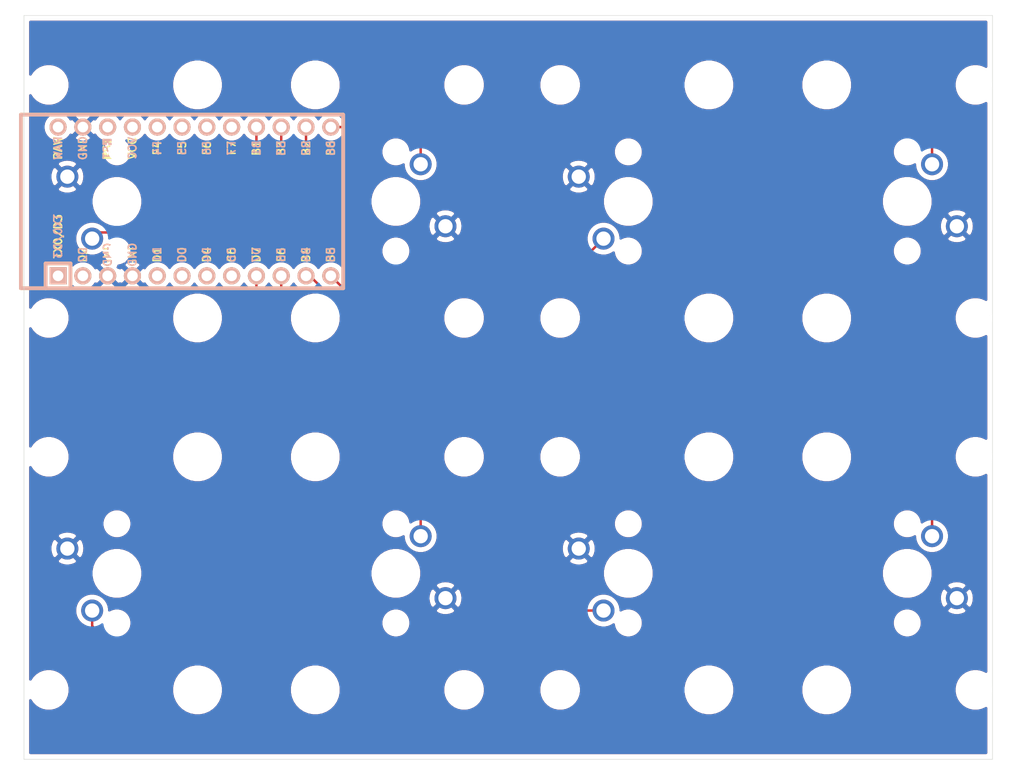
<source format=kicad_pcb>
(kicad_pcb (version 20171130) (host pcbnew "(5.1.9)-1")

  (general
    (thickness 1.6)
    (drawings 4)
    (tracks 35)
    (zones 0)
    (modules 9)
    (nets 23)
  )

  (page A4)
  (layers
    (0 F.Cu signal)
    (31 B.Cu signal)
    (32 B.Adhes user)
    (33 F.Adhes user)
    (34 B.Paste user)
    (35 F.Paste user)
    (36 B.SilkS user)
    (37 F.SilkS user)
    (38 B.Mask user)
    (39 F.Mask user)
    (40 Dwgs.User user)
    (41 Cmts.User user)
    (42 Eco1.User user)
    (43 Eco2.User user)
    (44 Edge.Cuts user)
    (45 Margin user)
    (46 B.CrtYd user)
    (47 F.CrtYd user)
    (48 B.Fab user)
    (49 F.Fab user)
  )

  (setup
    (last_trace_width 0.25)
    (trace_clearance 0.2)
    (zone_clearance 0.508)
    (zone_45_only no)
    (trace_min 0.2)
    (via_size 0.8)
    (via_drill 0.4)
    (via_min_size 0.4)
    (via_min_drill 0.3)
    (uvia_size 0.3)
    (uvia_drill 0.1)
    (uvias_allowed no)
    (uvia_min_size 0.2)
    (uvia_min_drill 0.1)
    (edge_width 0.05)
    (segment_width 0.2)
    (pcb_text_width 0.3)
    (pcb_text_size 1.5 1.5)
    (mod_edge_width 0.12)
    (mod_text_size 1 1)
    (mod_text_width 0.15)
    (pad_size 1.524 1.524)
    (pad_drill 0.762)
    (pad_to_mask_clearance 0)
    (aux_axis_origin 0 0)
    (visible_elements FFFFFF7F)
    (pcbplotparams
      (layerselection 0x010fc_ffffffff)
      (usegerberextensions true)
      (usegerberattributes true)
      (usegerberadvancedattributes true)
      (creategerberjobfile false)
      (excludeedgelayer true)
      (linewidth 0.100000)
      (plotframeref false)
      (viasonmask false)
      (mode 1)
      (useauxorigin false)
      (hpglpennumber 1)
      (hpglpenspeed 20)
      (hpglpendiameter 15.000000)
      (psnegative false)
      (psa4output false)
      (plotreference true)
      (plotvalue false)
      (plotinvisibletext false)
      (padsonsilk false)
      (subtractmaskfromsilk true)
      (outputformat 1)
      (mirror false)
      (drillshape 0)
      (scaleselection 1)
      (outputdirectory "Gerber/"))
  )

  (net 0 "")
  (net 1 GND)
  (net 2 "Net-(U1-Pad22)")
  (net 3 "Net-(U1-Pad21)")
  (net 4 "Net-(U1-Pad20)")
  (net 5 "Net-(U1-Pad19)")
  (net 6 "Net-(U1-Pad18)")
  (net 7 "Net-(U1-Pad8)")
  (net 8 "Net-(U1-Pad1)")
  (net 9 SW1)
  (net 10 SW5)
  (net 11 SW2)
  (net 12 SW6)
  (net 13 SW3)
  (net 14 SW7)
  (net 15 SW4)
  (net 16 SW8)
  (net 17 "Net-(U1-Pad24)")
  (net 18 "Net-(U1-Pad7)")
  (net 19 "Net-(U1-Pad6)")
  (net 20 "Net-(U1-Pad5)")
  (net 21 "Net-(U1-Pad2)")
  (net 22 "Net-(U1-Pad17)")

  (net_class Default "This is the default net class."
    (clearance 0.2)
    (trace_width 0.25)
    (via_dia 0.8)
    (via_drill 0.4)
    (uvia_dia 0.3)
    (uvia_drill 0.1)
    (add_net GND)
    (add_net "Net-(U1-Pad1)")
    (add_net "Net-(U1-Pad17)")
    (add_net "Net-(U1-Pad18)")
    (add_net "Net-(U1-Pad19)")
    (add_net "Net-(U1-Pad2)")
    (add_net "Net-(U1-Pad20)")
    (add_net "Net-(U1-Pad21)")
    (add_net "Net-(U1-Pad22)")
    (add_net "Net-(U1-Pad24)")
    (add_net "Net-(U1-Pad5)")
    (add_net "Net-(U1-Pad6)")
    (add_net "Net-(U1-Pad7)")
    (add_net "Net-(U1-Pad8)")
    (add_net SW1)
    (add_net SW2)
    (add_net SW3)
    (add_net SW4)
    (add_net SW5)
    (add_net SW6)
    (add_net SW7)
    (add_net SW8)
  )

  (module Keebio-Parts:ArduinoProMicro (layer F.Cu) (tedit 5B307E4C) (tstamp 607CA755)
    (at 46.0375 41.275)
    (path /609CC52F)
    (fp_text reference U1 (at 0 1.625) (layer F.SilkS) hide
      (effects (font (size 1.27 1.524) (thickness 0.2032)))
    )
    (fp_text value ProMicro (at 0 0) (layer F.SilkS) hide
      (effects (font (size 1.27 1.524) (thickness 0.2032)))
    )
    (fp_text user ST (at -8.91 -5.04 90) (layer B.SilkS)
      (effects (font (size 0.8 0.8) (thickness 0.15)) (justify mirror))
    )
    (fp_text user TX0/D3 (at -13.97 3.571872 90) (layer F.SilkS)
      (effects (font (size 0.8 0.8) (thickness 0.15)))
    )
    (fp_text user TX0/D3 (at -13.97 3.571872 90) (layer B.SilkS)
      (effects (font (size 0.8 0.8) (thickness 0.15)) (justify mirror))
    )
    (fp_text user D2 (at -11.43 5.461 90) (layer F.SilkS)
      (effects (font (size 0.8 0.8) (thickness 0.15)))
    )
    (fp_text user D0 (at -1.27 5.461 90) (layer F.SilkS)
      (effects (font (size 0.8 0.8) (thickness 0.15)))
    )
    (fp_text user D1 (at -3.81 5.461 90) (layer F.SilkS)
      (effects (font (size 0.8 0.8) (thickness 0.15)))
    )
    (fp_text user GND (at -6.35 5.461 90) (layer F.SilkS)
      (effects (font (size 0.8 0.8) (thickness 0.15)))
    )
    (fp_text user GND (at -8.89 5.461 90) (layer F.SilkS)
      (effects (font (size 0.8 0.8) (thickness 0.15)))
    )
    (fp_text user D4 (at 1.27 5.461 90) (layer F.SilkS)
      (effects (font (size 0.8 0.8) (thickness 0.15)))
    )
    (fp_text user C6 (at 3.81 5.461 90) (layer F.SilkS)
      (effects (font (size 0.8 0.8) (thickness 0.15)))
    )
    (fp_text user D7 (at 6.35 5.461 90) (layer F.SilkS)
      (effects (font (size 0.8 0.8) (thickness 0.15)))
    )
    (fp_text user E6 (at 8.89 5.461 90) (layer F.SilkS)
      (effects (font (size 0.8 0.8) (thickness 0.15)))
    )
    (fp_text user B4 (at 11.43 5.461 90) (layer F.SilkS)
      (effects (font (size 0.8 0.8) (thickness 0.15)))
    )
    (fp_text user B5 (at 13.97 5.461 90) (layer F.SilkS)
      (effects (font (size 0.8 0.8) (thickness 0.15)))
    )
    (fp_text user B6 (at 13.97 -5.461 90) (layer F.SilkS)
      (effects (font (size 0.8 0.8) (thickness 0.15)))
    )
    (fp_text user B2 (at 11.43 -5.461 90) (layer B.SilkS)
      (effects (font (size 0.8 0.8) (thickness 0.15)) (justify mirror))
    )
    (fp_text user B3 (at 8.89 -5.461 90) (layer F.SilkS)
      (effects (font (size 0.8 0.8) (thickness 0.15)))
    )
    (fp_text user B1 (at 6.35 -5.461 90) (layer F.SilkS)
      (effects (font (size 0.8 0.8) (thickness 0.15)))
    )
    (fp_text user F7 (at 3.81 -5.461 90) (layer B.SilkS)
      (effects (font (size 0.8 0.8) (thickness 0.15)) (justify mirror))
    )
    (fp_text user F6 (at 1.27 -5.461 90) (layer B.SilkS)
      (effects (font (size 0.8 0.8) (thickness 0.15)) (justify mirror))
    )
    (fp_text user F5 (at -1.27 -5.461 90) (layer B.SilkS)
      (effects (font (size 0.8 0.8) (thickness 0.15)) (justify mirror))
    )
    (fp_text user F4 (at -3.81 -5.461 90) (layer F.SilkS)
      (effects (font (size 0.8 0.8) (thickness 0.15)))
    )
    (fp_text user VCC (at -6.35 -5.461 90) (layer F.SilkS)
      (effects (font (size 0.8 0.8) (thickness 0.15)))
    )
    (fp_text user ST (at -8.92 -5.73312 90) (layer F.SilkS)
      (effects (font (size 0.8 0.8) (thickness 0.15)))
    )
    (fp_text user GND (at -11.43 -5.461 90) (layer F.SilkS)
      (effects (font (size 0.8 0.8) (thickness 0.15)))
    )
    (fp_text user RAW (at -13.97 -5.461 90) (layer F.SilkS)
      (effects (font (size 0.8 0.8) (thickness 0.15)))
    )
    (fp_text user RAW (at -13.97 -5.461 90) (layer B.SilkS)
      (effects (font (size 0.8 0.8) (thickness 0.15)) (justify mirror))
    )
    (fp_text user GND (at -11.43 -5.461 90) (layer B.SilkS)
      (effects (font (size 0.8 0.8) (thickness 0.15)) (justify mirror))
    )
    (fp_text user VCC (at -6.35 -5.461 90) (layer B.SilkS)
      (effects (font (size 0.8 0.8) (thickness 0.15)) (justify mirror))
    )
    (fp_text user F4 (at -3.81 -5.461 90) (layer B.SilkS)
      (effects (font (size 0.8 0.8) (thickness 0.15)) (justify mirror))
    )
    (fp_text user F5 (at -1.27 -5.461 90) (layer F.SilkS)
      (effects (font (size 0.8 0.8) (thickness 0.15)))
    )
    (fp_text user F6 (at 1.27 -5.461 90) (layer F.SilkS)
      (effects (font (size 0.8 0.8) (thickness 0.15)))
    )
    (fp_text user F7 (at 3.81 -5.461 90) (layer F.SilkS)
      (effects (font (size 0.8 0.8) (thickness 0.15)))
    )
    (fp_text user B1 (at 6.35 -5.461 90) (layer B.SilkS)
      (effects (font (size 0.8 0.8) (thickness 0.15)) (justify mirror))
    )
    (fp_text user B3 (at 8.89 -5.461 90) (layer B.SilkS)
      (effects (font (size 0.8 0.8) (thickness 0.15)) (justify mirror))
    )
    (fp_text user B2 (at 11.43 -5.461 90) (layer F.SilkS)
      (effects (font (size 0.8 0.8) (thickness 0.15)))
    )
    (fp_text user B6 (at 13.97 -5.461 90) (layer B.SilkS)
      (effects (font (size 0.8 0.8) (thickness 0.15)) (justify mirror))
    )
    (fp_text user B5 (at 13.97 5.461 90) (layer B.SilkS)
      (effects (font (size 0.8 0.8) (thickness 0.15)) (justify mirror))
    )
    (fp_text user B4 (at 11.43 5.461 90) (layer B.SilkS)
      (effects (font (size 0.8 0.8) (thickness 0.15)) (justify mirror))
    )
    (fp_text user E6 (at 8.89 5.461 90) (layer B.SilkS)
      (effects (font (size 0.8 0.8) (thickness 0.15)) (justify mirror))
    )
    (fp_text user D7 (at 6.35 5.461 90) (layer B.SilkS)
      (effects (font (size 0.8 0.8) (thickness 0.15)) (justify mirror))
    )
    (fp_text user C6 (at 3.81 5.461 90) (layer B.SilkS)
      (effects (font (size 0.8 0.8) (thickness 0.15)) (justify mirror))
    )
    (fp_text user D4 (at 1.27 5.461 90) (layer B.SilkS)
      (effects (font (size 0.8 0.8) (thickness 0.15)) (justify mirror))
    )
    (fp_text user GND (at -8.89 5.461 90) (layer B.SilkS)
      (effects (font (size 0.8 0.8) (thickness 0.15)) (justify mirror))
    )
    (fp_text user GND (at -6.35 5.461 90) (layer B.SilkS)
      (effects (font (size 0.8 0.8) (thickness 0.15)) (justify mirror))
    )
    (fp_text user D1 (at -3.81 5.461 90) (layer B.SilkS)
      (effects (font (size 0.8 0.8) (thickness 0.15)) (justify mirror))
    )
    (fp_text user D0 (at -1.27 5.461 90) (layer B.SilkS)
      (effects (font (size 0.8 0.8) (thickness 0.15)) (justify mirror))
    )
    (fp_text user D2 (at -11.43 5.461 90) (layer B.SilkS)
      (effects (font (size 0.8 0.8) (thickness 0.15)) (justify mirror))
    )
    (fp_line (start -12.7 6.35) (end -12.7 8.89) (layer B.SilkS) (width 0.381))
    (fp_line (start -15.24 6.35) (end -12.7 6.35) (layer B.SilkS) (width 0.381))
    (fp_line (start -15.24 8.89) (end 15.24 8.89) (layer F.SilkS) (width 0.381))
    (fp_line (start 15.24 8.89) (end 15.24 -8.89) (layer F.SilkS) (width 0.381))
    (fp_line (start 15.24 -8.89) (end -15.24 -8.89) (layer F.SilkS) (width 0.381))
    (fp_line (start -15.24 6.35) (end -12.7 6.35) (layer F.SilkS) (width 0.381))
    (fp_line (start -12.7 6.35) (end -12.7 8.89) (layer F.SilkS) (width 0.381))
    (fp_poly (pts (xy -9.36064 -4.931568) (xy -9.06064 -4.931568) (xy -9.06064 -4.831568) (xy -9.36064 -4.831568)) (layer F.SilkS) (width 0.15))
    (fp_poly (pts (xy -8.96064 -4.731568) (xy -8.86064 -4.731568) (xy -8.86064 -4.631568) (xy -8.96064 -4.631568)) (layer F.SilkS) (width 0.15))
    (fp_poly (pts (xy -9.36064 -4.931568) (xy -9.26064 -4.931568) (xy -9.26064 -4.431568) (xy -9.36064 -4.431568)) (layer F.SilkS) (width 0.15))
    (fp_poly (pts (xy -9.36064 -4.531568) (xy -8.56064 -4.531568) (xy -8.56064 -4.431568) (xy -9.36064 -4.431568)) (layer F.SilkS) (width 0.15))
    (fp_poly (pts (xy -8.76064 -4.931568) (xy -8.56064 -4.931568) (xy -8.56064 -4.831568) (xy -8.76064 -4.831568)) (layer F.SilkS) (width 0.15))
    (fp_poly (pts (xy -8.95097 -6.044635) (xy -8.85097 -6.044635) (xy -8.85097 -6.144635) (xy -8.95097 -6.144635)) (layer B.SilkS) (width 0.15))
    (fp_poly (pts (xy -9.35097 -6.244635) (xy -8.55097 -6.244635) (xy -8.55097 -6.344635) (xy -9.35097 -6.344635)) (layer B.SilkS) (width 0.15))
    (fp_poly (pts (xy -8.75097 -5.844635) (xy -8.55097 -5.844635) (xy -8.55097 -5.944635) (xy -8.75097 -5.944635)) (layer B.SilkS) (width 0.15))
    (fp_poly (pts (xy -9.35097 -5.844635) (xy -9.05097 -5.844635) (xy -9.05097 -5.944635) (xy -9.35097 -5.944635)) (layer B.SilkS) (width 0.15))
    (fp_poly (pts (xy -9.35097 -5.844635) (xy -9.25097 -5.844635) (xy -9.25097 -6.344635) (xy -9.35097 -6.344635)) (layer B.SilkS) (width 0.15))
    (fp_line (start 15.24 -8.89) (end -17.78 -8.89) (layer B.SilkS) (width 0.381))
    (fp_line (start 15.24 8.89) (end 15.24 -8.89) (layer B.SilkS) (width 0.381))
    (fp_line (start -17.78 8.89) (end 15.24 8.89) (layer B.SilkS) (width 0.381))
    (fp_line (start -17.78 -8.89) (end -17.78 8.89) (layer B.SilkS) (width 0.381))
    (fp_line (start -15.24 -8.89) (end -17.78 -8.89) (layer F.SilkS) (width 0.381))
    (fp_line (start -17.78 -8.89) (end -17.78 8.89) (layer F.SilkS) (width 0.381))
    (fp_line (start -17.78 8.89) (end -15.24 8.89) (layer F.SilkS) (width 0.381))
    (fp_line (start -14.224 -3.556) (end -14.224 3.81) (layer Dwgs.User) (width 0.2))
    (fp_line (start -14.224 3.81) (end -19.304 3.81) (layer Dwgs.User) (width 0.2))
    (fp_line (start -19.304 3.81) (end -19.304 -3.556) (layer Dwgs.User) (width 0.2))
    (fp_line (start -19.304 -3.556) (end -14.224 -3.556) (layer Dwgs.User) (width 0.2))
    (fp_line (start -15.24 6.35) (end -15.24 8.89) (layer B.SilkS) (width 0.381))
    (fp_line (start -15.24 6.35) (end -15.24 8.89) (layer F.SilkS) (width 0.381))
    (pad 24 thru_hole circle (at -13.97 -7.62) (size 1.7526 1.7526) (drill 1.0922) (layers *.Cu *.SilkS *.Mask)
      (net 17 "Net-(U1-Pad24)"))
    (pad 12 thru_hole circle (at 13.97 7.62) (size 1.7526 1.7526) (drill 1.0922) (layers *.Cu *.SilkS *.Mask)
      (net 16 SW8))
    (pad 23 thru_hole circle (at -11.43 -7.62) (size 1.7526 1.7526) (drill 1.0922) (layers *.Cu *.SilkS *.Mask)
      (net 1 GND))
    (pad 22 thru_hole circle (at -8.89 -7.62) (size 1.7526 1.7526) (drill 1.0922) (layers *.Cu *.SilkS *.Mask)
      (net 2 "Net-(U1-Pad22)"))
    (pad 21 thru_hole circle (at -6.35 -7.62) (size 1.7526 1.7526) (drill 1.0922) (layers *.Cu *.SilkS *.Mask)
      (net 3 "Net-(U1-Pad21)"))
    (pad 20 thru_hole circle (at -3.81 -7.62) (size 1.7526 1.7526) (drill 1.0922) (layers *.Cu *.SilkS *.Mask)
      (net 4 "Net-(U1-Pad20)"))
    (pad 19 thru_hole circle (at -1.27 -7.62) (size 1.7526 1.7526) (drill 1.0922) (layers *.Cu *.SilkS *.Mask)
      (net 5 "Net-(U1-Pad19)"))
    (pad 18 thru_hole circle (at 1.27 -7.62) (size 1.7526 1.7526) (drill 1.0922) (layers *.Cu *.SilkS *.Mask)
      (net 6 "Net-(U1-Pad18)"))
    (pad 17 thru_hole circle (at 3.81 -7.62) (size 1.7526 1.7526) (drill 1.0922) (layers *.Cu *.SilkS *.Mask)
      (net 22 "Net-(U1-Pad17)"))
    (pad 16 thru_hole circle (at 6.35 -7.62) (size 1.7526 1.7526) (drill 1.0922) (layers *.Cu *.SilkS *.Mask)
      (net 9 SW1))
    (pad 15 thru_hole circle (at 8.89 -7.62) (size 1.7526 1.7526) (drill 1.0922) (layers *.Cu *.SilkS *.Mask)
      (net 15 SW4))
    (pad 14 thru_hole circle (at 11.43 -7.62) (size 1.7526 1.7526) (drill 1.0922) (layers *.Cu *.SilkS *.Mask)
      (net 13 SW3))
    (pad 13 thru_hole circle (at 13.97 -7.62) (size 1.7526 1.7526) (drill 1.0922) (layers *.Cu *.SilkS *.Mask)
      (net 11 SW2))
    (pad 11 thru_hole circle (at 11.43 7.62) (size 1.7526 1.7526) (drill 1.0922) (layers *.Cu *.SilkS *.Mask)
      (net 14 SW7))
    (pad 10 thru_hole circle (at 8.89 7.62) (size 1.7526 1.7526) (drill 1.0922) (layers *.Cu *.SilkS *.Mask)
      (net 12 SW6))
    (pad 9 thru_hole circle (at 6.35 7.62) (size 1.7526 1.7526) (drill 1.0922) (layers *.Cu *.SilkS *.Mask)
      (net 10 SW5))
    (pad 8 thru_hole circle (at 3.81 7.62) (size 1.7526 1.7526) (drill 1.0922) (layers *.Cu *.SilkS *.Mask)
      (net 7 "Net-(U1-Pad8)"))
    (pad 7 thru_hole circle (at 1.27 7.62) (size 1.7526 1.7526) (drill 1.0922) (layers *.Cu *.SilkS *.Mask)
      (net 18 "Net-(U1-Pad7)"))
    (pad 6 thru_hole circle (at -1.27 7.62) (size 1.7526 1.7526) (drill 1.0922) (layers *.Cu *.SilkS *.Mask)
      (net 19 "Net-(U1-Pad6)"))
    (pad 5 thru_hole circle (at -3.81 7.62) (size 1.7526 1.7526) (drill 1.0922) (layers *.Cu *.SilkS *.Mask)
      (net 20 "Net-(U1-Pad5)"))
    (pad 4 thru_hole circle (at -6.35 7.62) (size 1.7526 1.7526) (drill 1.0922) (layers *.Cu *.SilkS *.Mask)
      (net 1 GND))
    (pad 3 thru_hole circle (at -8.89 7.62) (size 1.7526 1.7526) (drill 1.0922) (layers *.Cu *.SilkS *.Mask)
      (net 1 GND))
    (pad 2 thru_hole circle (at -11.43 7.62) (size 1.7526 1.7526) (drill 1.0922) (layers *.Cu *.SilkS *.Mask)
      (net 21 "Net-(U1-Pad2)"))
    (pad 1 thru_hole rect (at -13.97 7.62) (size 1.7526 1.7526) (drill 1.0922) (layers *.Cu *.SilkS *.Mask)
      (net 8 "Net-(U1-Pad1)"))
    (model /Users/danny/Documents/proj/custom-keyboard/kicad-libs/3d_models/ArduinoProMicro.wrl
      (offset (xyz -13.96999979019165 -7.619999885559082 -5.841999912261963))
      (scale (xyz 0.395 0.395 0.395))
      (rotate (xyz 90 180 180))
    )
  )

  (module MX_Only:MXOnly-ISO-ROTATED-ReversedStabilizers-NoLED (layer F.Cu) (tedit 5D4D7A6D) (tstamp 607C51CC)
    (at 119.0625 79.375)
    (path /608AE234)
    (fp_text reference MX8 (at 0 3.175) (layer Dwgs.User)
      (effects (font (size 1 1) (thickness 0.15)))
    )
    (fp_text value MX-NoLED (at 0 -7.9375) (layer Dwgs.User)
      (effects (font (size 1 1) (thickness 0.15)))
    )
    (fp_line (start -11.90625 19.05) (end -11.90625 0) (layer Dwgs.User) (width 0.15))
    (fp_line (start -11.90625 0) (end -16.66875 0) (layer Dwgs.User) (width 0.15))
    (fp_line (start 5 -7) (end 7 -7) (layer Dwgs.User) (width 0.15))
    (fp_line (start 7 -7) (end 7 -5) (layer Dwgs.User) (width 0.15))
    (fp_line (start 5 7) (end 7 7) (layer Dwgs.User) (width 0.15))
    (fp_line (start 7 7) (end 7 5) (layer Dwgs.User) (width 0.15))
    (fp_line (start -7 5) (end -7 7) (layer Dwgs.User) (width 0.15))
    (fp_line (start -7 7) (end -5 7) (layer Dwgs.User) (width 0.15))
    (fp_line (start -5 -7) (end -7 -7) (layer Dwgs.User) (width 0.15))
    (fp_line (start -7 -7) (end -7 -5) (layer Dwgs.User) (width 0.15))
    (fp_line (start -16.66875 -19.05) (end 11.90625 -19.05) (layer Dwgs.User) (width 0.15))
    (fp_line (start 11.90625 -19.05) (end 11.90625 19.05) (layer Dwgs.User) (width 0.15))
    (fp_line (start -11.90625 19.05) (end 11.90625 19.05) (layer Dwgs.User) (width 0.15))
    (fp_line (start -16.66875 -19.05) (end -16.66875 0) (layer Dwgs.User) (width 0.15))
    (pad "" np_thru_hole circle (at -8.255 -11.938) (size 3.9878 3.9878) (drill 3.9878) (layers *.Cu *.Mask))
    (pad "" np_thru_hole circle (at -8.255 11.938) (size 3.9878 3.9878) (drill 3.9878) (layers *.Cu *.Mask))
    (pad "" np_thru_hole circle (at 6.985 -11.938) (size 3.048 3.048) (drill 3.048) (layers *.Cu *.Mask))
    (pad "" np_thru_hole circle (at 6.985 11.938) (size 3.048 3.048) (drill 3.048) (layers *.Cu *.Mask))
    (pad "" np_thru_hole circle (at 0 5.08 48.0996) (size 1.75 1.75) (drill 1.75) (layers *.Cu *.Mask))
    (pad "" np_thru_hole circle (at 0 -5.08 48.0996) (size 1.75 1.75) (drill 1.75) (layers *.Cu *.Mask))
    (pad 1 thru_hole circle (at 2.54 -3.81) (size 2.25 2.25) (drill 1.47) (layers *.Cu B.Mask)
      (net 16 SW8))
    (pad "" np_thru_hole circle (at 0 0) (size 3.9878 3.9878) (drill 3.9878) (layers *.Cu *.Mask))
    (pad 2 thru_hole circle (at 5.08 2.54) (size 2.25 2.25) (drill 1.47) (layers *.Cu B.Mask)
      (net 1 GND))
  )

  (module MX_Only:MXOnly-ISO-ROTATED-ReversedStabilizers-NoLED (layer F.Cu) (tedit 5D4D7A6D) (tstamp 607CAB75)
    (at 119.0625 41.275)
    (path /60895558)
    (fp_text reference MX7 (at 0 3.175) (layer Dwgs.User)
      (effects (font (size 1 1) (thickness 0.15)))
    )
    (fp_text value MX-NoLED (at 0 -7.9375) (layer Dwgs.User)
      (effects (font (size 1 1) (thickness 0.15)))
    )
    (fp_line (start -11.90625 19.05) (end -11.90625 0) (layer Dwgs.User) (width 0.15))
    (fp_line (start -11.90625 0) (end -16.66875 0) (layer Dwgs.User) (width 0.15))
    (fp_line (start 5 -7) (end 7 -7) (layer Dwgs.User) (width 0.15))
    (fp_line (start 7 -7) (end 7 -5) (layer Dwgs.User) (width 0.15))
    (fp_line (start 5 7) (end 7 7) (layer Dwgs.User) (width 0.15))
    (fp_line (start 7 7) (end 7 5) (layer Dwgs.User) (width 0.15))
    (fp_line (start -7 5) (end -7 7) (layer Dwgs.User) (width 0.15))
    (fp_line (start -7 7) (end -5 7) (layer Dwgs.User) (width 0.15))
    (fp_line (start -5 -7) (end -7 -7) (layer Dwgs.User) (width 0.15))
    (fp_line (start -7 -7) (end -7 -5) (layer Dwgs.User) (width 0.15))
    (fp_line (start -16.66875 -19.05) (end 11.90625 -19.05) (layer Dwgs.User) (width 0.15))
    (fp_line (start 11.90625 -19.05) (end 11.90625 19.05) (layer Dwgs.User) (width 0.15))
    (fp_line (start -11.90625 19.05) (end 11.90625 19.05) (layer Dwgs.User) (width 0.15))
    (fp_line (start -16.66875 -19.05) (end -16.66875 0) (layer Dwgs.User) (width 0.15))
    (pad "" np_thru_hole circle (at -8.255 -11.938) (size 3.9878 3.9878) (drill 3.9878) (layers *.Cu *.Mask))
    (pad "" np_thru_hole circle (at -8.255 11.938) (size 3.9878 3.9878) (drill 3.9878) (layers *.Cu *.Mask))
    (pad "" np_thru_hole circle (at 6.985 -11.938) (size 3.048 3.048) (drill 3.048) (layers *.Cu *.Mask))
    (pad "" np_thru_hole circle (at 6.985 11.938) (size 3.048 3.048) (drill 3.048) (layers *.Cu *.Mask))
    (pad "" np_thru_hole circle (at 0 5.08 48.0996) (size 1.75 1.75) (drill 1.75) (layers *.Cu *.Mask))
    (pad "" np_thru_hole circle (at 0 -5.08 48.0996) (size 1.75 1.75) (drill 1.75) (layers *.Cu *.Mask))
    (pad 1 thru_hole circle (at 2.54 -3.81) (size 2.25 2.25) (drill 1.47) (layers *.Cu B.Mask)
      (net 15 SW4))
    (pad "" np_thru_hole circle (at 0 0) (size 3.9878 3.9878) (drill 3.9878) (layers *.Cu *.Mask))
    (pad 2 thru_hole circle (at 5.08 2.54) (size 2.25 2.25) (drill 1.47) (layers *.Cu B.Mask)
      (net 1 GND))
  )

  (module MX_Only:MXOnly-ISO-ROTATED-ReversedStabilizers-NoLED (layer F.Cu) (tedit 5D4D7A6D) (tstamp 607C517B)
    (at 90.4875 79.375 180)
    (path /608AE228)
    (fp_text reference MX6 (at 0 3.175) (layer Dwgs.User)
      (effects (font (size 1 1) (thickness 0.15)))
    )
    (fp_text value MX-NoLED (at 0 -7.9375) (layer Dwgs.User)
      (effects (font (size 1 1) (thickness 0.15)))
    )
    (fp_line (start -11.90625 19.05) (end -11.90625 0) (layer Dwgs.User) (width 0.15))
    (fp_line (start -11.90625 0) (end -16.66875 0) (layer Dwgs.User) (width 0.15))
    (fp_line (start 5 -7) (end 7 -7) (layer Dwgs.User) (width 0.15))
    (fp_line (start 7 -7) (end 7 -5) (layer Dwgs.User) (width 0.15))
    (fp_line (start 5 7) (end 7 7) (layer Dwgs.User) (width 0.15))
    (fp_line (start 7 7) (end 7 5) (layer Dwgs.User) (width 0.15))
    (fp_line (start -7 5) (end -7 7) (layer Dwgs.User) (width 0.15))
    (fp_line (start -7 7) (end -5 7) (layer Dwgs.User) (width 0.15))
    (fp_line (start -5 -7) (end -7 -7) (layer Dwgs.User) (width 0.15))
    (fp_line (start -7 -7) (end -7 -5) (layer Dwgs.User) (width 0.15))
    (fp_line (start -16.66875 -19.05) (end 11.90625 -19.05) (layer Dwgs.User) (width 0.15))
    (fp_line (start 11.90625 -19.05) (end 11.90625 19.05) (layer Dwgs.User) (width 0.15))
    (fp_line (start -11.90625 19.05) (end 11.90625 19.05) (layer Dwgs.User) (width 0.15))
    (fp_line (start -16.66875 -19.05) (end -16.66875 0) (layer Dwgs.User) (width 0.15))
    (pad "" np_thru_hole circle (at -8.255 -11.938 180) (size 3.9878 3.9878) (drill 3.9878) (layers *.Cu *.Mask))
    (pad "" np_thru_hole circle (at -8.255 11.938 180) (size 3.9878 3.9878) (drill 3.9878) (layers *.Cu *.Mask))
    (pad "" np_thru_hole circle (at 6.985 -11.938 180) (size 3.048 3.048) (drill 3.048) (layers *.Cu *.Mask))
    (pad "" np_thru_hole circle (at 6.985 11.938 180) (size 3.048 3.048) (drill 3.048) (layers *.Cu *.Mask))
    (pad "" np_thru_hole circle (at 0 5.08 228.0996) (size 1.75 1.75) (drill 1.75) (layers *.Cu *.Mask))
    (pad "" np_thru_hole circle (at 0 -5.08 228.0996) (size 1.75 1.75) (drill 1.75) (layers *.Cu *.Mask))
    (pad 1 thru_hole circle (at 2.54 -3.81 180) (size 2.25 2.25) (drill 1.47) (layers *.Cu B.Mask)
      (net 14 SW7))
    (pad "" np_thru_hole circle (at 0 0 180) (size 3.9878 3.9878) (drill 3.9878) (layers *.Cu *.Mask))
    (pad 2 thru_hole circle (at 5.08 2.54 180) (size 2.25 2.25) (drill 1.47) (layers *.Cu B.Mask)
      (net 1 GND))
  )

  (module MX_Only:MXOnly-ISO-ROTATED-ReversedStabilizers-NoLED (layer F.Cu) (tedit 5D4D7A6D) (tstamp 607CA9FF)
    (at 90.4875 41.275 180)
    (path /6089554C)
    (fp_text reference MX5 (at 0 3.175) (layer Dwgs.User)
      (effects (font (size 1 1) (thickness 0.15)))
    )
    (fp_text value MX-NoLED (at 0 -7.9375) (layer Dwgs.User)
      (effects (font (size 1 1) (thickness 0.15)))
    )
    (fp_line (start -11.90625 19.05) (end -11.90625 0) (layer Dwgs.User) (width 0.15))
    (fp_line (start -11.90625 0) (end -16.66875 0) (layer Dwgs.User) (width 0.15))
    (fp_line (start 5 -7) (end 7 -7) (layer Dwgs.User) (width 0.15))
    (fp_line (start 7 -7) (end 7 -5) (layer Dwgs.User) (width 0.15))
    (fp_line (start 5 7) (end 7 7) (layer Dwgs.User) (width 0.15))
    (fp_line (start 7 7) (end 7 5) (layer Dwgs.User) (width 0.15))
    (fp_line (start -7 5) (end -7 7) (layer Dwgs.User) (width 0.15))
    (fp_line (start -7 7) (end -5 7) (layer Dwgs.User) (width 0.15))
    (fp_line (start -5 -7) (end -7 -7) (layer Dwgs.User) (width 0.15))
    (fp_line (start -7 -7) (end -7 -5) (layer Dwgs.User) (width 0.15))
    (fp_line (start -16.66875 -19.05) (end 11.90625 -19.05) (layer Dwgs.User) (width 0.15))
    (fp_line (start 11.90625 -19.05) (end 11.90625 19.05) (layer Dwgs.User) (width 0.15))
    (fp_line (start -11.90625 19.05) (end 11.90625 19.05) (layer Dwgs.User) (width 0.15))
    (fp_line (start -16.66875 -19.05) (end -16.66875 0) (layer Dwgs.User) (width 0.15))
    (pad "" np_thru_hole circle (at -8.255 -11.938 180) (size 3.9878 3.9878) (drill 3.9878) (layers *.Cu *.Mask))
    (pad "" np_thru_hole circle (at -8.255 11.938 180) (size 3.9878 3.9878) (drill 3.9878) (layers *.Cu *.Mask))
    (pad "" np_thru_hole circle (at 6.985 -11.938 180) (size 3.048 3.048) (drill 3.048) (layers *.Cu *.Mask))
    (pad "" np_thru_hole circle (at 6.985 11.938 180) (size 3.048 3.048) (drill 3.048) (layers *.Cu *.Mask))
    (pad "" np_thru_hole circle (at 0 5.08 228.0996) (size 1.75 1.75) (drill 1.75) (layers *.Cu *.Mask))
    (pad "" np_thru_hole circle (at 0 -5.08 228.0996) (size 1.75 1.75) (drill 1.75) (layers *.Cu *.Mask))
    (pad 1 thru_hole circle (at 2.54 -3.81 180) (size 2.25 2.25) (drill 1.47) (layers *.Cu B.Mask)
      (net 13 SW3))
    (pad "" np_thru_hole circle (at 0 0 180) (size 3.9878 3.9878) (drill 3.9878) (layers *.Cu *.Mask))
    (pad 2 thru_hole circle (at 5.08 2.54 180) (size 2.25 2.25) (drill 1.47) (layers *.Cu B.Mask)
      (net 1 GND))
  )

  (module MX_Only:MXOnly-ISO-ROTATED-ReversedStabilizers-NoLED (layer F.Cu) (tedit 5D4D7A6D) (tstamp 607C512A)
    (at 66.675 79.375)
    (path /608AE21C)
    (fp_text reference MX4 (at 0 3.175) (layer Dwgs.User)
      (effects (font (size 1 1) (thickness 0.15)))
    )
    (fp_text value MX-NoLED (at 0 -7.9375) (layer Dwgs.User)
      (effects (font (size 1 1) (thickness 0.15)))
    )
    (fp_line (start -11.90625 19.05) (end -11.90625 0) (layer Dwgs.User) (width 0.15))
    (fp_line (start -11.90625 0) (end -16.66875 0) (layer Dwgs.User) (width 0.15))
    (fp_line (start 5 -7) (end 7 -7) (layer Dwgs.User) (width 0.15))
    (fp_line (start 7 -7) (end 7 -5) (layer Dwgs.User) (width 0.15))
    (fp_line (start 5 7) (end 7 7) (layer Dwgs.User) (width 0.15))
    (fp_line (start 7 7) (end 7 5) (layer Dwgs.User) (width 0.15))
    (fp_line (start -7 5) (end -7 7) (layer Dwgs.User) (width 0.15))
    (fp_line (start -7 7) (end -5 7) (layer Dwgs.User) (width 0.15))
    (fp_line (start -5 -7) (end -7 -7) (layer Dwgs.User) (width 0.15))
    (fp_line (start -7 -7) (end -7 -5) (layer Dwgs.User) (width 0.15))
    (fp_line (start -16.66875 -19.05) (end 11.90625 -19.05) (layer Dwgs.User) (width 0.15))
    (fp_line (start 11.90625 -19.05) (end 11.90625 19.05) (layer Dwgs.User) (width 0.15))
    (fp_line (start -11.90625 19.05) (end 11.90625 19.05) (layer Dwgs.User) (width 0.15))
    (fp_line (start -16.66875 -19.05) (end -16.66875 0) (layer Dwgs.User) (width 0.15))
    (pad "" np_thru_hole circle (at -8.255 -11.938) (size 3.9878 3.9878) (drill 3.9878) (layers *.Cu *.Mask))
    (pad "" np_thru_hole circle (at -8.255 11.938) (size 3.9878 3.9878) (drill 3.9878) (layers *.Cu *.Mask))
    (pad "" np_thru_hole circle (at 6.985 -11.938) (size 3.048 3.048) (drill 3.048) (layers *.Cu *.Mask))
    (pad "" np_thru_hole circle (at 6.985 11.938) (size 3.048 3.048) (drill 3.048) (layers *.Cu *.Mask))
    (pad "" np_thru_hole circle (at 0 5.08 48.0996) (size 1.75 1.75) (drill 1.75) (layers *.Cu *.Mask))
    (pad "" np_thru_hole circle (at 0 -5.08 48.0996) (size 1.75 1.75) (drill 1.75) (layers *.Cu *.Mask))
    (pad 1 thru_hole circle (at 2.54 -3.81) (size 2.25 2.25) (drill 1.47) (layers *.Cu B.Mask)
      (net 12 SW6))
    (pad "" np_thru_hole circle (at 0 0) (size 3.9878 3.9878) (drill 3.9878) (layers *.Cu *.Mask))
    (pad 2 thru_hole circle (at 5.08 2.54) (size 2.25 2.25) (drill 1.47) (layers *.Cu B.Mask)
      (net 1 GND))
  )

  (module MX_Only:MXOnly-ISO-ROTATED-ReversedStabilizers-NoLED (layer F.Cu) (tedit 5D4D7A6D) (tstamp 607CA8AB)
    (at 66.675 41.275)
    (path /6088CF71)
    (fp_text reference MX3 (at 0 3.175) (layer Dwgs.User)
      (effects (font (size 1 1) (thickness 0.15)))
    )
    (fp_text value MX-NoLED (at 0 -7.9375) (layer Dwgs.User)
      (effects (font (size 1 1) (thickness 0.15)))
    )
    (fp_line (start -11.90625 19.05) (end -11.90625 0) (layer Dwgs.User) (width 0.15))
    (fp_line (start -11.90625 0) (end -16.66875 0) (layer Dwgs.User) (width 0.15))
    (fp_line (start 5 -7) (end 7 -7) (layer Dwgs.User) (width 0.15))
    (fp_line (start 7 -7) (end 7 -5) (layer Dwgs.User) (width 0.15))
    (fp_line (start 5 7) (end 7 7) (layer Dwgs.User) (width 0.15))
    (fp_line (start 7 7) (end 7 5) (layer Dwgs.User) (width 0.15))
    (fp_line (start -7 5) (end -7 7) (layer Dwgs.User) (width 0.15))
    (fp_line (start -7 7) (end -5 7) (layer Dwgs.User) (width 0.15))
    (fp_line (start -5 -7) (end -7 -7) (layer Dwgs.User) (width 0.15))
    (fp_line (start -7 -7) (end -7 -5) (layer Dwgs.User) (width 0.15))
    (fp_line (start -16.66875 -19.05) (end 11.90625 -19.05) (layer Dwgs.User) (width 0.15))
    (fp_line (start 11.90625 -19.05) (end 11.90625 19.05) (layer Dwgs.User) (width 0.15))
    (fp_line (start -11.90625 19.05) (end 11.90625 19.05) (layer Dwgs.User) (width 0.15))
    (fp_line (start -16.66875 -19.05) (end -16.66875 0) (layer Dwgs.User) (width 0.15))
    (pad "" np_thru_hole circle (at -8.255 -11.938) (size 3.9878 3.9878) (drill 3.9878) (layers *.Cu *.Mask))
    (pad "" np_thru_hole circle (at -8.255 11.938) (size 3.9878 3.9878) (drill 3.9878) (layers *.Cu *.Mask))
    (pad "" np_thru_hole circle (at 6.985 -11.938) (size 3.048 3.048) (drill 3.048) (layers *.Cu *.Mask))
    (pad "" np_thru_hole circle (at 6.985 11.938) (size 3.048 3.048) (drill 3.048) (layers *.Cu *.Mask))
    (pad "" np_thru_hole circle (at 0 5.08 48.0996) (size 1.75 1.75) (drill 1.75) (layers *.Cu *.Mask))
    (pad "" np_thru_hole circle (at 0 -5.08 48.0996) (size 1.75 1.75) (drill 1.75) (layers *.Cu *.Mask))
    (pad 1 thru_hole circle (at 2.54 -3.81) (size 2.25 2.25) (drill 1.47) (layers *.Cu B.Mask)
      (net 11 SW2))
    (pad "" np_thru_hole circle (at 0 0) (size 3.9878 3.9878) (drill 3.9878) (layers *.Cu *.Mask))
    (pad 2 thru_hole circle (at 5.08 2.54) (size 2.25 2.25) (drill 1.47) (layers *.Cu B.Mask)
      (net 1 GND))
  )

  (module MX_Only:MXOnly-ISO-ROTATED-ReversedStabilizers-NoLED (layer F.Cu) (tedit 5D4D7A6D) (tstamp 607C7B30)
    (at 38.1 79.375 180)
    (path /608AE210)
    (fp_text reference MX2 (at 0 3.175) (layer Dwgs.User)
      (effects (font (size 1 1) (thickness 0.15)))
    )
    (fp_text value MX-NoLED (at 0 -7.9375) (layer Dwgs.User)
      (effects (font (size 1 1) (thickness 0.15)))
    )
    (fp_line (start -11.90625 19.05) (end -11.90625 0) (layer Dwgs.User) (width 0.15))
    (fp_line (start -11.90625 0) (end -16.66875 0) (layer Dwgs.User) (width 0.15))
    (fp_line (start 5 -7) (end 7 -7) (layer Dwgs.User) (width 0.15))
    (fp_line (start 7 -7) (end 7 -5) (layer Dwgs.User) (width 0.15))
    (fp_line (start 5 7) (end 7 7) (layer Dwgs.User) (width 0.15))
    (fp_line (start 7 7) (end 7 5) (layer Dwgs.User) (width 0.15))
    (fp_line (start -7 5) (end -7 7) (layer Dwgs.User) (width 0.15))
    (fp_line (start -7 7) (end -5 7) (layer Dwgs.User) (width 0.15))
    (fp_line (start -5 -7) (end -7 -7) (layer Dwgs.User) (width 0.15))
    (fp_line (start -7 -7) (end -7 -5) (layer Dwgs.User) (width 0.15))
    (fp_line (start -16.66875 -19.05) (end 11.90625 -19.05) (layer Dwgs.User) (width 0.15))
    (fp_line (start 11.90625 -19.05) (end 11.90625 19.05) (layer Dwgs.User) (width 0.15))
    (fp_line (start -11.90625 19.05) (end 11.90625 19.05) (layer Dwgs.User) (width 0.15))
    (fp_line (start -16.66875 -19.05) (end -16.66875 0) (layer Dwgs.User) (width 0.15))
    (pad "" np_thru_hole circle (at -8.255 -11.938 180) (size 3.9878 3.9878) (drill 3.9878) (layers *.Cu *.Mask))
    (pad "" np_thru_hole circle (at -8.255 11.938 180) (size 3.9878 3.9878) (drill 3.9878) (layers *.Cu *.Mask))
    (pad "" np_thru_hole circle (at 6.985 -11.938 180) (size 3.048 3.048) (drill 3.048) (layers *.Cu *.Mask))
    (pad "" np_thru_hole circle (at 6.985 11.938 180) (size 3.048 3.048) (drill 3.048) (layers *.Cu *.Mask))
    (pad "" np_thru_hole circle (at 0 5.08 228.0996) (size 1.75 1.75) (drill 1.75) (layers *.Cu *.Mask))
    (pad "" np_thru_hole circle (at 0 -5.08 228.0996) (size 1.75 1.75) (drill 1.75) (layers *.Cu *.Mask))
    (pad 1 thru_hole circle (at 2.54 -3.81 180) (size 2.25 2.25) (drill 1.47) (layers *.Cu B.Mask)
      (net 10 SW5))
    (pad "" np_thru_hole circle (at 0 0 180) (size 3.9878 3.9878) (drill 3.9878) (layers *.Cu *.Mask))
    (pad 2 thru_hole circle (at 5.08 2.54 180) (size 2.25 2.25) (drill 1.47) (layers *.Cu B.Mask)
      (net 1 GND))
  )

  (module MX_Only:MXOnly-ISO-ROTATED-ReversedStabilizers-NoLED (layer F.Cu) (tedit 5D4D7A6D) (tstamp 607CABFE)
    (at 38.1 41.275 180)
    (path /60887AA2)
    (fp_text reference MX1 (at 0 3.175) (layer Dwgs.User)
      (effects (font (size 1 1) (thickness 0.15)))
    )
    (fp_text value MX-NoLED (at 0 -7.9375) (layer Dwgs.User)
      (effects (font (size 1 1) (thickness 0.15)))
    )
    (fp_line (start -11.90625 19.05) (end -11.90625 0) (layer Dwgs.User) (width 0.15))
    (fp_line (start -11.90625 0) (end -16.66875 0) (layer Dwgs.User) (width 0.15))
    (fp_line (start 5 -7) (end 7 -7) (layer Dwgs.User) (width 0.15))
    (fp_line (start 7 -7) (end 7 -5) (layer Dwgs.User) (width 0.15))
    (fp_line (start 5 7) (end 7 7) (layer Dwgs.User) (width 0.15))
    (fp_line (start 7 7) (end 7 5) (layer Dwgs.User) (width 0.15))
    (fp_line (start -7 5) (end -7 7) (layer Dwgs.User) (width 0.15))
    (fp_line (start -7 7) (end -5 7) (layer Dwgs.User) (width 0.15))
    (fp_line (start -5 -7) (end -7 -7) (layer Dwgs.User) (width 0.15))
    (fp_line (start -7 -7) (end -7 -5) (layer Dwgs.User) (width 0.15))
    (fp_line (start -16.66875 -19.05) (end 11.90625 -19.05) (layer Dwgs.User) (width 0.15))
    (fp_line (start 11.90625 -19.05) (end 11.90625 19.05) (layer Dwgs.User) (width 0.15))
    (fp_line (start -11.90625 19.05) (end 11.90625 19.05) (layer Dwgs.User) (width 0.15))
    (fp_line (start -16.66875 -19.05) (end -16.66875 0) (layer Dwgs.User) (width 0.15))
    (pad "" np_thru_hole circle (at -8.255 -11.938 180) (size 3.9878 3.9878) (drill 3.9878) (layers *.Cu *.Mask))
    (pad "" np_thru_hole circle (at -8.255 11.938 180) (size 3.9878 3.9878) (drill 3.9878) (layers *.Cu *.Mask))
    (pad "" np_thru_hole circle (at 6.985 -11.938 180) (size 3.048 3.048) (drill 3.048) (layers *.Cu *.Mask))
    (pad "" np_thru_hole circle (at 6.985 11.938 180) (size 3.048 3.048) (drill 3.048) (layers *.Cu *.Mask))
    (pad "" np_thru_hole circle (at 0 5.08 228.0996) (size 1.75 1.75) (drill 1.75) (layers *.Cu *.Mask))
    (pad "" np_thru_hole circle (at 0 -5.08 228.0996) (size 1.75 1.75) (drill 1.75) (layers *.Cu *.Mask))
    (pad 1 thru_hole circle (at 2.54 -3.81 180) (size 2.25 2.25) (drill 1.47) (layers *.Cu B.Mask)
      (net 9 SW1))
    (pad "" np_thru_hole circle (at 0 0 180) (size 3.9878 3.9878) (drill 3.9878) (layers *.Cu *.Mask))
    (pad 2 thru_hole circle (at 5.08 2.54 180) (size 2.25 2.25) (drill 1.47) (layers *.Cu B.Mask)
      (net 1 GND))
  )

  (gr_line (start 28.575 98.425) (end 127.79375 98.425) (layer Edge.Cuts) (width 0.05) (tstamp 607C9BC5))
  (gr_line (start 28.575 22.225) (end 28.575 98.425) (layer Edge.Cuts) (width 0.05) (tstamp 607CAC33))
  (gr_line (start 127.79375 98.425) (end 127.79375 22.225) (layer Edge.Cuts) (width 0.05))
  (gr_line (start 28.575 22.225) (end 127.79375 22.225) (layer Edge.Cuts) (width 0.05) (tstamp 607CAB3E))

  (segment (start 52.3875 33.655) (end 52.3875 39.6875) (width 0.25) (layer F.Cu) (net 9))
  (segment (start 52.3875 39.6875) (end 47.625 44.45) (width 0.25) (layer F.Cu) (net 9))
  (segment (start 36.195 44.45) (end 35.56 45.085) (width 0.25) (layer F.Cu) (net 9))
  (segment (start 47.625 44.45) (end 36.195 44.45) (width 0.25) (layer F.Cu) (net 9))
  (segment (start 37.30625 86.51875) (end 35.56 84.7725) (width 0.25) (layer F.Cu) (net 10))
  (segment (start 35.56 84.7725) (end 35.56 83.185) (width 0.25) (layer F.Cu) (net 10))
  (segment (start 45.24375 86.51875) (end 37.30625 86.51875) (width 0.25) (layer F.Cu) (net 10))
  (segment (start 52.3875 79.375) (end 45.24375 86.51875) (width 0.25) (layer F.Cu) (net 10))
  (segment (start 52.3875 48.895) (end 52.3875 79.375) (width 0.25) (layer F.Cu) (net 10))
  (segment (start 60.0075 33.655) (end 67.78625 33.655) (width 0.25) (layer F.Cu) (net 11))
  (segment (start 69.215 35.08375) (end 69.215 37.465) (width 0.25) (layer F.Cu) (net 11))
  (segment (start 67.78625 33.655) (end 69.215 35.08375) (width 0.25) (layer F.Cu) (net 11))
  (segment (start 69.215 71.59625) (end 69.215 75.565) (width 0.25) (layer F.Cu) (net 12))
  (segment (start 54.9275 57.30875) (end 69.215 71.59625) (width 0.25) (layer F.Cu) (net 12))
  (segment (start 54.9275 48.895) (end 54.9275 57.30875) (width 0.25) (layer F.Cu) (net 12))
  (segment (start 57.4675 33.655) (end 57.4675 40.79875) (width 0.25) (layer F.Cu) (net 13))
  (segment (start 57.4675 40.79875) (end 65.0875 48.41875) (width 0.25) (layer F.Cu) (net 13))
  (segment (start 84.61375 48.41875) (end 87.9475 45.085) (width 0.25) (layer F.Cu) (net 13))
  (segment (start 65.0875 48.41875) (end 84.61375 48.41875) (width 0.25) (layer F.Cu) (net 13))
  (segment (start 57.854522 48.895) (end 57.4675 48.895) (width 0.25) (layer F.Cu) (net 14))
  (segment (start 70.64375 61.684228) (end 57.854522 48.895) (width 0.25) (layer F.Cu) (net 14))
  (segment (start 70.64375 69.05625) (end 70.64375 61.684228) (width 0.25) (layer F.Cu) (net 14))
  (segment (start 84.7725 83.185) (end 70.64375 69.05625) (width 0.25) (layer F.Cu) (net 14))
  (segment (start 87.9475 83.185) (end 84.7725 83.185) (width 0.25) (layer F.Cu) (net 14))
  (segment (start 121.6025 35.08375) (end 121.6025 37.465) (width 0.25) (layer F.Cu) (net 15))
  (segment (start 117.475 34.13125) (end 120.65 34.13125) (width 0.25) (layer F.Cu) (net 15))
  (segment (start 120.65 34.13125) (end 121.6025 35.08375) (width 0.25) (layer F.Cu) (net 15))
  (segment (start 54.9275 33.655) (end 54.9275 39.84625) (width 0.25) (layer F.Cu) (net 15))
  (segment (start 64.29375 49.2125) (end 102.39375 49.2125) (width 0.25) (layer F.Cu) (net 15))
  (segment (start 102.39375 49.2125) (end 117.475 34.13125) (width 0.25) (layer F.Cu) (net 15))
  (segment (start 54.9275 39.84625) (end 64.29375 49.2125) (width 0.25) (layer F.Cu) (net 15))
  (segment (start 121.6025 73.18375) (end 121.6025 75.565) (width 0.25) (layer F.Cu) (net 16))
  (segment (start 82.55 71.4375) (end 119.85625 71.4375) (width 0.25) (layer F.Cu) (net 16))
  (segment (start 119.85625 71.4375) (end 121.6025 73.18375) (width 0.25) (layer F.Cu) (net 16))
  (segment (start 60.0075 48.895) (end 82.55 71.4375) (width 0.25) (layer F.Cu) (net 16))

  (zone (net 1) (net_name GND) (layer F.Cu) (tstamp 607CC1D8) (hatch edge 0.508)
    (connect_pads (clearance 0.508))
    (min_thickness 0.254)
    (fill yes (arc_segments 32) (thermal_gap 0.508) (thermal_bridge_width 0.508))
    (polygon
      (pts
        (xy 128.5875 99.21875) (xy 27.78125 99.21875) (xy 27.78125 21.43125) (xy 128.5875 21.43125)
      )
    )
    (filled_polygon
      (pts
        (xy 127.133751 27.466203) (xy 127.07017 27.423719) (xy 126.677257 27.26097) (xy 126.260143 27.178) (xy 125.834857 27.178)
        (xy 125.417743 27.26097) (xy 125.02483 27.423719) (xy 124.671218 27.659996) (xy 124.370496 27.960718) (xy 124.134219 28.31433)
        (xy 123.97147 28.707243) (xy 123.8885 29.124357) (xy 123.8885 29.549643) (xy 123.97147 29.966757) (xy 124.134219 30.35967)
        (xy 124.370496 30.713282) (xy 124.671218 31.014004) (xy 125.02483 31.250281) (xy 125.417743 31.41303) (xy 125.834857 31.496)
        (xy 126.260143 31.496) (xy 126.677257 31.41303) (xy 127.07017 31.250281) (xy 127.133751 31.207797) (xy 127.133751 51.342202)
        (xy 127.07017 51.299719) (xy 126.677257 51.13697) (xy 126.260143 51.054) (xy 125.834857 51.054) (xy 125.417743 51.13697)
        (xy 125.02483 51.299719) (xy 124.671218 51.535996) (xy 124.370496 51.836718) (xy 124.134219 52.19033) (xy 123.97147 52.583243)
        (xy 123.8885 53.000357) (xy 123.8885 53.425643) (xy 123.97147 53.842757) (xy 124.134219 54.23567) (xy 124.370496 54.589282)
        (xy 124.671218 54.890004) (xy 125.02483 55.126281) (xy 125.417743 55.28903) (xy 125.834857 55.372) (xy 126.260143 55.372)
        (xy 126.677257 55.28903) (xy 127.07017 55.126281) (xy 127.133751 55.083798) (xy 127.13375 65.566202) (xy 127.07017 65.523719)
        (xy 126.677257 65.36097) (xy 126.260143 65.278) (xy 125.834857 65.278) (xy 125.417743 65.36097) (xy 125.02483 65.523719)
        (xy 124.671218 65.759996) (xy 124.370496 66.060718) (xy 124.134219 66.41433) (xy 123.97147 66.807243) (xy 123.8885 67.224357)
        (xy 123.8885 67.649643) (xy 123.97147 68.066757) (xy 124.134219 68.45967) (xy 124.370496 68.813282) (xy 124.671218 69.114004)
        (xy 125.02483 69.350281) (xy 125.417743 69.51303) (xy 125.834857 69.596) (xy 126.260143 69.596) (xy 126.677257 69.51303)
        (xy 127.07017 69.350281) (xy 127.13375 69.307798) (xy 127.13375 89.442202) (xy 127.07017 89.399719) (xy 126.677257 89.23697)
        (xy 126.260143 89.154) (xy 125.834857 89.154) (xy 125.417743 89.23697) (xy 125.02483 89.399719) (xy 124.671218 89.635996)
        (xy 124.370496 89.936718) (xy 124.134219 90.29033) (xy 123.97147 90.683243) (xy 123.8885 91.100357) (xy 123.8885 91.525643)
        (xy 123.97147 91.942757) (xy 124.134219 92.33567) (xy 124.370496 92.689282) (xy 124.671218 92.990004) (xy 125.02483 93.226281)
        (xy 125.417743 93.38903) (xy 125.834857 93.472) (xy 126.260143 93.472) (xy 126.677257 93.38903) (xy 127.07017 93.226281)
        (xy 127.13375 93.183798) (xy 127.13375 97.765) (xy 29.235 97.765) (xy 29.235 92.385478) (xy 29.437996 92.689282)
        (xy 29.738718 92.990004) (xy 30.09233 93.226281) (xy 30.485243 93.38903) (xy 30.902357 93.472) (xy 31.327643 93.472)
        (xy 31.744757 93.38903) (xy 32.13767 93.226281) (xy 32.491282 92.990004) (xy 32.792004 92.689282) (xy 33.028281 92.33567)
        (xy 33.19103 91.942757) (xy 33.274 91.525643) (xy 33.274 91.100357) (xy 33.264795 91.054076) (xy 43.7261 91.054076)
        (xy 43.7261 91.571924) (xy 43.827127 92.079822) (xy 44.025299 92.558251) (xy 44.313 92.988826) (xy 44.679174 93.355)
        (xy 45.109749 93.642701) (xy 45.588178 93.840873) (xy 46.096076 93.9419) (xy 46.613924 93.9419) (xy 47.121822 93.840873)
        (xy 47.600251 93.642701) (xy 48.030826 93.355) (xy 48.397 92.988826) (xy 48.684701 92.558251) (xy 48.882873 92.079822)
        (xy 48.9839 91.571924) (xy 48.9839 91.054076) (xy 55.7911 91.054076) (xy 55.7911 91.571924) (xy 55.892127 92.079822)
        (xy 56.090299 92.558251) (xy 56.378 92.988826) (xy 56.744174 93.355) (xy 57.174749 93.642701) (xy 57.653178 93.840873)
        (xy 58.161076 93.9419) (xy 58.678924 93.9419) (xy 59.186822 93.840873) (xy 59.665251 93.642701) (xy 60.095826 93.355)
        (xy 60.462 92.988826) (xy 60.749701 92.558251) (xy 60.947873 92.079822) (xy 61.0489 91.571924) (xy 61.0489 91.100357)
        (xy 71.501 91.100357) (xy 71.501 91.525643) (xy 71.58397 91.942757) (xy 71.746719 92.33567) (xy 71.982996 92.689282)
        (xy 72.283718 92.990004) (xy 72.63733 93.226281) (xy 73.030243 93.38903) (xy 73.447357 93.472) (xy 73.872643 93.472)
        (xy 74.289757 93.38903) (xy 74.68267 93.226281) (xy 75.036282 92.990004) (xy 75.337004 92.689282) (xy 75.573281 92.33567)
        (xy 75.73603 91.942757) (xy 75.819 91.525643) (xy 75.819 91.100357) (xy 81.3435 91.100357) (xy 81.3435 91.525643)
        (xy 81.42647 91.942757) (xy 81.589219 92.33567) (xy 81.825496 92.689282) (xy 82.126218 92.990004) (xy 82.47983 93.226281)
        (xy 82.872743 93.38903) (xy 83.289857 93.472) (xy 83.715143 93.472) (xy 84.132257 93.38903) (xy 84.52517 93.226281)
        (xy 84.878782 92.990004) (xy 85.179504 92.689282) (xy 85.415781 92.33567) (xy 85.57853 91.942757) (xy 85.6615 91.525643)
        (xy 85.6615 91.100357) (xy 85.652295 91.054076) (xy 96.1136 91.054076) (xy 96.1136 91.571924) (xy 96.214627 92.079822)
        (xy 96.412799 92.558251) (xy 96.7005 92.988826) (xy 97.066674 93.355) (xy 97.497249 93.642701) (xy 97.975678 93.840873)
        (xy 98.483576 93.9419) (xy 99.001424 93.9419) (xy 99.509322 93.840873) (xy 99.987751 93.642701) (xy 100.418326 93.355)
        (xy 100.7845 92.988826) (xy 101.072201 92.558251) (xy 101.270373 92.079822) (xy 101.3714 91.571924) (xy 101.3714 91.054076)
        (xy 108.1786 91.054076) (xy 108.1786 91.571924) (xy 108.279627 92.079822) (xy 108.477799 92.558251) (xy 108.7655 92.988826)
        (xy 109.131674 93.355) (xy 109.562249 93.642701) (xy 110.040678 93.840873) (xy 110.548576 93.9419) (xy 111.066424 93.9419)
        (xy 111.574322 93.840873) (xy 112.052751 93.642701) (xy 112.483326 93.355) (xy 112.8495 92.988826) (xy 113.137201 92.558251)
        (xy 113.335373 92.079822) (xy 113.4364 91.571924) (xy 113.4364 91.054076) (xy 113.335373 90.546178) (xy 113.137201 90.067749)
        (xy 112.8495 89.637174) (xy 112.483326 89.271) (xy 112.052751 88.983299) (xy 111.574322 88.785127) (xy 111.066424 88.6841)
        (xy 110.548576 88.6841) (xy 110.040678 88.785127) (xy 109.562249 88.983299) (xy 109.131674 89.271) (xy 108.7655 89.637174)
        (xy 108.477799 90.067749) (xy 108.279627 90.546178) (xy 108.1786 91.054076) (xy 101.3714 91.054076) (xy 101.270373 90.546178)
        (xy 101.072201 90.067749) (xy 100.7845 89.637174) (xy 100.418326 89.271) (xy 99.987751 88.983299) (xy 99.509322 88.785127)
        (xy 99.001424 88.6841) (xy 98.483576 88.6841) (xy 97.975678 88.785127) (xy 97.497249 88.983299) (xy 97.066674 89.271)
        (xy 96.7005 89.637174) (xy 96.412799 90.067749) (xy 96.214627 90.546178) (xy 96.1136 91.054076) (xy 85.652295 91.054076)
        (xy 85.57853 90.683243) (xy 85.415781 90.29033) (xy 85.179504 89.936718) (xy 84.878782 89.635996) (xy 84.52517 89.399719)
        (xy 84.132257 89.23697) (xy 83.715143 89.154) (xy 83.289857 89.154) (xy 82.872743 89.23697) (xy 82.47983 89.399719)
        (xy 82.126218 89.635996) (xy 81.825496 89.936718) (xy 81.589219 90.29033) (xy 81.42647 90.683243) (xy 81.3435 91.100357)
        (xy 75.819 91.100357) (xy 75.73603 90.683243) (xy 75.573281 90.29033) (xy 75.337004 89.936718) (xy 75.036282 89.635996)
        (xy 74.68267 89.399719) (xy 74.289757 89.23697) (xy 73.872643 89.154) (xy 73.447357 89.154) (xy 73.030243 89.23697)
        (xy 72.63733 89.399719) (xy 72.283718 89.635996) (xy 71.982996 89.936718) (xy 71.746719 90.29033) (xy 71.58397 90.683243)
        (xy 71.501 91.100357) (xy 61.0489 91.100357) (xy 61.0489 91.054076) (xy 60.947873 90.546178) (xy 60.749701 90.067749)
        (xy 60.462 89.637174) (xy 60.095826 89.271) (xy 59.665251 88.983299) (xy 59.186822 88.785127) (xy 58.678924 88.6841)
        (xy 58.161076 88.6841) (xy 57.653178 88.785127) (xy 57.174749 88.983299) (xy 56.744174 89.271) (xy 56.378 89.637174)
        (xy 56.090299 90.067749) (xy 55.892127 90.546178) (xy 55.7911 91.054076) (xy 48.9839 91.054076) (xy 48.882873 90.546178)
        (xy 48.684701 90.067749) (xy 48.397 89.637174) (xy 48.030826 89.271) (xy 47.600251 88.983299) (xy 47.121822 88.785127)
        (xy 46.613924 88.6841) (xy 46.096076 88.6841) (xy 45.588178 88.785127) (xy 45.109749 88.983299) (xy 44.679174 89.271)
        (xy 44.313 89.637174) (xy 44.025299 90.067749) (xy 43.827127 90.546178) (xy 43.7261 91.054076) (xy 33.264795 91.054076)
        (xy 33.19103 90.683243) (xy 33.028281 90.29033) (xy 32.792004 89.936718) (xy 32.491282 89.635996) (xy 32.13767 89.399719)
        (xy 31.744757 89.23697) (xy 31.327643 89.154) (xy 30.902357 89.154) (xy 30.485243 89.23697) (xy 30.09233 89.399719)
        (xy 29.738718 89.635996) (xy 29.437996 89.936718) (xy 29.235 90.240522) (xy 29.235 83.011655) (xy 33.8 83.011655)
        (xy 33.8 83.358345) (xy 33.867636 83.698373) (xy 34.000308 84.018673) (xy 34.192919 84.306935) (xy 34.438065 84.552081)
        (xy 34.726327 84.744692) (xy 34.796446 84.773736) (xy 34.8 84.809822) (xy 34.8 84.809832) (xy 34.810997 84.921485)
        (xy 34.854454 85.064746) (xy 34.925026 85.196776) (xy 34.964871 85.245326) (xy 35.019999 85.312501) (xy 35.049002 85.336303)
        (xy 36.742455 87.029758) (xy 36.766249 87.058751) (xy 36.795242 87.082545) (xy 36.795246 87.082549) (xy 36.865935 87.140561)
        (xy 36.881974 87.153724) (xy 37.014003 87.224296) (xy 37.157264 87.267753) (xy 37.268917 87.27875) (xy 37.268926 87.27875)
        (xy 37.306249 87.282426) (xy 37.343572 87.27875) (xy 45.206428 87.27875) (xy 45.24375 87.282426) (xy 45.281072 87.27875)
        (xy 45.281083 87.27875) (xy 45.392736 87.267753) (xy 45.535997 87.224296) (xy 45.668026 87.153724) (xy 45.783751 87.058751)
        (xy 45.807554 87.029747) (xy 48.531023 84.306278) (xy 65.165 84.306278) (xy 65.165 84.603722) (xy 65.223029 84.895451)
        (xy 65.336856 85.170253) (xy 65.502107 85.417569) (xy 65.712431 85.627893) (xy 65.959747 85.793144) (xy 66.234549 85.906971)
        (xy 66.526278 85.965) (xy 66.823722 85.965) (xy 67.115451 85.906971) (xy 67.390253 85.793144) (xy 67.637569 85.627893)
        (xy 67.847893 85.417569) (xy 68.013144 85.170253) (xy 68.126971 84.895451) (xy 68.185 84.603722) (xy 68.185 84.306278)
        (xy 68.126971 84.014549) (xy 68.013144 83.739747) (xy 67.847893 83.492431) (xy 67.637569 83.282107) (xy 67.424189 83.139531)
        (xy 70.710074 83.139531) (xy 70.820921 83.416714) (xy 71.13184 83.570089) (xy 71.466705 83.65986) (xy 71.81265 83.682576)
        (xy 72.15638 83.637366) (xy 72.484685 83.525966) (xy 72.689079 83.416714) (xy 72.799926 83.139531) (xy 71.755 82.094605)
        (xy 70.710074 83.139531) (xy 67.424189 83.139531) (xy 67.390253 83.116856) (xy 67.115451 83.003029) (xy 66.823722 82.945)
        (xy 66.526278 82.945) (xy 66.234549 83.003029) (xy 65.959747 83.116856) (xy 65.712431 83.282107) (xy 65.502107 83.492431)
        (xy 65.336856 83.739747) (xy 65.223029 84.014549) (xy 65.165 84.306278) (xy 48.531023 84.306278) (xy 52.898503 79.938799)
        (xy 52.927501 79.915001) (xy 52.953832 79.882917) (xy 53.022474 79.799277) (xy 53.093046 79.667247) (xy 53.103154 79.633924)
        (xy 53.136503 79.523986) (xy 53.1475 79.412333) (xy 53.1475 79.412324) (xy 53.151176 79.375001) (xy 53.1475 79.337678)
        (xy 53.1475 79.116076) (xy 64.0461 79.116076) (xy 64.0461 79.633924) (xy 64.147127 80.141822) (xy 64.345299 80.620251)
        (xy 64.633 81.050826) (xy 64.999174 81.417) (xy 65.429749 81.704701) (xy 65.908178 81.902873) (xy 66.416076 82.0039)
        (xy 66.933924 82.0039) (xy 67.091028 81.97265) (xy 69.987424 81.97265) (xy 70.032634 82.31638) (xy 70.144034 82.644685)
        (xy 70.253286 82.849079) (xy 70.530469 82.959926) (xy 71.575395 81.915) (xy 71.934605 81.915) (xy 72.979531 82.959926)
        (xy 73.256714 82.849079) (xy 73.410089 82.53816) (xy 73.49986 82.203295) (xy 73.522576 81.85735) (xy 73.477366 81.51362)
        (xy 73.365966 81.185315) (xy 73.256714 80.980921) (xy 72.979531 80.870074) (xy 71.934605 81.915) (xy 71.575395 81.915)
        (xy 70.530469 80.870074) (xy 70.253286 80.980921) (xy 70.099911 81.29184) (xy 70.01014 81.626705) (xy 69.987424 81.97265)
        (xy 67.091028 81.97265) (xy 67.441822 81.902873) (xy 67.920251 81.704701) (xy 68.350826 81.417) (xy 68.717 81.050826)
        (xy 68.957782 80.690469) (xy 70.710074 80.690469) (xy 71.755 81.735395) (xy 72.799926 80.690469) (xy 72.689079 80.413286)
        (xy 72.37816 80.259911) (xy 72.043295 80.17014) (xy 71.69735 80.147424) (xy 71.35362 80.192634) (xy 71.025315 80.304034)
        (xy 70.820921 80.413286) (xy 70.710074 80.690469) (xy 68.957782 80.690469) (xy 69.004701 80.620251) (xy 69.202873 80.141822)
        (xy 69.3039 79.633924) (xy 69.3039 79.116076) (xy 69.202873 78.608178) (xy 69.004701 78.129749) (xy 68.717 77.699174)
        (xy 68.350826 77.333) (xy 67.920251 77.045299) (xy 67.441822 76.847127) (xy 66.933924 76.7461) (xy 66.416076 76.7461)
        (xy 65.908178 76.847127) (xy 65.429749 77.045299) (xy 64.999174 77.333) (xy 64.633 77.699174) (xy 64.345299 78.129749)
        (xy 64.147127 78.608178) (xy 64.0461 79.116076) (xy 53.1475 79.116076) (xy 53.1475 67.178076) (xy 55.7911 67.178076)
        (xy 55.7911 67.695924) (xy 55.892127 68.203822) (xy 56.090299 68.682251) (xy 56.378 69.112826) (xy 56.744174 69.479)
        (xy 57.174749 69.766701) (xy 57.653178 69.964873) (xy 58.161076 70.0659) (xy 58.678924 70.0659) (xy 59.186822 69.964873)
        (xy 59.665251 69.766701) (xy 60.095826 69.479) (xy 60.462 69.112826) (xy 60.749701 68.682251) (xy 60.947873 68.203822)
        (xy 61.0489 67.695924) (xy 61.0489 67.178076) (xy 60.947873 66.670178) (xy 60.749701 66.191749) (xy 60.462 65.761174)
        (xy 60.095826 65.395) (xy 59.665251 65.107299) (xy 59.186822 64.909127) (xy 58.678924 64.8081) (xy 58.161076 64.8081)
        (xy 57.653178 64.909127) (xy 57.174749 65.107299) (xy 56.744174 65.395) (xy 56.378 65.761174) (xy 56.090299 66.191749)
        (xy 55.892127 66.670178) (xy 55.7911 67.178076) (xy 53.1475 67.178076) (xy 53.1475 50.20481) (xy 53.350898 50.068904)
        (xy 53.561404 49.858398) (xy 53.6575 49.71458) (xy 53.753596 49.858398) (xy 53.964102 50.068904) (xy 54.1675 50.20481)
        (xy 54.167501 57.271418) (xy 54.163824 57.30875) (xy 54.178498 57.457735) (xy 54.221954 57.600996) (xy 54.292526 57.733026)
        (xy 54.363701 57.819752) (xy 54.3875 57.848751) (xy 54.416498 57.872549) (xy 68.455 71.911052) (xy 68.455001 73.974792)
        (xy 68.381327 74.005308) (xy 68.183281 74.137638) (xy 68.126971 73.854549) (xy 68.013144 73.579747) (xy 67.847893 73.332431)
        (xy 67.637569 73.122107) (xy 67.390253 72.956856) (xy 67.115451 72.843029) (xy 66.823722 72.785) (xy 66.526278 72.785)
        (xy 66.234549 72.843029) (xy 65.959747 72.956856) (xy 65.712431 73.122107) (xy 65.502107 73.332431) (xy 65.336856 73.579747)
        (xy 65.223029 73.854549) (xy 65.165 74.146278) (xy 65.165 74.443722) (xy 65.223029 74.735451) (xy 65.336856 75.010253)
        (xy 65.502107 75.257569) (xy 65.712431 75.467893) (xy 65.959747 75.633144) (xy 66.234549 75.746971) (xy 66.526278 75.805)
        (xy 66.823722 75.805) (xy 67.115451 75.746971) (xy 67.390253 75.633144) (xy 67.455 75.589882) (xy 67.455 75.738345)
        (xy 67.522636 76.078373) (xy 67.655308 76.398673) (xy 67.847919 76.686935) (xy 68.093065 76.932081) (xy 68.381327 77.124692)
        (xy 68.701627 77.257364) (xy 69.041655 77.325) (xy 69.388345 77.325) (xy 69.728373 77.257364) (xy 70.048673 77.124692)
        (xy 70.336935 76.932081) (xy 70.582081 76.686935) (xy 70.774692 76.398673) (xy 70.907364 76.078373) (xy 70.975 75.738345)
        (xy 70.975 75.391655) (xy 70.907364 75.051627) (xy 70.774692 74.731327) (xy 70.582081 74.443065) (xy 70.336935 74.197919)
        (xy 70.048673 74.005308) (xy 69.975 73.974792) (xy 69.975 71.633572) (xy 69.978676 71.596249) (xy 69.975 71.558926)
        (xy 69.975 71.558917) (xy 69.964003 71.447264) (xy 69.920546 71.304003) (xy 69.849974 71.171974) (xy 69.755001 71.056249)
        (xy 69.726004 71.032452) (xy 55.6875 56.993949) (xy 55.6875 50.20481) (xy 55.890898 50.068904) (xy 56.101404 49.858398)
        (xy 56.1975 49.71458) (xy 56.293596 49.858398) (xy 56.504102 50.068904) (xy 56.751631 50.234297) (xy 57.02667 50.348222)
        (xy 57.31865 50.4063) (xy 57.61635 50.4063) (xy 57.90833 50.348222) (xy 58.137866 50.253145) (xy 58.468821 50.5841)
        (xy 58.161076 50.5841) (xy 57.653178 50.685127) (xy 57.174749 50.883299) (xy 56.744174 51.171) (xy 56.378 51.537174)
        (xy 56.090299 51.967749) (xy 55.892127 52.446178) (xy 55.7911 52.954076) (xy 55.7911 53.471924) (xy 55.892127 53.979822)
        (xy 56.090299 54.458251) (xy 56.378 54.888826) (xy 56.744174 55.255) (xy 57.174749 55.542701) (xy 57.653178 55.740873)
        (xy 58.161076 55.8419) (xy 58.678924 55.8419) (xy 59.186822 55.740873) (xy 59.665251 55.542701) (xy 60.095826 55.255)
        (xy 60.462 54.888826) (xy 60.749701 54.458251) (xy 60.947873 53.979822) (xy 61.0489 53.471924) (xy 61.0489 53.164179)
        (xy 69.883751 61.999031) (xy 69.88375 69.018928) (xy 69.880074 69.05625) (xy 69.88375 69.093572) (xy 69.88375 69.093582)
        (xy 69.894747 69.205235) (xy 69.938204 69.348496) (xy 70.008776 69.480526) (xy 70.035452 69.51303) (xy 70.103749 69.596251)
        (xy 70.132753 69.620054) (xy 84.208701 83.696003) (xy 84.232499 83.725001) (xy 84.348224 83.819974) (xy 84.480253 83.890546)
        (xy 84.623514 83.934003) (xy 84.735167 83.945) (xy 84.735177 83.945) (xy 84.7725 83.948676) (xy 84.809823 83.945)
        (xy 86.357292 83.945) (xy 86.387808 84.018673) (xy 86.580419 84.306935) (xy 86.825565 84.552081) (xy 87.113827 84.744692)
        (xy 87.434127 84.877364) (xy 87.774155 84.945) (xy 88.120845 84.945) (xy 88.460873 84.877364) (xy 88.781173 84.744692)
        (xy 88.979219 84.612362) (xy 89.035529 84.895451) (xy 89.149356 85.170253) (xy 89.314607 85.417569) (xy 89.524931 85.627893)
        (xy 89.772247 85.793144) (xy 90.047049 85.906971) (xy 90.338778 85.965) (xy 90.636222 85.965) (xy 90.927951 85.906971)
        (xy 91.202753 85.793144) (xy 91.450069 85.627893) (xy 91.660393 85.417569) (xy 91.825644 85.170253) (xy 91.939471 84.895451)
        (xy 91.9975 84.603722) (xy 91.9975 84.306278) (xy 117.5525 84.306278) (xy 117.5525 84.603722) (xy 117.610529 84.895451)
        (xy 117.724356 85.170253) (xy 117.889607 85.417569) (xy 118.099931 85.627893) (xy 118.347247 85.793144) (xy 118.622049 85.906971)
        (xy 118.913778 85.965) (xy 119.211222 85.965) (xy 119.502951 85.906971) (xy 119.777753 85.793144) (xy 120.025069 85.627893)
        (xy 120.235393 85.417569) (xy 120.400644 85.170253) (xy 120.514471 84.895451) (xy 120.5725 84.603722) (xy 120.5725 84.306278)
        (xy 120.514471 84.014549) (xy 120.400644 83.739747) (xy 120.235393 83.492431) (xy 120.025069 83.282107) (xy 119.811689 83.139531)
        (xy 123.097574 83.139531) (xy 123.208421 83.416714) (xy 123.51934 83.570089) (xy 123.854205 83.65986) (xy 124.20015 83.682576)
        (xy 124.54388 83.637366) (xy 124.872185 83.525966) (xy 125.076579 83.416714) (xy 125.187426 83.139531) (xy 124.1425 82.094605)
        (xy 123.097574 83.139531) (xy 119.811689 83.139531) (xy 119.777753 83.116856) (xy 119.502951 83.003029) (xy 119.211222 82.945)
        (xy 118.913778 82.945) (xy 118.622049 83.003029) (xy 118.347247 83.116856) (xy 118.099931 83.282107) (xy 117.889607 83.492431)
        (xy 117.724356 83.739747) (xy 117.610529 84.014549) (xy 117.5525 84.306278) (xy 91.9975 84.306278) (xy 91.939471 84.014549)
        (xy 91.825644 83.739747) (xy 91.660393 83.492431) (xy 91.450069 83.282107) (xy 91.202753 83.116856) (xy 90.927951 83.003029)
        (xy 90.636222 82.945) (xy 90.338778 82.945) (xy 90.047049 83.003029) (xy 89.772247 83.116856) (xy 89.7075 83.160118)
        (xy 89.7075 83.011655) (xy 89.639864 82.671627) (xy 89.507192 82.351327) (xy 89.314581 82.063065) (xy 89.069435 81.817919)
        (xy 88.781173 81.625308) (xy 88.460873 81.492636) (xy 88.120845 81.425) (xy 87.774155 81.425) (xy 87.434127 81.492636)
        (xy 87.113827 81.625308) (xy 86.825565 81.817919) (xy 86.580419 82.063065) (xy 86.387808 82.351327) (xy 86.357292 82.425)
        (xy 85.087302 82.425) (xy 81.778378 79.116076) (xy 87.8586 79.116076) (xy 87.8586 79.633924) (xy 87.959627 80.141822)
        (xy 88.157799 80.620251) (xy 88.4455 81.050826) (xy 88.811674 81.417) (xy 89.242249 81.704701) (xy 89.720678 81.902873)
        (xy 90.228576 82.0039) (xy 90.746424 82.0039) (xy 91.254322 81.902873) (xy 91.732751 81.704701) (xy 92.163326 81.417)
        (xy 92.5295 81.050826) (xy 92.817201 80.620251) (xy 93.015373 80.141822) (xy 93.1164 79.633924) (xy 93.1164 79.116076)
        (xy 116.4336 79.116076) (xy 116.4336 79.633924) (xy 116.534627 80.141822) (xy 116.732799 80.620251) (xy 117.0205 81.050826)
        (xy 117.386674 81.417) (xy 117.817249 81.704701) (xy 118.295678 81.902873) (xy 118.803576 82.0039) (xy 119.321424 82.0039)
        (xy 119.478528 81.97265) (xy 122.374924 81.97265) (xy 122.420134 82.31638) (xy 122.531534 82.644685) (xy 122.640786 82.849079)
        (xy 122.917969 82.959926) (xy 123.962895 81.915) (xy 124.322105 81.915) (xy 125.367031 82.959926) (xy 125.644214 82.849079)
        (xy 125.797589 82.53816) (xy 125.88736 82.203295) (xy 125.910076 81.85735) (xy 125.864866 81.51362) (xy 125.753466 81.185315)
        (xy 125.644214 80.980921) (xy 125.367031 80.870074) (xy 124.322105 81.915) (xy 123.962895 81.915) (xy 122.917969 80.870074)
        (xy 122.640786 80.980921) (xy 122.487411 81.29184) (xy 122.39764 81.626705) (xy 122.374924 81.97265) (xy 119.478528 81.97265)
        (xy 119.829322 81.902873) (xy 120.307751 81.704701) (xy 120.738326 81.417) (xy 121.1045 81.050826) (xy 121.345282 80.690469)
        (xy 123.097574 80.690469) (xy 124.1425 81.735395) (xy 125.187426 80.690469) (xy 125.076579 80.413286) (xy 124.76566 80.259911)
        (xy 124.430795 80.17014) (xy 124.08485 80.147424) (xy 123.74112 80.192634) (xy 123.412815 80.304034) (xy 123.208421 80.413286)
        (xy 123.097574 80.690469) (xy 121.345282 80.690469) (xy 121.392201 80.620251) (xy 121.590373 80.141822) (xy 121.6914 79.633924)
        (xy 121.6914 79.116076) (xy 121.590373 78.608178) (xy 121.392201 78.129749) (xy 121.1045 77.699174) (xy 120.738326 77.333)
        (xy 120.307751 77.045299) (xy 119.829322 76.847127) (xy 119.321424 76.7461) (xy 118.803576 76.7461) (xy 118.295678 76.847127)
        (xy 117.817249 77.045299) (xy 117.386674 77.333) (xy 117.0205 77.699174) (xy 116.732799 78.129749) (xy 116.534627 78.608178)
        (xy 116.4336 79.116076) (xy 93.1164 79.116076) (xy 93.015373 78.608178) (xy 92.817201 78.129749) (xy 92.5295 77.699174)
        (xy 92.163326 77.333) (xy 91.732751 77.045299) (xy 91.254322 76.847127) (xy 90.746424 76.7461) (xy 90.228576 76.7461)
        (xy 89.720678 76.847127) (xy 89.242249 77.045299) (xy 88.811674 77.333) (xy 88.4455 77.699174) (xy 88.157799 78.129749)
        (xy 87.959627 78.608178) (xy 87.8586 79.116076) (xy 81.778378 79.116076) (xy 80.721833 78.059531) (xy 84.362574 78.059531)
        (xy 84.473421 78.336714) (xy 84.78434 78.490089) (xy 85.119205 78.57986) (xy 85.46515 78.602576) (xy 85.80888 78.557366)
        (xy 86.137185 78.445966) (xy 86.341579 78.336714) (xy 86.452426 78.059531) (xy 85.4075 77.014605) (xy 84.362574 78.059531)
        (xy 80.721833 78.059531) (xy 79.554952 76.89265) (xy 83.639924 76.89265) (xy 83.685134 77.23638) (xy 83.796534 77.564685)
        (xy 83.905786 77.769079) (xy 84.182969 77.879926) (xy 85.227895 76.835) (xy 85.587105 76.835) (xy 86.632031 77.879926)
        (xy 86.909214 77.769079) (xy 87.062589 77.45816) (xy 87.15236 77.123295) (xy 87.175076 76.77735) (xy 87.129866 76.43362)
        (xy 87.018466 76.105315) (xy 86.909214 75.900921) (xy 86.632031 75.790074) (xy 85.587105 76.835) (xy 85.227895 76.835)
        (xy 84.182969 75.790074) (xy 83.905786 75.900921) (xy 83.752411 76.21184) (xy 83.66264 76.546705) (xy 83.639924 76.89265)
        (xy 79.554952 76.89265) (xy 78.272771 75.610469) (xy 84.362574 75.610469) (xy 85.4075 76.655395) (xy 86.452426 75.610469)
        (xy 86.341579 75.333286) (xy 86.03066 75.179911) (xy 85.695795 75.09014) (xy 85.34985 75.067424) (xy 85.00612 75.112634)
        (xy 84.677815 75.224034) (xy 84.473421 75.333286) (xy 84.362574 75.610469) (xy 78.272771 75.610469) (xy 76.80858 74.146278)
        (xy 88.9775 74.146278) (xy 88.9775 74.443722) (xy 89.035529 74.735451) (xy 89.149356 75.010253) (xy 89.314607 75.257569)
        (xy 89.524931 75.467893) (xy 89.772247 75.633144) (xy 90.047049 75.746971) (xy 90.338778 75.805) (xy 90.636222 75.805)
        (xy 90.927951 75.746971) (xy 91.202753 75.633144) (xy 91.450069 75.467893) (xy 91.660393 75.257569) (xy 91.825644 75.010253)
        (xy 91.939471 74.735451) (xy 91.9975 74.443722) (xy 91.9975 74.146278) (xy 91.939471 73.854549) (xy 91.825644 73.579747)
        (xy 91.660393 73.332431) (xy 91.450069 73.122107) (xy 91.202753 72.956856) (xy 90.927951 72.843029) (xy 90.636222 72.785)
        (xy 90.338778 72.785) (xy 90.047049 72.843029) (xy 89.772247 72.956856) (xy 89.524931 73.122107) (xy 89.314607 73.332431)
        (xy 89.149356 73.579747) (xy 89.035529 73.854549) (xy 88.9775 74.146278) (xy 76.80858 74.146278) (xy 71.40375 68.741449)
        (xy 71.40375 67.224357) (xy 71.501 67.224357) (xy 71.501 67.649643) (xy 71.58397 68.066757) (xy 71.746719 68.45967)
        (xy 71.982996 68.813282) (xy 72.283718 69.114004) (xy 72.63733 69.350281) (xy 73.030243 69.51303) (xy 73.447357 69.596)
        (xy 73.872643 69.596) (xy 74.289757 69.51303) (xy 74.68267 69.350281) (xy 75.036282 69.114004) (xy 75.337004 68.813282)
        (xy 75.573281 68.45967) (xy 75.73603 68.066757) (xy 75.819 67.649643) (xy 75.819 67.224357) (xy 75.73603 66.807243)
        (xy 75.573281 66.41433) (xy 75.337004 66.060718) (xy 75.036282 65.759996) (xy 74.68267 65.523719) (xy 74.289757 65.36097)
        (xy 73.872643 65.278) (xy 73.447357 65.278) (xy 73.030243 65.36097) (xy 72.63733 65.523719) (xy 72.283718 65.759996)
        (xy 71.982996 66.060718) (xy 71.746719 66.41433) (xy 71.58397 66.807243) (xy 71.501 67.224357) (xy 71.40375 67.224357)
        (xy 71.40375 61.721553) (xy 71.407426 61.684228) (xy 71.40375 61.646903) (xy 71.40375 61.646895) (xy 71.392753 61.535242)
        (xy 71.349296 61.391981) (xy 71.278724 61.259952) (xy 71.192106 61.154407) (xy 81.9862 71.948502) (xy 82.009999 71.977501)
        (xy 82.125724 72.072474) (xy 82.257753 72.143046) (xy 82.401014 72.186503) (xy 82.512667 72.1975) (xy 82.512676 72.1975)
        (xy 82.549999 72.201176) (xy 82.587322 72.1975) (xy 119.541449 72.1975) (xy 120.8425 73.498553) (xy 120.8425 73.974792)
        (xy 120.768827 74.005308) (xy 120.570781 74.137638) (xy 120.514471 73.854549) (xy 120.400644 73.579747) (xy 120.235393 73.332431)
        (xy 120.025069 73.122107) (xy 119.777753 72.956856) (xy 119.502951 72.843029) (xy 119.211222 72.785) (xy 118.913778 72.785)
        (xy 118.622049 72.843029) (xy 118.347247 72.956856) (xy 118.099931 73.122107) (xy 117.889607 73.332431) (xy 117.724356 73.579747)
        (xy 117.610529 73.854549) (xy 117.5525 74.146278) (xy 117.5525 74.443722) (xy 117.610529 74.735451) (xy 117.724356 75.010253)
        (xy 117.889607 75.257569) (xy 118.099931 75.467893) (xy 118.347247 75.633144) (xy 118.622049 75.746971) (xy 118.913778 75.805)
        (xy 119.211222 75.805) (xy 119.502951 75.746971) (xy 119.777753 75.633144) (xy 119.8425 75.589882) (xy 119.8425 75.738345)
        (xy 119.910136 76.078373) (xy 120.042808 76.398673) (xy 120.235419 76.686935) (xy 120.480565 76.932081) (xy 120.768827 77.124692)
        (xy 121.089127 77.257364) (xy 121.429155 77.325) (xy 121.775845 77.325) (xy 122.115873 77.257364) (xy 122.436173 77.124692)
        (xy 122.724435 76.932081) (xy 122.969581 76.686935) (xy 123.162192 76.398673) (xy 123.294864 76.078373) (xy 123.3625 75.738345)
        (xy 123.3625 75.391655) (xy 123.294864 75.051627) (xy 123.162192 74.731327) (xy 122.969581 74.443065) (xy 122.724435 74.197919)
        (xy 122.436173 74.005308) (xy 122.3625 73.974792) (xy 122.3625 73.221072) (xy 122.366176 73.183749) (xy 122.3625 73.146426)
        (xy 122.3625 73.146417) (xy 122.351503 73.034764) (xy 122.308046 72.891503) (xy 122.237474 72.759474) (xy 122.224311 72.743435)
        (xy 122.166299 72.672746) (xy 122.166295 72.672742) (xy 122.142501 72.643749) (xy 122.113509 72.619956) (xy 120.420053 70.926502)
        (xy 120.396251 70.897499) (xy 120.280526 70.802526) (xy 120.148497 70.731954) (xy 120.005236 70.688497) (xy 119.893583 70.6775)
        (xy 119.893572 70.6775) (xy 119.85625 70.673824) (xy 119.818928 70.6775) (xy 82.864802 70.6775) (xy 79.411659 67.224357)
        (xy 81.3435 67.224357) (xy 81.3435 67.649643) (xy 81.42647 68.066757) (xy 81.589219 68.45967) (xy 81.825496 68.813282)
        (xy 82.126218 69.114004) (xy 82.47983 69.350281) (xy 82.872743 69.51303) (xy 83.289857 69.596) (xy 83.715143 69.596)
        (xy 84.132257 69.51303) (xy 84.52517 69.350281) (xy 84.878782 69.114004) (xy 85.179504 68.813282) (xy 85.415781 68.45967)
        (xy 85.57853 68.066757) (xy 85.6615 67.649643) (xy 85.6615 67.224357) (xy 85.652295 67.178076) (xy 96.1136 67.178076)
        (xy 96.1136 67.695924) (xy 96.214627 68.203822) (xy 96.412799 68.682251) (xy 96.7005 69.112826) (xy 97.066674 69.479)
        (xy 97.497249 69.766701) (xy 97.975678 69.964873) (xy 98.483576 70.0659) (xy 99.001424 70.0659) (xy 99.509322 69.964873)
        (xy 99.987751 69.766701) (xy 100.418326 69.479) (xy 100.7845 69.112826) (xy 101.072201 68.682251) (xy 101.270373 68.203822)
        (xy 101.3714 67.695924) (xy 101.3714 67.178076) (xy 108.1786 67.178076) (xy 108.1786 67.695924) (xy 108.279627 68.203822)
        (xy 108.477799 68.682251) (xy 108.7655 69.112826) (xy 109.131674 69.479) (xy 109.562249 69.766701) (xy 110.040678 69.964873)
        (xy 110.548576 70.0659) (xy 111.066424 70.0659) (xy 111.574322 69.964873) (xy 112.052751 69.766701) (xy 112.483326 69.479)
        (xy 112.8495 69.112826) (xy 113.137201 68.682251) (xy 113.335373 68.203822) (xy 113.4364 67.695924) (xy 113.4364 67.178076)
        (xy 113.335373 66.670178) (xy 113.137201 66.191749) (xy 112.8495 65.761174) (xy 112.483326 65.395) (xy 112.052751 65.107299)
        (xy 111.574322 64.909127) (xy 111.066424 64.8081) (xy 110.548576 64.8081) (xy 110.040678 64.909127) (xy 109.562249 65.107299)
        (xy 109.131674 65.395) (xy 108.7655 65.761174) (xy 108.477799 66.191749) (xy 108.279627 66.670178) (xy 108.1786 67.178076)
        (xy 101.3714 67.178076) (xy 101.270373 66.670178) (xy 101.072201 66.191749) (xy 100.7845 65.761174) (xy 100.418326 65.395)
        (xy 99.987751 65.107299) (xy 99.509322 64.909127) (xy 99.001424 64.8081) (xy 98.483576 64.8081) (xy 97.975678 64.909127)
        (xy 97.497249 65.107299) (xy 97.066674 65.395) (xy 96.7005 65.761174) (xy 96.412799 66.191749) (xy 96.214627 66.670178)
        (xy 96.1136 67.178076) (xy 85.652295 67.178076) (xy 85.57853 66.807243) (xy 85.415781 66.41433) (xy 85.179504 66.060718)
        (xy 84.878782 65.759996) (xy 84.52517 65.523719) (xy 84.132257 65.36097) (xy 83.715143 65.278) (xy 83.289857 65.278)
        (xy 82.872743 65.36097) (xy 82.47983 65.523719) (xy 82.126218 65.759996) (xy 81.825496 66.060718) (xy 81.589219 66.41433)
        (xy 81.42647 66.807243) (xy 81.3435 67.224357) (xy 79.411659 67.224357) (xy 65.187659 53.000357) (xy 71.501 53.000357)
        (xy 71.501 53.425643) (xy 71.58397 53.842757) (xy 71.746719 54.23567) (xy 71.982996 54.589282) (xy 72.283718 54.890004)
        (xy 72.63733 55.126281) (xy 73.030243 55.28903) (xy 73.447357 55.372) (xy 73.872643 55.372) (xy 74.289757 55.28903)
        (xy 74.68267 55.126281) (xy 75.036282 54.890004) (xy 75.337004 54.589282) (xy 75.573281 54.23567) (xy 75.73603 53.842757)
        (xy 75.819 53.425643) (xy 75.819 53.000357) (xy 81.3435 53.000357) (xy 81.3435 53.425643) (xy 81.42647 53.842757)
        (xy 81.589219 54.23567) (xy 81.825496 54.589282) (xy 82.126218 54.890004) (xy 82.47983 55.126281) (xy 82.872743 55.28903)
        (xy 83.289857 55.372) (xy 83.715143 55.372) (xy 84.132257 55.28903) (xy 84.52517 55.126281) (xy 84.878782 54.890004)
        (xy 85.179504 54.589282) (xy 85.415781 54.23567) (xy 85.57853 53.842757) (xy 85.6615 53.425643) (xy 85.6615 53.000357)
        (xy 85.652295 52.954076) (xy 96.1136 52.954076) (xy 96.1136 53.471924) (xy 96.214627 53.979822) (xy 96.412799 54.458251)
        (xy 96.7005 54.888826) (xy 97.066674 55.255) (xy 97.497249 55.542701) (xy 97.975678 55.740873) (xy 98.483576 55.8419)
        (xy 99.001424 55.8419) (xy 99.509322 55.740873) (xy 99.987751 55.542701) (xy 100.418326 55.255) (xy 100.7845 54.888826)
        (xy 101.072201 54.458251) (xy 101.270373 53.979822) (xy 101.3714 53.471924) (xy 101.3714 52.954076) (xy 108.1786 52.954076)
        (xy 108.1786 53.471924) (xy 108.279627 53.979822) (xy 108.477799 54.458251) (xy 108.7655 54.888826) (xy 109.131674 55.255)
        (xy 109.562249 55.542701) (xy 110.040678 55.740873) (xy 110.548576 55.8419) (xy 111.066424 55.8419) (xy 111.574322 55.740873)
        (xy 112.052751 55.542701) (xy 112.483326 55.255) (xy 112.8495 54.888826) (xy 113.137201 54.458251) (xy 113.335373 53.979822)
        (xy 113.4364 53.471924) (xy 113.4364 52.954076) (xy 113.335373 52.446178) (xy 113.137201 51.967749) (xy 112.8495 51.537174)
        (xy 112.483326 51.171) (xy 112.052751 50.883299) (xy 111.574322 50.685127) (xy 111.066424 50.5841) (xy 110.548576 50.5841)
        (xy 110.040678 50.685127) (xy 109.562249 50.883299) (xy 109.131674 51.171) (xy 108.7655 51.537174) (xy 108.477799 51.967749)
        (xy 108.279627 52.446178) (xy 108.1786 52.954076) (xy 101.3714 52.954076) (xy 101.270373 52.446178) (xy 101.072201 51.967749)
        (xy 100.7845 51.537174) (xy 100.418326 51.171) (xy 99.987751 50.883299) (xy 99.509322 50.685127) (xy 99.001424 50.5841)
        (xy 98.483576 50.5841) (xy 97.975678 50.685127) (xy 97.497249 50.883299) (xy 97.066674 51.171) (xy 96.7005 51.537174)
        (xy 96.412799 51.967749) (xy 96.214627 52.446178) (xy 96.1136 52.954076) (xy 85.652295 52.954076) (xy 85.57853 52.583243)
        (xy 85.415781 52.19033) (xy 85.179504 51.836718) (xy 84.878782 51.535996) (xy 84.52517 51.299719) (xy 84.132257 51.13697)
        (xy 83.715143 51.054) (xy 83.289857 51.054) (xy 82.872743 51.13697) (xy 82.47983 51.299719) (xy 82.126218 51.535996)
        (xy 81.825496 51.836718) (xy 81.589219 52.19033) (xy 81.42647 52.583243) (xy 81.3435 53.000357) (xy 75.819 53.000357)
        (xy 75.73603 52.583243) (xy 75.573281 52.19033) (xy 75.337004 51.836718) (xy 75.036282 51.535996) (xy 74.68267 51.299719)
        (xy 74.289757 51.13697) (xy 73.872643 51.054) (xy 73.447357 51.054) (xy 73.030243 51.13697) (xy 72.63733 51.299719)
        (xy 72.283718 51.535996) (xy 71.982996 51.836718) (xy 71.746719 52.19033) (xy 71.58397 52.583243) (xy 71.501 53.000357)
        (xy 65.187659 53.000357) (xy 61.471076 49.283775) (xy 61.5188 49.04385) (xy 61.5188 48.74615) (xy 61.460722 48.45417)
        (xy 61.346797 48.179131) (xy 61.181404 47.931602) (xy 60.970898 47.721096) (xy 60.723369 47.555703) (xy 60.44833 47.441778)
        (xy 60.15635 47.3837) (xy 59.85865 47.3837) (xy 59.56667 47.441778) (xy 59.291631 47.555703) (xy 59.044102 47.721096)
        (xy 58.833596 47.931602) (xy 58.7375 48.07542) (xy 58.641404 47.931602) (xy 58.430898 47.721096) (xy 58.183369 47.555703)
        (xy 57.90833 47.441778) (xy 57.61635 47.3837) (xy 57.31865 47.3837) (xy 57.02667 47.441778) (xy 56.751631 47.555703)
        (xy 56.504102 47.721096) (xy 56.293596 47.931602) (xy 56.1975 48.07542) (xy 56.101404 47.931602) (xy 55.890898 47.721096)
        (xy 55.643369 47.555703) (xy 55.36833 47.441778) (xy 55.07635 47.3837) (xy 54.77865 47.3837) (xy 54.48667 47.441778)
        (xy 54.211631 47.555703) (xy 53.964102 47.721096) (xy 53.753596 47.931602) (xy 53.6575 48.07542) (xy 53.561404 47.931602)
        (xy 53.350898 47.721096) (xy 53.103369 47.555703) (xy 52.82833 47.441778) (xy 52.53635 47.3837) (xy 52.23865 47.3837)
        (xy 51.94667 47.441778) (xy 51.671631 47.555703) (xy 51.424102 47.721096) (xy 51.213596 47.931602) (xy 51.1175 48.07542)
        (xy 51.021404 47.931602) (xy 50.810898 47.721096) (xy 50.563369 47.555703) (xy 50.28833 47.441778) (xy 49.99635 47.3837)
        (xy 49.69865 47.3837) (xy 49.40667 47.441778) (xy 49.131631 47.555703) (xy 48.884102 47.721096) (xy 48.673596 47.931602)
        (xy 48.5775 48.07542) (xy 48.481404 47.931602) (xy 48.270898 47.721096) (xy 48.023369 47.555703) (xy 47.74833 47.441778)
        (xy 47.45635 47.3837) (xy 47.15865 47.3837) (xy 46.86667 47.441778) (xy 46.591631 47.555703) (xy 46.344102 47.721096)
        (xy 46.133596 47.931602) (xy 46.0375 48.07542) (xy 45.941404 47.931602) (xy 45.730898 47.721096) (xy 45.483369 47.555703)
        (xy 45.20833 47.441778) (xy 44.91635 47.3837) (xy 44.61865 47.3837) (xy 44.32667 47.441778) (xy 44.051631 47.555703)
        (xy 43.804102 47.721096) (xy 43.593596 47.931602) (xy 43.4975 48.07542) (xy 43.401404 47.931602) (xy 43.190898 47.721096)
        (xy 42.943369 47.555703) (xy 42.66833 47.441778) (xy 42.37635 47.3837) (xy 42.07865 47.3837) (xy 41.78667 47.441778)
        (xy 41.511631 47.555703) (xy 41.264102 47.721096) (xy 41.053596 47.931602) (xy 40.944545 48.094809) (xy 40.734669 48.027437)
        (xy 39.867105 48.895) (xy 40.734669 49.762563) (xy 40.944545 49.695191) (xy 41.053596 49.858398) (xy 41.264102 50.068904)
        (xy 41.511631 50.234297) (xy 41.78667 50.348222) (xy 42.07865 50.4063) (xy 42.37635 50.4063) (xy 42.66833 50.348222)
        (xy 42.943369 50.234297) (xy 43.190898 50.068904) (xy 43.401404 49.858398) (xy 43.4975 49.71458) (xy 43.593596 49.858398)
        (xy 43.804102 50.068904) (xy 44.051631 50.234297) (xy 44.32667 50.348222) (xy 44.61865 50.4063) (xy 44.91635 50.4063)
        (xy 45.20833 50.348222) (xy 45.483369 50.234297) (xy 45.730898 50.068904) (xy 45.941404 49.858398) (xy 46.0375 49.71458)
        (xy 46.133596 49.858398) (xy 46.344102 50.068904) (xy 46.591631 50.234297) (xy 46.86667 50.348222) (xy 47.15865 50.4063)
        (xy 47.45635 50.4063) (xy 47.74833 50.348222) (xy 48.023369 50.234297) (xy 48.270898 50.068904) (xy 48.481404 49.858398)
        (xy 48.5775 49.71458) (xy 48.673596 49.858398) (xy 48.884102 50.068904) (xy 49.131631 50.234297) (xy 49.40667 50.348222)
        (xy 49.69865 50.4063) (xy 49.99635 50.4063) (xy 50.28833 50.348222) (xy 50.563369 50.234297) (xy 50.810898 50.068904)
        (xy 51.021404 49.858398) (xy 51.1175 49.71458) (xy 51.213596 49.858398) (xy 51.424102 50.068904) (xy 51.6275 50.20481)
        (xy 51.627501 79.060197) (xy 44.928949 85.75875) (xy 38.866727 85.75875) (xy 39.062569 85.627893) (xy 39.272893 85.417569)
        (xy 39.438144 85.170253) (xy 39.551971 84.895451) (xy 39.61 84.603722) (xy 39.61 84.306278) (xy 39.551971 84.014549)
        (xy 39.438144 83.739747) (xy 39.272893 83.492431) (xy 39.062569 83.282107) (xy 38.815253 83.116856) (xy 38.540451 83.003029)
        (xy 38.248722 82.945) (xy 37.951278 82.945) (xy 37.659549 83.003029) (xy 37.384747 83.116856) (xy 37.32 83.160118)
        (xy 37.32 83.011655) (xy 37.252364 82.671627) (xy 37.119692 82.351327) (xy 36.927081 82.063065) (xy 36.681935 81.817919)
        (xy 36.393673 81.625308) (xy 36.073373 81.492636) (xy 35.733345 81.425) (xy 35.386655 81.425) (xy 35.046627 81.492636)
        (xy 34.726327 81.625308) (xy 34.438065 81.817919) (xy 34.192919 82.063065) (xy 34.000308 82.351327) (xy 33.867636 82.671627)
        (xy 33.8 83.011655) (xy 29.235 83.011655) (xy 29.235 79.116076) (xy 35.4711 79.116076) (xy 35.4711 79.633924)
        (xy 35.572127 80.141822) (xy 35.770299 80.620251) (xy 36.058 81.050826) (xy 36.424174 81.417) (xy 36.854749 81.704701)
        (xy 37.333178 81.902873) (xy 37.841076 82.0039) (xy 38.358924 82.0039) (xy 38.866822 81.902873) (xy 39.345251 81.704701)
        (xy 39.775826 81.417) (xy 40.142 81.050826) (xy 40.429701 80.620251) (xy 40.627873 80.141822) (xy 40.7289 79.633924)
        (xy 40.7289 79.116076) (xy 40.627873 78.608178) (xy 40.429701 78.129749) (xy 40.142 77.699174) (xy 39.775826 77.333)
        (xy 39.345251 77.045299) (xy 38.866822 76.847127) (xy 38.358924 76.7461) (xy 37.841076 76.7461) (xy 37.333178 76.847127)
        (xy 36.854749 77.045299) (xy 36.424174 77.333) (xy 36.058 77.699174) (xy 35.770299 78.129749) (xy 35.572127 78.608178)
        (xy 35.4711 79.116076) (xy 29.235 79.116076) (xy 29.235 78.059531) (xy 31.975074 78.059531) (xy 32.085921 78.336714)
        (xy 32.39684 78.490089) (xy 32.731705 78.57986) (xy 33.07765 78.602576) (xy 33.42138 78.557366) (xy 33.749685 78.445966)
        (xy 33.954079 78.336714) (xy 34.064926 78.059531) (xy 33.02 77.014605) (xy 31.975074 78.059531) (xy 29.235 78.059531)
        (xy 29.235 76.89265) (xy 31.252424 76.89265) (xy 31.297634 77.23638) (xy 31.409034 77.564685) (xy 31.518286 77.769079)
        (xy 31.795469 77.879926) (xy 32.840395 76.835) (xy 33.199605 76.835) (xy 34.244531 77.879926) (xy 34.521714 77.769079)
        (xy 34.675089 77.45816) (xy 34.76486 77.123295) (xy 34.787576 76.77735) (xy 34.742366 76.43362) (xy 34.630966 76.105315)
        (xy 34.521714 75.900921) (xy 34.244531 75.790074) (xy 33.199605 76.835) (xy 32.840395 76.835) (xy 31.795469 75.790074)
        (xy 31.518286 75.900921) (xy 31.364911 76.21184) (xy 31.27514 76.546705) (xy 31.252424 76.89265) (xy 29.235 76.89265)
        (xy 29.235 75.610469) (xy 31.975074 75.610469) (xy 33.02 76.655395) (xy 34.064926 75.610469) (xy 33.954079 75.333286)
        (xy 33.64316 75.179911) (xy 33.308295 75.09014) (xy 32.96235 75.067424) (xy 32.61862 75.112634) (xy 32.290315 75.224034)
        (xy 32.085921 75.333286) (xy 31.975074 75.610469) (xy 29.235 75.610469) (xy 29.235 74.146278) (xy 36.59 74.146278)
        (xy 36.59 74.443722) (xy 36.648029 74.735451) (xy 36.761856 75.010253) (xy 36.927107 75.257569) (xy 37.137431 75.467893)
        (xy 37.384747 75.633144) (xy 37.659549 75.746971) (xy 37.951278 75.805) (xy 38.248722 75.805) (xy 38.540451 75.746971)
        (xy 38.815253 75.633144) (xy 39.062569 75.467893) (xy 39.272893 75.257569) (xy 39.438144 75.010253) (xy 39.551971 74.735451)
        (xy 39.61 74.443722) (xy 39.61 74.146278) (xy 39.551971 73.854549) (xy 39.438144 73.579747) (xy 39.272893 73.332431)
        (xy 39.062569 73.122107) (xy 38.815253 72.956856) (xy 38.540451 72.843029) (xy 38.248722 72.785) (xy 37.951278 72.785)
        (xy 37.659549 72.843029) (xy 37.384747 72.956856) (xy 37.137431 73.122107) (xy 36.927107 73.332431) (xy 36.761856 73.579747)
        (xy 36.648029 73.854549) (xy 36.59 74.146278) (xy 29.235 74.146278) (xy 29.235 68.509478) (xy 29.437996 68.813282)
        (xy 29.738718 69.114004) (xy 30.09233 69.350281) (xy 30.485243 69.51303) (xy 30.902357 69.596) (xy 31.327643 69.596)
        (xy 31.744757 69.51303) (xy 32.13767 69.350281) (xy 32.491282 69.114004) (xy 32.792004 68.813282) (xy 33.028281 68.45967)
        (xy 33.19103 68.066757) (xy 33.274 67.649643) (xy 33.274 67.224357) (xy 33.264795 67.178076) (xy 43.7261 67.178076)
        (xy 43.7261 67.695924) (xy 43.827127 68.203822) (xy 44.025299 68.682251) (xy 44.313 69.112826) (xy 44.679174 69.479)
        (xy 45.109749 69.766701) (xy 45.588178 69.964873) (xy 46.096076 70.0659) (xy 46.613924 70.0659) (xy 47.121822 69.964873)
        (xy 47.600251 69.766701) (xy 48.030826 69.479) (xy 48.397 69.112826) (xy 48.684701 68.682251) (xy 48.882873 68.203822)
        (xy 48.9839 67.695924) (xy 48.9839 67.178076) (xy 48.882873 66.670178) (xy 48.684701 66.191749) (xy 48.397 65.761174)
        (xy 48.030826 65.395) (xy 47.600251 65.107299) (xy 47.121822 64.909127) (xy 46.613924 64.8081) (xy 46.096076 64.8081)
        (xy 45.588178 64.909127) (xy 45.109749 65.107299) (xy 44.679174 65.395) (xy 44.313 65.761174) (xy 44.025299 66.191749)
        (xy 43.827127 66.670178) (xy 43.7261 67.178076) (xy 33.264795 67.178076) (xy 33.19103 66.807243) (xy 33.028281 66.41433)
        (xy 32.792004 66.060718) (xy 32.491282 65.759996) (xy 32.13767 65.523719) (xy 31.744757 65.36097) (xy 31.327643 65.278)
        (xy 30.902357 65.278) (xy 30.485243 65.36097) (xy 30.09233 65.523719) (xy 29.738718 65.759996) (xy 29.437996 66.060718)
        (xy 29.235 66.364522) (xy 29.235 54.285478) (xy 29.437996 54.589282) (xy 29.738718 54.890004) (xy 30.09233 55.126281)
        (xy 30.485243 55.28903) (xy 30.902357 55.372) (xy 31.327643 55.372) (xy 31.744757 55.28903) (xy 32.13767 55.126281)
        (xy 32.491282 54.890004) (xy 32.792004 54.589282) (xy 33.028281 54.23567) (xy 33.19103 53.842757) (xy 33.274 53.425643)
        (xy 33.274 53.000357) (xy 33.264795 52.954076) (xy 43.7261 52.954076) (xy 43.7261 53.471924) (xy 43.827127 53.979822)
        (xy 44.025299 54.458251) (xy 44.313 54.888826) (xy 44.679174 55.255) (xy 45.109749 55.542701) (xy 45.588178 55.740873)
        (xy 46.096076 55.8419) (xy 46.613924 55.8419) (xy 47.121822 55.740873) (xy 47.600251 55.542701) (xy 48.030826 55.255)
        (xy 48.397 54.888826) (xy 48.684701 54.458251) (xy 48.882873 53.979822) (xy 48.9839 53.471924) (xy 48.9839 52.954076)
        (xy 48.882873 52.446178) (xy 48.684701 51.967749) (xy 48.397 51.537174) (xy 48.030826 51.171) (xy 47.600251 50.883299)
        (xy 47.121822 50.685127) (xy 46.613924 50.5841) (xy 46.096076 50.5841) (xy 45.588178 50.685127) (xy 45.109749 50.883299)
        (xy 44.679174 51.171) (xy 44.313 51.537174) (xy 44.025299 51.967749) (xy 43.827127 52.446178) (xy 43.7261 52.954076)
        (xy 33.264795 52.954076) (xy 33.19103 52.583243) (xy 33.028281 52.19033) (xy 32.792004 51.836718) (xy 32.491282 51.535996)
        (xy 32.13767 51.299719) (xy 31.744757 51.13697) (xy 31.327643 51.054) (xy 30.902357 51.054) (xy 30.485243 51.13697)
        (xy 30.09233 51.299719) (xy 29.738718 51.535996) (xy 29.437996 51.836718) (xy 29.235 52.140522) (xy 29.235 48.0187)
        (xy 30.553128 48.0187) (xy 30.553128 49.7713) (xy 30.565388 49.895782) (xy 30.601698 50.01548) (xy 30.660663 50.125794)
        (xy 30.740015 50.222485) (xy 30.836706 50.301837) (xy 30.94702 50.360802) (xy 31.066718 50.397112) (xy 31.1912 50.409372)
        (xy 32.9438 50.409372) (xy 33.068282 50.397112) (xy 33.18798 50.360802) (xy 33.298294 50.301837) (xy 33.394985 50.222485)
        (xy 33.474337 50.125794) (xy 33.533302 50.01548) (xy 33.546656 49.971458) (xy 33.644102 50.068904) (xy 33.891631 50.234297)
        (xy 34.16667 50.348222) (xy 34.45865 50.4063) (xy 34.75635 50.4063) (xy 35.04833 50.348222) (xy 35.323369 50.234297)
        (xy 35.570898 50.068904) (xy 35.697633 49.942169) (xy 36.279937 49.942169) (xy 36.360754 50.193929) (xy 36.629279 50.322457)
        (xy 36.917719 50.396129) (xy 37.214991 50.412113) (xy 37.509667 50.369796) (xy 37.790427 50.270802) (xy 37.934246 50.193929)
        (xy 38.015063 49.942169) (xy 38.819937 49.942169) (xy 38.900754 50.193929) (xy 39.169279 50.322457) (xy 39.457719 50.396129)
        (xy 39.754991 50.412113) (xy 40.049667 50.369796) (xy 40.330427 50.270802) (xy 40.474246 50.193929) (xy 40.555063 49.942169)
        (xy 39.6875 49.074605) (xy 38.819937 49.942169) (xy 38.015063 49.942169) (xy 37.1475 49.074605) (xy 36.279937 49.942169)
        (xy 35.697633 49.942169) (xy 35.781404 49.858398) (xy 35.890455 49.695191) (xy 36.100331 49.762563) (xy 36.967895 48.895)
        (xy 36.100331 48.027437) (xy 35.890455 48.094809) (xy 35.781404 47.931602) (xy 35.570898 47.721096) (xy 35.323369 47.555703)
        (xy 35.04833 47.441778) (xy 34.75635 47.3837) (xy 34.45865 47.3837) (xy 34.16667 47.441778) (xy 33.891631 47.555703)
        (xy 33.644102 47.721096) (xy 33.546656 47.818542) (xy 33.533302 47.77452) (xy 33.474337 47.664206) (xy 33.394985 47.567515)
        (xy 33.298294 47.488163) (xy 33.18798 47.429198) (xy 33.068282 47.392888) (xy 32.9438 47.380628) (xy 31.1912 47.380628)
        (xy 31.066718 47.392888) (xy 30.94702 47.429198) (xy 30.836706 47.488163) (xy 30.740015 47.567515) (xy 30.660663 47.664206)
        (xy 30.601698 47.77452) (xy 30.565388 47.894218) (xy 30.553128 48.0187) (xy 29.235 48.0187) (xy 29.235 44.911655)
        (xy 33.8 44.911655) (xy 33.8 45.258345) (xy 33.867636 45.598373) (xy 34.000308 45.918673) (xy 34.192919 46.206935)
        (xy 34.438065 46.452081) (xy 34.726327 46.644692) (xy 35.046627 46.777364) (xy 35.386655 46.845) (xy 35.733345 46.845)
        (xy 36.073373 46.777364) (xy 36.393673 46.644692) (xy 36.591719 46.512362) (xy 36.648029 46.795451) (xy 36.761856 47.070253)
        (xy 36.927107 47.317569) (xy 36.999051 47.389513) (xy 36.785333 47.420204) (xy 36.504573 47.519198) (xy 36.360754 47.596071)
        (xy 36.279937 47.847831) (xy 37.1475 48.715395) (xy 37.161642 48.701252) (xy 37.341248 48.880858) (xy 37.327105 48.895)
        (xy 38.194669 49.762563) (xy 38.4175 49.691032) (xy 38.640331 49.762563) (xy 39.507895 48.895) (xy 38.640331 48.027437)
        (xy 38.4175 48.098968) (xy 38.194671 48.027437) (xy 38.310691 47.911417) (xy 38.261694 47.86242) (xy 38.540451 47.806971)
        (xy 38.815253 47.693144) (xy 38.884431 47.646921) (xy 38.819937 47.847831) (xy 39.6875 48.715395) (xy 40.555063 47.847831)
        (xy 40.474246 47.596071) (xy 40.205721 47.467543) (xy 39.917281 47.393871) (xy 39.620009 47.377887) (xy 39.325333 47.420204)
        (xy 39.085801 47.504661) (xy 39.272893 47.317569) (xy 39.438144 47.070253) (xy 39.551971 46.795451) (xy 39.61 46.503722)
        (xy 39.61 46.206278) (xy 39.551971 45.914549) (xy 39.438144 45.639747) (xy 39.272893 45.392431) (xy 39.090462 45.21)
        (xy 47.587678 45.21) (xy 47.625 45.213676) (xy 47.662322 45.21) (xy 47.662333 45.21) (xy 47.773986 45.199003)
        (xy 47.917247 45.155546) (xy 48.049276 45.084974) (xy 48.165001 44.990001) (xy 48.188804 44.960997) (xy 52.898503 40.251299)
        (xy 52.927501 40.227501) (xy 53.000545 40.138497) (xy 53.022474 40.111777) (xy 53.093046 39.979747) (xy 53.099178 39.959531)
        (xy 53.136503 39.836486) (xy 53.1475 39.724833) (xy 53.1475 39.724824) (xy 53.151176 39.687501) (xy 53.1475 39.650178)
        (xy 53.1475 34.96481) (xy 53.350898 34.828904) (xy 53.561404 34.618398) (xy 53.6575 34.47458) (xy 53.753596 34.618398)
        (xy 53.964102 34.828904) (xy 54.1675 34.96481) (xy 54.167501 39.808918) (xy 54.163824 39.84625) (xy 54.167501 39.883583)
        (xy 54.176973 39.979747) (xy 54.178498 39.995235) (xy 54.221954 40.138496) (xy 54.292526 40.270526) (xy 54.354439 40.345966)
        (xy 54.3875 40.386251) (xy 54.416498 40.410049) (xy 63.729951 49.723503) (xy 63.753749 49.752501) (xy 63.869474 49.847474)
        (xy 64.001503 49.918046) (xy 64.144764 49.961503) (xy 64.256417 49.9725) (xy 64.256425 49.9725) (xy 64.29375 49.976176)
        (xy 64.331075 49.9725) (xy 102.356428 49.9725) (xy 102.39375 49.976176) (xy 102.431072 49.9725) (xy 102.431083 49.9725)
        (xy 102.542736 49.961503) (xy 102.685997 49.918046) (xy 102.818026 49.847474) (xy 102.933751 49.752501) (xy 102.957554 49.723497)
        (xy 106.474773 46.206278) (xy 117.5525 46.206278) (xy 117.5525 46.503722) (xy 117.610529 46.795451) (xy 117.724356 47.070253)
        (xy 117.889607 47.317569) (xy 118.099931 47.527893) (xy 118.347247 47.693144) (xy 118.622049 47.806971) (xy 118.913778 47.865)
        (xy 119.211222 47.865) (xy 119.502951 47.806971) (xy 119.777753 47.693144) (xy 120.025069 47.527893) (xy 120.235393 47.317569)
        (xy 120.400644 47.070253) (xy 120.514471 46.795451) (xy 120.5725 46.503722) (xy 120.5725 46.206278) (xy 120.514471 45.914549)
        (xy 120.400644 45.639747) (xy 120.235393 45.392431) (xy 120.025069 45.182107) (xy 119.811689 45.039531) (xy 123.097574 45.039531)
        (xy 123.208421 45.316714) (xy 123.51934 45.470089) (xy 123.854205 45.55986) (xy 124.20015 45.582576) (xy 124.54388 45.537366)
        (xy 124.872185 45.425966) (xy 125.076579 45.316714) (xy 125.187426 45.039531) (xy 124.1425 43.994605) (xy 123.097574 45.039531)
        (xy 119.811689 45.039531) (xy 119.777753 45.016856) (xy 119.502951 44.903029) (xy 119.211222 44.845) (xy 118.913778 44.845)
        (xy 118.622049 44.903029) (xy 118.347247 45.016856) (xy 118.099931 45.182107) (xy 117.889607 45.392431) (xy 117.724356 45.639747)
        (xy 117.610529 45.914549) (xy 117.5525 46.206278) (xy 106.474773 46.206278) (xy 111.664975 41.016076) (xy 116.4336 41.016076)
        (xy 116.4336 41.533924) (xy 116.534627 42.041822) (xy 116.732799 42.520251) (xy 117.0205 42.950826) (xy 117.386674 43.317)
        (xy 117.817249 43.604701) (xy 118.295678 43.802873) (xy 118.803576 43.9039) (xy 119.321424 43.9039) (xy 119.478528 43.87265)
        (xy 122.374924 43.87265) (xy 122.420134 44.21638) (xy 122.531534 44.544685) (xy 122.640786 44.749079) (xy 122.917969 44.859926)
        (xy 123.962895 43.815) (xy 124.322105 43.815) (xy 125.367031 44.859926) (xy 125.644214 44.749079) (xy 125.797589 44.43816)
        (xy 125.88736 44.103295) (xy 125.910076 43.75735) (xy 125.864866 43.41362) (xy 125.753466 43.085315) (xy 125.644214 42.880921)
        (xy 125.367031 42.770074) (xy 124.322105 43.815) (xy 123.962895 43.815) (xy 122.917969 42.770074) (xy 122.640786 42.880921)
        (xy 122.487411 43.19184) (xy 122.39764 43.526705) (xy 122.374924 43.87265) (xy 119.478528 43.87265) (xy 119.829322 43.802873)
        (xy 120.307751 43.604701) (xy 120.738326 43.317) (xy 121.1045 42.950826) (xy 121.345282 42.590469) (xy 123.097574 42.590469)
        (xy 124.1425 43.635395) (xy 125.187426 42.590469) (xy 125.076579 42.313286) (xy 124.76566 42.159911) (xy 124.430795 42.07014)
        (xy 124.08485 42.047424) (xy 123.74112 42.092634) (xy 123.412815 42.204034) (xy 123.208421 42.313286) (xy 123.097574 42.590469)
        (xy 121.345282 42.590469) (xy 121.392201 42.520251) (xy 121.590373 42.041822) (xy 121.6914 41.533924) (xy 121.6914 41.016076)
        (xy 121.590373 40.508178) (xy 121.392201 40.029749) (xy 121.1045 39.599174) (xy 120.738326 39.233) (xy 120.307751 38.945299)
        (xy 119.829322 38.747127) (xy 119.321424 38.6461) (xy 118.803576 38.6461) (xy 118.295678 38.747127) (xy 117.817249 38.945299)
        (xy 117.386674 39.233) (xy 117.0205 39.599174) (xy 116.732799 40.029749) (xy 116.534627 40.508178) (xy 116.4336 41.016076)
        (xy 111.664975 41.016076) (xy 117.789802 34.89125) (xy 118.295773 34.89125) (xy 118.099931 35.022107) (xy 117.889607 35.232431)
        (xy 117.724356 35.479747) (xy 117.610529 35.754549) (xy 117.5525 36.046278) (xy 117.5525 36.343722) (xy 117.610529 36.635451)
        (xy 117.724356 36.910253) (xy 117.889607 37.157569) (xy 118.099931 37.367893) (xy 118.347247 37.533144) (xy 118.622049 37.646971)
        (xy 118.913778 37.705) (xy 119.211222 37.705) (xy 119.502951 37.646971) (xy 119.777753 37.533144) (xy 119.8425 37.489882)
        (xy 119.8425 37.638345) (xy 119.910136 37.978373) (xy 120.042808 38.298673) (xy 120.235419 38.586935) (xy 120.480565 38.832081)
        (xy 120.768827 39.024692) (xy 121.089127 39.157364) (xy 121.429155 39.225) (xy 121.775845 39.225) (xy 122.115873 39.157364)
        (xy 122.436173 39.024692) (xy 122.724435 38.832081) (xy 122.969581 38.586935) (xy 123.162192 38.298673) (xy 123.294864 37.978373)
        (xy 123.3625 37.638345) (xy 123.3625 37.291655) (xy 123.294864 36.951627) (xy 123.162192 36.631327) (xy 122.969581 36.343065)
        (xy 122.724435 36.097919) (xy 122.436173 35.905308) (xy 122.3625 35.874792) (xy 122.3625 35.121072) (xy 122.366176 35.083749)
        (xy 122.3625 35.046426) (xy 122.3625 35.046417) (xy 122.351503 34.934764) (xy 122.308046 34.791503) (xy 122.237474 34.659474)
        (xy 122.203764 34.618398) (xy 122.166299 34.572746) (xy 122.166295 34.572742) (xy 122.142501 34.543749) (xy 122.113509 34.519956)
        (xy 121.213803 33.620252) (xy 121.190001 33.591249) (xy 121.074276 33.496276) (xy 120.942247 33.425704) (xy 120.798986 33.382247)
        (xy 120.687333 33.37125) (xy 120.687322 33.37125) (xy 120.65 33.367574) (xy 120.612678 33.37125) (xy 117.512322 33.37125)
        (xy 117.474999 33.367574) (xy 117.437676 33.37125) (xy 117.437667 33.37125) (xy 117.326014 33.382247) (xy 117.182753 33.425704)
        (xy 117.050724 33.496276) (xy 116.934999 33.591249) (xy 116.911201 33.620247) (xy 102.078949 48.4525) (xy 85.654801 48.4525)
        (xy 87.360454 46.746848) (xy 87.434127 46.777364) (xy 87.774155 46.845) (xy 88.120845 46.845) (xy 88.460873 46.777364)
        (xy 88.781173 46.644692) (xy 88.979219 46.512362) (xy 89.035529 46.795451) (xy 89.149356 47.070253) (xy 89.314607 47.317569)
        (xy 89.524931 47.527893) (xy 89.772247 47.693144) (xy 90.047049 47.806971) (xy 90.338778 47.865) (xy 90.636222 47.865)
        (xy 90.927951 47.806971) (xy 91.202753 47.693144) (xy 91.450069 47.527893) (xy 91.660393 47.317569) (xy 91.825644 47.070253)
        (xy 91.939471 46.795451) (xy 91.9975 46.503722) (xy 91.9975 46.206278) (xy 91.939471 45.914549) (xy 91.825644 45.639747)
        (xy 91.660393 45.392431) (xy 91.450069 45.182107) (xy 91.202753 45.016856) (xy 90.927951 44.903029) (xy 90.636222 44.845)
        (xy 90.338778 44.845) (xy 90.047049 44.903029) (xy 89.772247 45.016856) (xy 89.7075 45.060118) (xy 89.7075 44.911655)
        (xy 89.639864 44.571627) (xy 89.507192 44.251327) (xy 89.314581 43.963065) (xy 89.069435 43.717919) (xy 88.781173 43.525308)
        (xy 88.460873 43.392636) (xy 88.120845 43.325) (xy 87.774155 43.325) (xy 87.434127 43.392636) (xy 87.113827 43.525308)
        (xy 86.825565 43.717919) (xy 86.580419 43.963065) (xy 86.387808 44.251327) (xy 86.255136 44.571627) (xy 86.1875 44.911655)
        (xy 86.1875 45.258345) (xy 86.255136 45.598373) (xy 86.285652 45.672046) (xy 84.298949 47.65875) (xy 67.441727 47.65875)
        (xy 67.637569 47.527893) (xy 67.847893 47.317569) (xy 68.013144 47.070253) (xy 68.126971 46.795451) (xy 68.185 46.503722)
        (xy 68.185 46.206278) (xy 68.126971 45.914549) (xy 68.013144 45.639747) (xy 67.847893 45.392431) (xy 67.637569 45.182107)
        (xy 67.424189 45.039531) (xy 70.710074 45.039531) (xy 70.820921 45.316714) (xy 71.13184 45.470089) (xy 71.466705 45.55986)
        (xy 71.81265 45.582576) (xy 72.15638 45.537366) (xy 72.484685 45.425966) (xy 72.689079 45.316714) (xy 72.799926 45.039531)
        (xy 71.755 43.994605) (xy 70.710074 45.039531) (xy 67.424189 45.039531) (xy 67.390253 45.016856) (xy 67.115451 44.903029)
        (xy 66.823722 44.845) (xy 66.526278 44.845) (xy 66.234549 44.903029) (xy 65.959747 45.016856) (xy 65.712431 45.182107)
        (xy 65.502107 45.392431) (xy 65.336856 45.639747) (xy 65.223029 45.914549) (xy 65.165 46.206278) (xy 65.165 46.503722)
        (xy 65.223029 46.795451) (xy 65.336856 47.070253) (xy 65.502107 47.317569) (xy 65.712431 47.527893) (xy 65.908273 47.65875)
        (xy 65.402302 47.65875) (xy 58.759628 41.016076) (xy 64.0461 41.016076) (xy 64.0461 41.533924) (xy 64.147127 42.041822)
        (xy 64.345299 42.520251) (xy 64.633 42.950826) (xy 64.999174 43.317) (xy 65.429749 43.604701) (xy 65.908178 43.802873)
        (xy 66.416076 43.9039) (xy 66.933924 43.9039) (xy 67.091028 43.87265) (xy 69.987424 43.87265) (xy 70.032634 44.21638)
        (xy 70.144034 44.544685) (xy 70.253286 44.749079) (xy 70.530469 44.859926) (xy 71.575395 43.815) (xy 71.934605 43.815)
        (xy 72.979531 44.859926) (xy 73.256714 44.749079) (xy 73.410089 44.43816) (xy 73.49986 44.103295) (xy 73.522576 43.75735)
        (xy 73.477366 43.41362) (xy 73.365966 43.085315) (xy 73.256714 42.880921) (xy 72.979531 42.770074) (xy 71.934605 43.815)
        (xy 71.575395 43.815) (xy 70.530469 42.770074) (xy 70.253286 42.880921) (xy 70.099911 43.19184) (xy 70.01014 43.526705)
        (xy 69.987424 43.87265) (xy 67.091028 43.87265) (xy 67.441822 43.802873) (xy 67.920251 43.604701) (xy 68.350826 43.317)
        (xy 68.717 42.950826) (xy 68.957782 42.590469) (xy 70.710074 42.590469) (xy 71.755 43.635395) (xy 72.799926 42.590469)
        (xy 72.689079 42.313286) (xy 72.37816 42.159911) (xy 72.043295 42.07014) (xy 71.69735 42.047424) (xy 71.35362 42.092634)
        (xy 71.025315 42.204034) (xy 70.820921 42.313286) (xy 70.710074 42.590469) (xy 68.957782 42.590469) (xy 69.004701 42.520251)
        (xy 69.202873 42.041822) (xy 69.3039 41.533924) (xy 69.3039 41.016076) (xy 87.8586 41.016076) (xy 87.8586 41.533924)
        (xy 87.959627 42.041822) (xy 88.157799 42.520251) (xy 88.4455 42.950826) (xy 88.811674 43.317) (xy 89.242249 43.604701)
        (xy 89.720678 43.802873) (xy 90.228576 43.9039) (xy 90.746424 43.9039) (xy 91.254322 43.802873) (xy 91.732751 43.604701)
        (xy 92.163326 43.317) (xy 92.5295 42.950826) (xy 92.817201 42.520251) (xy 93.015373 42.041822) (xy 93.1164 41.533924)
        (xy 93.1164 41.016076) (xy 93.015373 40.508178) (xy 92.817201 40.029749) (xy 92.5295 39.599174) (xy 92.163326 39.233)
        (xy 91.732751 38.945299) (xy 91.254322 38.747127) (xy 90.746424 38.6461) (xy 90.228576 38.6461) (xy 89.720678 38.747127)
        (xy 89.242249 38.945299) (xy 88.811674 39.233) (xy 88.4455 39.599174) (xy 88.157799 40.029749) (xy 87.959627 40.508178)
        (xy 87.8586 41.016076) (xy 69.3039 41.016076) (xy 69.202873 40.508178) (xy 69.004701 40.029749) (xy 68.957783 39.959531)
        (xy 84.362574 39.959531) (xy 84.473421 40.236714) (xy 84.78434 40.390089) (xy 85.119205 40.47986) (xy 85.46515 40.502576)
        (xy 85.80888 40.457366) (xy 86.137185 40.345966) (xy 86.341579 40.236714) (xy 86.452426 39.959531) (xy 85.4075 38.914605)
        (xy 84.362574 39.959531) (xy 68.957783 39.959531) (xy 68.717 39.599174) (xy 68.350826 39.233) (xy 67.920251 38.945299)
        (xy 67.441822 38.747127) (xy 66.933924 38.6461) (xy 66.416076 38.6461) (xy 65.908178 38.747127) (xy 65.429749 38.945299)
        (xy 64.999174 39.233) (xy 64.633 39.599174) (xy 64.345299 40.029749) (xy 64.147127 40.508178) (xy 64.0461 41.016076)
        (xy 58.759628 41.016076) (xy 58.2275 40.483949) (xy 58.2275 34.96481) (xy 58.430898 34.828904) (xy 58.641404 34.618398)
        (xy 58.7375 34.47458) (xy 58.833596 34.618398) (xy 59.044102 34.828904) (xy 59.291631 34.994297) (xy 59.56667 35.108222)
        (xy 59.85865 35.1663) (xy 60.15635 35.1663) (xy 60.44833 35.108222) (xy 60.723369 34.994297) (xy 60.970898 34.828904)
        (xy 61.181404 34.618398) (xy 61.31731 34.415) (xy 67.471449 34.415) (xy 68.455 35.398552) (xy 68.455 35.874792)
        (xy 68.381327 35.905308) (xy 68.183281 36.037638) (xy 68.126971 35.754549) (xy 68.013144 35.479747) (xy 67.847893 35.232431)
        (xy 67.637569 35.022107) (xy 67.390253 34.856856) (xy 67.115451 34.743029) (xy 66.823722 34.685) (xy 66.526278 34.685)
        (xy 66.234549 34.743029) (xy 65.959747 34.856856) (xy 65.712431 35.022107) (xy 65.502107 35.232431) (xy 65.336856 35.479747)
        (xy 65.223029 35.754549) (xy 65.165 36.046278) (xy 65.165 36.343722) (xy 65.223029 36.635451) (xy 65.336856 36.910253)
        (xy 65.502107 37.157569) (xy 65.712431 37.367893) (xy 65.959747 37.533144) (xy 66.234549 37.646971) (xy 66.526278 37.705)
        (xy 66.823722 37.705) (xy 67.115451 37.646971) (xy 67.390253 37.533144) (xy 67.455 37.489882) (xy 67.455 37.638345)
        (xy 67.522636 37.978373) (xy 67.655308 38.298673) (xy 67.847919 38.586935) (xy 68.093065 38.832081) (xy 68.381327 39.024692)
        (xy 68.701627 39.157364) (xy 69.041655 39.225) (xy 69.388345 39.225) (xy 69.728373 39.157364) (xy 70.048673 39.024692)
        (xy 70.336935 38.832081) (xy 70.376366 38.79265) (xy 83.639924 38.79265) (xy 83.685134 39.13638) (xy 83.796534 39.464685)
        (xy 83.905786 39.669079) (xy 84.182969 39.779926) (xy 85.227895 38.735) (xy 85.587105 38.735) (xy 86.632031 39.779926)
        (xy 86.909214 39.669079) (xy 87.062589 39.35816) (xy 87.15236 39.023295) (xy 87.175076 38.67735) (xy 87.129866 38.33362)
        (xy 87.018466 38.005315) (xy 86.909214 37.800921) (xy 86.632031 37.690074) (xy 85.587105 38.735) (xy 85.227895 38.735)
        (xy 84.182969 37.690074) (xy 83.905786 37.800921) (xy 83.752411 38.11184) (xy 83.66264 38.446705) (xy 83.639924 38.79265)
        (xy 70.376366 38.79265) (xy 70.582081 38.586935) (xy 70.774692 38.298673) (xy 70.907364 37.978373) (xy 70.975 37.638345)
        (xy 70.975 37.510469) (xy 84.362574 37.510469) (xy 85.4075 38.555395) (xy 86.452426 37.510469) (xy 86.341579 37.233286)
        (xy 86.03066 37.079911) (xy 85.695795 36.99014) (xy 85.34985 36.967424) (xy 85.00612 37.012634) (xy 84.677815 37.124034)
        (xy 84.473421 37.233286) (xy 84.362574 37.510469) (xy 70.975 37.510469) (xy 70.975 37.291655) (xy 70.907364 36.951627)
        (xy 70.774692 36.631327) (xy 70.582081 36.343065) (xy 70.336935 36.097919) (xy 70.259649 36.046278) (xy 88.9775 36.046278)
        (xy 88.9775 36.343722) (xy 89.035529 36.635451) (xy 89.149356 36.910253) (xy 89.314607 37.157569) (xy 89.524931 37.367893)
        (xy 89.772247 37.533144) (xy 90.047049 37.646971) (xy 90.338778 37.705) (xy 90.636222 37.705) (xy 90.927951 37.646971)
        (xy 91.202753 37.533144) (xy 91.450069 37.367893) (xy 91.660393 37.157569) (xy 91.825644 36.910253) (xy 91.939471 36.635451)
        (xy 91.9975 36.343722) (xy 91.9975 36.046278) (xy 91.939471 35.754549) (xy 91.825644 35.479747) (xy 91.660393 35.232431)
        (xy 91.450069 35.022107) (xy 91.202753 34.856856) (xy 90.927951 34.743029) (xy 90.636222 34.685) (xy 90.338778 34.685)
        (xy 90.047049 34.743029) (xy 89.772247 34.856856) (xy 89.524931 35.022107) (xy 89.314607 35.232431) (xy 89.149356 35.479747)
        (xy 89.035529 35.754549) (xy 88.9775 36.046278) (xy 70.259649 36.046278) (xy 70.048673 35.905308) (xy 69.975 35.874792)
        (xy 69.975 35.121083) (xy 69.978677 35.08375) (xy 69.964003 34.934764) (xy 69.920546 34.791503) (xy 69.849974 34.659474)
        (xy 69.778799 34.572747) (xy 69.778798 34.572746) (xy 69.755001 34.543749) (xy 69.726004 34.519952) (xy 68.350054 33.144003)
        (xy 68.326251 33.114999) (xy 68.210526 33.020026) (xy 68.078497 32.949454) (xy 67.935236 32.905997) (xy 67.823583 32.895)
        (xy 67.823572 32.895) (xy 67.78625 32.891324) (xy 67.748928 32.895) (xy 61.31731 32.895) (xy 61.181404 32.691602)
        (xy 60.970898 32.481096) (xy 60.723369 32.315703) (xy 60.44833 32.201778) (xy 60.15635 32.1437) (xy 59.85865 32.1437)
        (xy 59.56667 32.201778) (xy 59.291631 32.315703) (xy 59.044102 32.481096) (xy 58.833596 32.691602) (xy 58.7375 32.83542)
        (xy 58.641404 32.691602) (xy 58.430898 32.481096) (xy 58.183369 32.315703) (xy 57.90833 32.201778) (xy 57.61635 32.1437)
        (xy 57.31865 32.1437) (xy 57.02667 32.201778) (xy 56.751631 32.315703) (xy 56.504102 32.481096) (xy 56.293596 32.691602)
        (xy 56.1975 32.83542) (xy 56.101404 32.691602) (xy 55.890898 32.481096) (xy 55.643369 32.315703) (xy 55.36833 32.201778)
        (xy 55.07635 32.1437) (xy 54.77865 32.1437) (xy 54.48667 32.201778) (xy 54.211631 32.315703) (xy 53.964102 32.481096)
        (xy 53.753596 32.691602) (xy 53.6575 32.83542) (xy 53.561404 32.691602) (xy 53.350898 32.481096) (xy 53.103369 32.315703)
        (xy 52.82833 32.201778) (xy 52.53635 32.1437) (xy 52.23865 32.1437) (xy 51.94667 32.201778) (xy 51.671631 32.315703)
        (xy 51.424102 32.481096) (xy 51.213596 32.691602) (xy 51.1175 32.83542) (xy 51.021404 32.691602) (xy 50.810898 32.481096)
        (xy 50.563369 32.315703) (xy 50.28833 32.201778) (xy 49.99635 32.1437) (xy 49.69865 32.1437) (xy 49.40667 32.201778)
        (xy 49.131631 32.315703) (xy 48.884102 32.481096) (xy 48.673596 32.691602) (xy 48.5775 32.83542) (xy 48.481404 32.691602)
        (xy 48.270898 32.481096) (xy 48.023369 32.315703) (xy 47.74833 32.201778) (xy 47.45635 32.1437) (xy 47.15865 32.1437)
        (xy 46.86667 32.201778) (xy 46.591631 32.315703) (xy 46.344102 32.481096) (xy 46.133596 32.691602) (xy 46.0375 32.83542)
        (xy 45.941404 32.691602) (xy 45.730898 32.481096) (xy 45.483369 32.315703) (xy 45.20833 32.201778) (xy 44.91635 32.1437)
        (xy 44.61865 32.1437) (xy 44.32667 32.201778) (xy 44.051631 32.315703) (xy 43.804102 32.481096) (xy 43.593596 32.691602)
        (xy 43.4975 32.83542) (xy 43.401404 32.691602) (xy 43.190898 32.481096) (xy 42.943369 32.315703) (xy 42.66833 32.201778)
        (xy 42.37635 32.1437) (xy 42.07865 32.1437) (xy 41.78667 32.201778) (xy 41.511631 32.315703) (xy 41.264102 32.481096)
        (xy 41.053596 32.691602) (xy 40.9575 32.83542) (xy 40.861404 32.691602) (xy 40.650898 32.481096) (xy 40.403369 32.315703)
        (xy 40.12833 32.201778) (xy 39.83635 32.1437) (xy 39.53865 32.1437) (xy 39.24667 32.201778) (xy 38.971631 32.315703)
        (xy 38.724102 32.481096) (xy 38.513596 32.691602) (xy 38.4175 32.83542) (xy 38.321404 32.691602) (xy 38.110898 32.481096)
        (xy 37.863369 32.315703) (xy 37.58833 32.201778) (xy 37.29635 32.1437) (xy 36.99865 32.1437) (xy 36.70667 32.201778)
        (xy 36.431631 32.315703) (xy 36.184102 32.481096) (xy 35.973596 32.691602) (xy 35.864545 32.854809) (xy 35.654669 32.787437)
        (xy 34.787105 33.655) (xy 35.654669 34.522563) (xy 35.864545 34.455191) (xy 35.973596 34.618398) (xy 36.184102 34.828904)
        (xy 36.431631 34.994297) (xy 36.70667 35.108222) (xy 36.994136 35.165402) (xy 36.927107 35.232431) (xy 36.761856 35.479747)
        (xy 36.648029 35.754549) (xy 36.59 36.046278) (xy 36.59 36.343722) (xy 36.648029 36.635451) (xy 36.761856 36.910253)
        (xy 36.927107 37.157569) (xy 37.137431 37.367893) (xy 37.384747 37.533144) (xy 37.659549 37.646971) (xy 37.951278 37.705)
        (xy 38.248722 37.705) (xy 38.540451 37.646971) (xy 38.815253 37.533144) (xy 39.062569 37.367893) (xy 39.272893 37.157569)
        (xy 39.438144 36.910253) (xy 39.551971 36.635451) (xy 39.61 36.343722) (xy 39.61 36.046278) (xy 39.551971 35.754549)
        (xy 39.438144 35.479747) (xy 39.272893 35.232431) (xy 39.079397 35.038935) (xy 39.24667 35.108222) (xy 39.53865 35.1663)
        (xy 39.83635 35.1663) (xy 40.12833 35.108222) (xy 40.403369 34.994297) (xy 40.650898 34.828904) (xy 40.861404 34.618398)
        (xy 40.9575 34.47458) (xy 41.053596 34.618398) (xy 41.264102 34.828904) (xy 41.511631 34.994297) (xy 41.78667 35.108222)
        (xy 42.07865 35.1663) (xy 42.37635 35.1663) (xy 42.66833 35.108222) (xy 42.943369 34.994297) (xy 43.190898 34.828904)
        (xy 43.401404 34.618398) (xy 43.4975 34.47458) (xy 43.593596 34.618398) (xy 43.804102 34.828904) (xy 44.051631 34.994297)
        (xy 44.32667 35.108222) (xy 44.61865 35.1663) (xy 44.91635 35.1663) (xy 45.20833 35.108222) (xy 45.483369 34.994297)
        (xy 45.730898 34.828904) (xy 45.941404 34.618398) (xy 46.0375 34.47458) (xy 46.133596 34.618398) (xy 46.344102 34.828904)
        (xy 46.591631 34.994297) (xy 46.86667 35.108222) (xy 47.15865 35.1663) (xy 47.45635 35.1663) (xy 47.74833 35.108222)
        (xy 48.023369 34.994297) (xy 48.270898 34.828904) (xy 48.481404 34.618398) (xy 48.5775 34.47458) (xy 48.673596 34.618398)
        (xy 48.884102 34.828904) (xy 49.131631 34.994297) (xy 49.40667 35.108222) (xy 49.69865 35.1663) (xy 49.99635 35.1663)
        (xy 50.28833 35.108222) (xy 50.563369 34.994297) (xy 50.810898 34.828904) (xy 51.021404 34.618398) (xy 51.1175 34.47458)
        (xy 51.213596 34.618398) (xy 51.424102 34.828904) (xy 51.6275 34.96481) (xy 51.627501 39.372697) (xy 47.310199 43.69)
        (xy 39.139321 43.69) (xy 39.345251 43.604701) (xy 39.775826 43.317) (xy 40.142 42.950826) (xy 40.429701 42.520251)
        (xy 40.627873 42.041822) (xy 40.7289 41.533924) (xy 40.7289 41.016076) (xy 40.627873 40.508178) (xy 40.429701 40.029749)
        (xy 40.142 39.599174) (xy 39.775826 39.233) (xy 39.345251 38.945299) (xy 38.866822 38.747127) (xy 38.358924 38.6461)
        (xy 37.841076 38.6461) (xy 37.333178 38.747127) (xy 36.854749 38.945299) (xy 36.424174 39.233) (xy 36.058 39.599174)
        (xy 35.770299 40.029749) (xy 35.572127 40.508178) (xy 35.4711 41.016076) (xy 35.4711 41.533924) (xy 35.572127 42.041822)
        (xy 35.770299 42.520251) (xy 36.058 42.950826) (xy 36.424174 43.317) (xy 36.854749 43.604701) (xy 37.060679 43.69)
        (xy 36.640151 43.69) (xy 36.393673 43.525308) (xy 36.073373 43.392636) (xy 35.733345 43.325) (xy 35.386655 43.325)
        (xy 35.046627 43.392636) (xy 34.726327 43.525308) (xy 34.438065 43.717919) (xy 34.192919 43.963065) (xy 34.000308 44.251327)
        (xy 33.867636 44.571627) (xy 33.8 44.911655) (xy 29.235 44.911655) (xy 29.235 39.959531) (xy 31.975074 39.959531)
        (xy 32.085921 40.236714) (xy 32.39684 40.390089) (xy 32.731705 40.47986) (xy 33.07765 40.502576) (xy 33.42138 40.457366)
        (xy 33.749685 40.345966) (xy 33.954079 40.236714) (xy 34.064926 39.959531) (xy 33.02 38.914605) (xy 31.975074 39.959531)
        (xy 29.235 39.959531) (xy 29.235 38.79265) (xy 31.252424 38.79265) (xy 31.297634 39.13638) (xy 31.409034 39.464685)
        (xy 31.518286 39.669079) (xy 31.795469 39.779926) (xy 32.840395 38.735) (xy 33.199605 38.735) (xy 34.244531 39.779926)
        (xy 34.521714 39.669079) (xy 34.675089 39.35816) (xy 34.76486 39.023295) (xy 34.787576 38.67735) (xy 34.742366 38.33362)
        (xy 34.630966 38.005315) (xy 34.521714 37.800921) (xy 34.244531 37.690074) (xy 33.199605 38.735) (xy 32.840395 38.735)
        (xy 31.795469 37.690074) (xy 31.518286 37.800921) (xy 31.364911 38.11184) (xy 31.27514 38.446705) (xy 31.252424 38.79265)
        (xy 29.235 38.79265) (xy 29.235 37.510469) (xy 31.975074 37.510469) (xy 33.02 38.555395) (xy 34.064926 37.510469)
        (xy 33.954079 37.233286) (xy 33.64316 37.079911) (xy 33.308295 36.99014) (xy 32.96235 36.967424) (xy 32.61862 37.012634)
        (xy 32.290315 37.124034) (xy 32.085921 37.233286) (xy 31.975074 37.510469) (xy 29.235 37.510469) (xy 29.235 33.50615)
        (xy 30.5562 33.50615) (xy 30.5562 33.80385) (xy 30.614278 34.09583) (xy 30.728203 34.370869) (xy 30.893596 34.618398)
        (xy 31.104102 34.828904) (xy 31.351631 34.994297) (xy 31.62667 35.108222) (xy 31.91865 35.1663) (xy 32.21635 35.1663)
        (xy 32.50833 35.108222) (xy 32.783369 34.994297) (xy 33.030898 34.828904) (xy 33.157633 34.702169) (xy 33.739937 34.702169)
        (xy 33.820754 34.953929) (xy 34.089279 35.082457) (xy 34.377719 35.156129) (xy 34.674991 35.172113) (xy 34.969667 35.129796)
        (xy 35.250427 35.030802) (xy 35.394246 34.953929) (xy 35.475063 34.702169) (xy 34.6075 33.834605) (xy 33.739937 34.702169)
        (xy 33.157633 34.702169) (xy 33.241404 34.618398) (xy 33.350455 34.455191) (xy 33.560331 34.522563) (xy 34.427895 33.655)
        (xy 33.560331 32.787437) (xy 33.350455 32.854809) (xy 33.241404 32.691602) (xy 33.157633 32.607831) (xy 33.739937 32.607831)
        (xy 34.6075 33.475395) (xy 35.475063 32.607831) (xy 35.394246 32.356071) (xy 35.125721 32.227543) (xy 34.837281 32.153871)
        (xy 34.540009 32.137887) (xy 34.245333 32.180204) (xy 33.964573 32.279198) (xy 33.820754 32.356071) (xy 33.739937 32.607831)
        (xy 33.157633 32.607831) (xy 33.030898 32.481096) (xy 32.783369 32.315703) (xy 32.50833 32.201778) (xy 32.21635 32.1437)
        (xy 31.91865 32.1437) (xy 31.62667 32.201778) (xy 31.351631 32.315703) (xy 31.104102 32.481096) (xy 30.893596 32.691602)
        (xy 30.728203 32.939131) (xy 30.614278 33.21417) (xy 30.5562 33.50615) (xy 29.235 33.50615) (xy 29.235 30.409478)
        (xy 29.437996 30.713282) (xy 29.738718 31.014004) (xy 30.09233 31.250281) (xy 30.485243 31.41303) (xy 30.902357 31.496)
        (xy 31.327643 31.496) (xy 31.744757 31.41303) (xy 32.13767 31.250281) (xy 32.491282 31.014004) (xy 32.792004 30.713282)
        (xy 33.028281 30.35967) (xy 33.19103 29.966757) (xy 33.274 29.549643) (xy 33.274 29.124357) (xy 33.264795 29.078076)
        (xy 43.7261 29.078076) (xy 43.7261 29.595924) (xy 43.827127 30.103822) (xy 44.025299 30.582251) (xy 44.313 31.012826)
        (xy 44.679174 31.379) (xy 45.109749 31.666701) (xy 45.588178 31.864873) (xy 46.096076 31.9659) (xy 46.613924 31.9659)
        (xy 47.121822 31.864873) (xy 47.600251 31.666701) (xy 48.030826 31.379) (xy 48.397 31.012826) (xy 48.684701 30.582251)
        (xy 48.882873 30.103822) (xy 48.9839 29.595924) (xy 48.9839 29.078076) (xy 55.7911 29.078076) (xy 55.7911 29.595924)
        (xy 55.892127 30.103822) (xy 56.090299 30.582251) (xy 56.378 31.012826) (xy 56.744174 31.379) (xy 57.174749 31.666701)
        (xy 57.653178 31.864873) (xy 58.161076 31.9659) (xy 58.678924 31.9659) (xy 59.186822 31.864873) (xy 59.665251 31.666701)
        (xy 60.095826 31.379) (xy 60.462 31.012826) (xy 60.749701 30.582251) (xy 60.947873 30.103822) (xy 61.0489 29.595924)
        (xy 61.0489 29.124357) (xy 71.501 29.124357) (xy 71.501 29.549643) (xy 71.58397 29.966757) (xy 71.746719 30.35967)
        (xy 71.982996 30.713282) (xy 72.283718 31.014004) (xy 72.63733 31.250281) (xy 73.030243 31.41303) (xy 73.447357 31.496)
        (xy 73.872643 31.496) (xy 74.289757 31.41303) (xy 74.68267 31.250281) (xy 75.036282 31.014004) (xy 75.337004 30.713282)
        (xy 75.573281 30.35967) (xy 75.73603 29.966757) (xy 75.819 29.549643) (xy 75.819 29.124357) (xy 81.3435 29.124357)
        (xy 81.3435 29.549643) (xy 81.42647 29.966757) (xy 81.589219 30.35967) (xy 81.825496 30.713282) (xy 82.126218 31.014004)
        (xy 82.47983 31.250281) (xy 82.872743 31.41303) (xy 83.289857 31.496) (xy 83.715143 31.496) (xy 84.132257 31.41303)
        (xy 84.52517 31.250281) (xy 84.878782 31.014004) (xy 85.179504 30.713282) (xy 85.415781 30.35967) (xy 85.57853 29.966757)
        (xy 85.6615 29.549643) (xy 85.6615 29.124357) (xy 85.652295 29.078076) (xy 96.1136 29.078076) (xy 96.1136 29.595924)
        (xy 96.214627 30.103822) (xy 96.412799 30.582251) (xy 96.7005 31.012826) (xy 97.066674 31.379) (xy 97.497249 31.666701)
        (xy 97.975678 31.864873) (xy 98.483576 31.9659) (xy 99.001424 31.9659) (xy 99.509322 31.864873) (xy 99.987751 31.666701)
        (xy 100.418326 31.379) (xy 100.7845 31.012826) (xy 101.072201 30.582251) (xy 101.270373 30.103822) (xy 101.3714 29.595924)
        (xy 101.3714 29.078076) (xy 108.1786 29.078076) (xy 108.1786 29.595924) (xy 108.279627 30.103822) (xy 108.477799 30.582251)
        (xy 108.7655 31.012826) (xy 109.131674 31.379) (xy 109.562249 31.666701) (xy 110.040678 31.864873) (xy 110.548576 31.9659)
        (xy 111.066424 31.9659) (xy 111.574322 31.864873) (xy 112.052751 31.666701) (xy 112.483326 31.379) (xy 112.8495 31.012826)
        (xy 113.137201 30.582251) (xy 113.335373 30.103822) (xy 113.4364 29.595924) (xy 113.4364 29.078076) (xy 113.335373 28.570178)
        (xy 113.137201 28.091749) (xy 112.8495 27.661174) (xy 112.483326 27.295) (xy 112.052751 27.007299) (xy 111.574322 26.809127)
        (xy 111.066424 26.7081) (xy 110.548576 26.7081) (xy 110.040678 26.809127) (xy 109.562249 27.007299) (xy 109.131674 27.295)
        (xy 108.7655 27.661174) (xy 108.477799 28.091749) (xy 108.279627 28.570178) (xy 108.1786 29.078076) (xy 101.3714 29.078076)
        (xy 101.270373 28.570178) (xy 101.072201 28.091749) (xy 100.7845 27.661174) (xy 100.418326 27.295) (xy 99.987751 27.007299)
        (xy 99.509322 26.809127) (xy 99.001424 26.7081) (xy 98.483576 26.7081) (xy 97.975678 26.809127) (xy 97.497249 27.007299)
        (xy 97.066674 27.295) (xy 96.7005 27.661174) (xy 96.412799 28.091749) (xy 96.214627 28.570178) (xy 96.1136 29.078076)
        (xy 85.652295 29.078076) (xy 85.57853 28.707243) (xy 85.415781 28.31433) (xy 85.179504 27.960718) (xy 84.878782 27.659996)
        (xy 84.52517 27.423719) (xy 84.132257 27.26097) (xy 83.715143 27.178) (xy 83.289857 27.178) (xy 82.872743 27.26097)
        (xy 82.47983 27.423719) (xy 82.126218 27.659996) (xy 81.825496 27.960718) (xy 81.589219 28.31433) (xy 81.42647 28.707243)
        (xy 81.3435 29.124357) (xy 75.819 29.124357) (xy 75.73603 28.707243) (xy 75.573281 28.31433) (xy 75.337004 27.960718)
        (xy 75.036282 27.659996) (xy 74.68267 27.423719) (xy 74.289757 27.26097) (xy 73.872643 27.178) (xy 73.447357 27.178)
        (xy 73.030243 27.26097) (xy 72.63733 27.423719) (xy 72.283718 27.659996) (xy 71.982996 27.960718) (xy 71.746719 28.31433)
        (xy 71.58397 28.707243) (xy 71.501 29.124357) (xy 61.0489 29.124357) (xy 61.0489 29.078076) (xy 60.947873 28.570178)
        (xy 60.749701 28.091749) (xy 60.462 27.661174) (xy 60.095826 27.295) (xy 59.665251 27.007299) (xy 59.186822 26.809127)
        (xy 58.678924 26.7081) (xy 58.161076 26.7081) (xy 57.653178 26.809127) (xy 57.174749 27.007299) (xy 56.744174 27.295)
        (xy 56.378 27.661174) (xy 56.090299 28.091749) (xy 55.892127 28.570178) (xy 55.7911 29.078076) (xy 48.9839 29.078076)
        (xy 48.882873 28.570178) (xy 48.684701 28.091749) (xy 48.397 27.661174) (xy 48.030826 27.295) (xy 47.600251 27.007299)
        (xy 47.121822 26.809127) (xy 46.613924 26.7081) (xy 46.096076 26.7081) (xy 45.588178 26.809127) (xy 45.109749 27.007299)
        (xy 44.679174 27.295) (xy 44.313 27.661174) (xy 44.025299 28.091749) (xy 43.827127 28.570178) (xy 43.7261 29.078076)
        (xy 33.264795 29.078076) (xy 33.19103 28.707243) (xy 33.028281 28.31433) (xy 32.792004 27.960718) (xy 32.491282 27.659996)
        (xy 32.13767 27.423719) (xy 31.744757 27.26097) (xy 31.327643 27.178) (xy 30.902357 27.178) (xy 30.485243 27.26097)
        (xy 30.09233 27.423719) (xy 29.738718 27.659996) (xy 29.437996 27.960718) (xy 29.235 28.264522) (xy 29.235 22.885)
        (xy 127.133751 22.885)
      )
    )
  )
  (zone (net 1) (net_name GND) (layer B.Cu) (tstamp 607CC1D5) (hatch edge 0.508)
    (connect_pads (clearance 0.508))
    (min_thickness 0.254)
    (fill yes (arc_segments 32) (thermal_gap 0.508) (thermal_bridge_width 0.508))
    (polygon
      (pts
        (xy 129.38125 100.0125) (xy 26.9875 100.0125) (xy 26.9875 20.6375) (xy 129.38125 20.6375)
      )
    )
    (filled_polygon
      (pts
        (xy 127.133751 27.466203) (xy 127.07017 27.423719) (xy 126.677257 27.26097) (xy 126.260143 27.178) (xy 125.834857 27.178)
        (xy 125.417743 27.26097) (xy 125.02483 27.423719) (xy 124.671218 27.659996) (xy 124.370496 27.960718) (xy 124.134219 28.31433)
        (xy 123.97147 28.707243) (xy 123.8885 29.124357) (xy 123.8885 29.549643) (xy 123.97147 29.966757) (xy 124.134219 30.35967)
        (xy 124.370496 30.713282) (xy 124.671218 31.014004) (xy 125.02483 31.250281) (xy 125.417743 31.41303) (xy 125.834857 31.496)
        (xy 126.260143 31.496) (xy 126.677257 31.41303) (xy 127.07017 31.250281) (xy 127.133751 31.207797) (xy 127.133751 51.342202)
        (xy 127.07017 51.299719) (xy 126.677257 51.13697) (xy 126.260143 51.054) (xy 125.834857 51.054) (xy 125.417743 51.13697)
        (xy 125.02483 51.299719) (xy 124.671218 51.535996) (xy 124.370496 51.836718) (xy 124.134219 52.19033) (xy 123.97147 52.583243)
        (xy 123.8885 53.000357) (xy 123.8885 53.425643) (xy 123.97147 53.842757) (xy 124.134219 54.23567) (xy 124.370496 54.589282)
        (xy 124.671218 54.890004) (xy 125.02483 55.126281) (xy 125.417743 55.28903) (xy 125.834857 55.372) (xy 126.260143 55.372)
        (xy 126.677257 55.28903) (xy 127.07017 55.126281) (xy 127.133751 55.083798) (xy 127.13375 65.566202) (xy 127.07017 65.523719)
        (xy 126.677257 65.36097) (xy 126.260143 65.278) (xy 125.834857 65.278) (xy 125.417743 65.36097) (xy 125.02483 65.523719)
        (xy 124.671218 65.759996) (xy 124.370496 66.060718) (xy 124.134219 66.41433) (xy 123.97147 66.807243) (xy 123.8885 67.224357)
        (xy 123.8885 67.649643) (xy 123.97147 68.066757) (xy 124.134219 68.45967) (xy 124.370496 68.813282) (xy 124.671218 69.114004)
        (xy 125.02483 69.350281) (xy 125.417743 69.51303) (xy 125.834857 69.596) (xy 126.260143 69.596) (xy 126.677257 69.51303)
        (xy 127.07017 69.350281) (xy 127.13375 69.307798) (xy 127.13375 89.442202) (xy 127.07017 89.399719) (xy 126.677257 89.23697)
        (xy 126.260143 89.154) (xy 125.834857 89.154) (xy 125.417743 89.23697) (xy 125.02483 89.399719) (xy 124.671218 89.635996)
        (xy 124.370496 89.936718) (xy 124.134219 90.29033) (xy 123.97147 90.683243) (xy 123.8885 91.100357) (xy 123.8885 91.525643)
        (xy 123.97147 91.942757) (xy 124.134219 92.33567) (xy 124.370496 92.689282) (xy 124.671218 92.990004) (xy 125.02483 93.226281)
        (xy 125.417743 93.38903) (xy 125.834857 93.472) (xy 126.260143 93.472) (xy 126.677257 93.38903) (xy 127.07017 93.226281)
        (xy 127.13375 93.183798) (xy 127.13375 97.765) (xy 29.235 97.765) (xy 29.235 92.385478) (xy 29.437996 92.689282)
        (xy 29.738718 92.990004) (xy 30.09233 93.226281) (xy 30.485243 93.38903) (xy 30.902357 93.472) (xy 31.327643 93.472)
        (xy 31.744757 93.38903) (xy 32.13767 93.226281) (xy 32.491282 92.990004) (xy 32.792004 92.689282) (xy 33.028281 92.33567)
        (xy 33.19103 91.942757) (xy 33.274 91.525643) (xy 33.274 91.100357) (xy 33.264795 91.054076) (xy 43.7261 91.054076)
        (xy 43.7261 91.571924) (xy 43.827127 92.079822) (xy 44.025299 92.558251) (xy 44.313 92.988826) (xy 44.679174 93.355)
        (xy 45.109749 93.642701) (xy 45.588178 93.840873) (xy 46.096076 93.9419) (xy 46.613924 93.9419) (xy 47.121822 93.840873)
        (xy 47.600251 93.642701) (xy 48.030826 93.355) (xy 48.397 92.988826) (xy 48.684701 92.558251) (xy 48.882873 92.079822)
        (xy 48.9839 91.571924) (xy 48.9839 91.054076) (xy 55.7911 91.054076) (xy 55.7911 91.571924) (xy 55.892127 92.079822)
        (xy 56.090299 92.558251) (xy 56.378 92.988826) (xy 56.744174 93.355) (xy 57.174749 93.642701) (xy 57.653178 93.840873)
        (xy 58.161076 93.9419) (xy 58.678924 93.9419) (xy 59.186822 93.840873) (xy 59.665251 93.642701) (xy 60.095826 93.355)
        (xy 60.462 92.988826) (xy 60.749701 92.558251) (xy 60.947873 92.079822) (xy 61.0489 91.571924) (xy 61.0489 91.100357)
        (xy 71.501 91.100357) (xy 71.501 91.525643) (xy 71.58397 91.942757) (xy 71.746719 92.33567) (xy 71.982996 92.689282)
        (xy 72.283718 92.990004) (xy 72.63733 93.226281) (xy 73.030243 93.38903) (xy 73.447357 93.472) (xy 73.872643 93.472)
        (xy 74.289757 93.38903) (xy 74.68267 93.226281) (xy 75.036282 92.990004) (xy 75.337004 92.689282) (xy 75.573281 92.33567)
        (xy 75.73603 91.942757) (xy 75.819 91.525643) (xy 75.819 91.100357) (xy 81.3435 91.100357) (xy 81.3435 91.525643)
        (xy 81.42647 91.942757) (xy 81.589219 92.33567) (xy 81.825496 92.689282) (xy 82.126218 92.990004) (xy 82.47983 93.226281)
        (xy 82.872743 93.38903) (xy 83.289857 93.472) (xy 83.715143 93.472) (xy 84.132257 93.38903) (xy 84.52517 93.226281)
        (xy 84.878782 92.990004) (xy 85.179504 92.689282) (xy 85.415781 92.33567) (xy 85.57853 91.942757) (xy 85.6615 91.525643)
        (xy 85.6615 91.100357) (xy 85.652295 91.054076) (xy 96.1136 91.054076) (xy 96.1136 91.571924) (xy 96.214627 92.079822)
        (xy 96.412799 92.558251) (xy 96.7005 92.988826) (xy 97.066674 93.355) (xy 97.497249 93.642701) (xy 97.975678 93.840873)
        (xy 98.483576 93.9419) (xy 99.001424 93.9419) (xy 99.509322 93.840873) (xy 99.987751 93.642701) (xy 100.418326 93.355)
        (xy 100.7845 92.988826) (xy 101.072201 92.558251) (xy 101.270373 92.079822) (xy 101.3714 91.571924) (xy 101.3714 91.054076)
        (xy 108.1786 91.054076) (xy 108.1786 91.571924) (xy 108.279627 92.079822) (xy 108.477799 92.558251) (xy 108.7655 92.988826)
        (xy 109.131674 93.355) (xy 109.562249 93.642701) (xy 110.040678 93.840873) (xy 110.548576 93.9419) (xy 111.066424 93.9419)
        (xy 111.574322 93.840873) (xy 112.052751 93.642701) (xy 112.483326 93.355) (xy 112.8495 92.988826) (xy 113.137201 92.558251)
        (xy 113.335373 92.079822) (xy 113.4364 91.571924) (xy 113.4364 91.054076) (xy 113.335373 90.546178) (xy 113.137201 90.067749)
        (xy 112.8495 89.637174) (xy 112.483326 89.271) (xy 112.052751 88.983299) (xy 111.574322 88.785127) (xy 111.066424 88.6841)
        (xy 110.548576 88.6841) (xy 110.040678 88.785127) (xy 109.562249 88.983299) (xy 109.131674 89.271) (xy 108.7655 89.637174)
        (xy 108.477799 90.067749) (xy 108.279627 90.546178) (xy 108.1786 91.054076) (xy 101.3714 91.054076) (xy 101.270373 90.546178)
        (xy 101.072201 90.067749) (xy 100.7845 89.637174) (xy 100.418326 89.271) (xy 99.987751 88.983299) (xy 99.509322 88.785127)
        (xy 99.001424 88.6841) (xy 98.483576 88.6841) (xy 97.975678 88.785127) (xy 97.497249 88.983299) (xy 97.066674 89.271)
        (xy 96.7005 89.637174) (xy 96.412799 90.067749) (xy 96.214627 90.546178) (xy 96.1136 91.054076) (xy 85.652295 91.054076)
        (xy 85.57853 90.683243) (xy 85.415781 90.29033) (xy 85.179504 89.936718) (xy 84.878782 89.635996) (xy 84.52517 89.399719)
        (xy 84.132257 89.23697) (xy 83.715143 89.154) (xy 83.289857 89.154) (xy 82.872743 89.23697) (xy 82.47983 89.399719)
        (xy 82.126218 89.635996) (xy 81.825496 89.936718) (xy 81.589219 90.29033) (xy 81.42647 90.683243) (xy 81.3435 91.100357)
        (xy 75.819 91.100357) (xy 75.73603 90.683243) (xy 75.573281 90.29033) (xy 75.337004 89.936718) (xy 75.036282 89.635996)
        (xy 74.68267 89.399719) (xy 74.289757 89.23697) (xy 73.872643 89.154) (xy 73.447357 89.154) (xy 73.030243 89.23697)
        (xy 72.63733 89.399719) (xy 72.283718 89.635996) (xy 71.982996 89.936718) (xy 71.746719 90.29033) (xy 71.58397 90.683243)
        (xy 71.501 91.100357) (xy 61.0489 91.100357) (xy 61.0489 91.054076) (xy 60.947873 90.546178) (xy 60.749701 90.067749)
        (xy 60.462 89.637174) (xy 60.095826 89.271) (xy 59.665251 88.983299) (xy 59.186822 88.785127) (xy 58.678924 88.6841)
        (xy 58.161076 88.6841) (xy 57.653178 88.785127) (xy 57.174749 88.983299) (xy 56.744174 89.271) (xy 56.378 89.637174)
        (xy 56.090299 90.067749) (xy 55.892127 90.546178) (xy 55.7911 91.054076) (xy 48.9839 91.054076) (xy 48.882873 90.546178)
        (xy 48.684701 90.067749) (xy 48.397 89.637174) (xy 48.030826 89.271) (xy 47.600251 88.983299) (xy 47.121822 88.785127)
        (xy 46.613924 88.6841) (xy 46.096076 88.6841) (xy 45.588178 88.785127) (xy 45.109749 88.983299) (xy 44.679174 89.271)
        (xy 44.313 89.637174) (xy 44.025299 90.067749) (xy 43.827127 90.546178) (xy 43.7261 91.054076) (xy 33.264795 91.054076)
        (xy 33.19103 90.683243) (xy 33.028281 90.29033) (xy 32.792004 89.936718) (xy 32.491282 89.635996) (xy 32.13767 89.399719)
        (xy 31.744757 89.23697) (xy 31.327643 89.154) (xy 30.902357 89.154) (xy 30.485243 89.23697) (xy 30.09233 89.399719)
        (xy 29.738718 89.635996) (xy 29.437996 89.936718) (xy 29.235 90.240522) (xy 29.235 83.011655) (xy 33.8 83.011655)
        (xy 33.8 83.358345) (xy 33.867636 83.698373) (xy 34.000308 84.018673) (xy 34.192919 84.306935) (xy 34.438065 84.552081)
        (xy 34.726327 84.744692) (xy 35.046627 84.877364) (xy 35.386655 84.945) (xy 35.733345 84.945) (xy 36.073373 84.877364)
        (xy 36.393673 84.744692) (xy 36.591719 84.612362) (xy 36.648029 84.895451) (xy 36.761856 85.170253) (xy 36.927107 85.417569)
        (xy 37.137431 85.627893) (xy 37.384747 85.793144) (xy 37.659549 85.906971) (xy 37.951278 85.965) (xy 38.248722 85.965)
        (xy 38.540451 85.906971) (xy 38.815253 85.793144) (xy 39.062569 85.627893) (xy 39.272893 85.417569) (xy 39.438144 85.170253)
        (xy 39.551971 84.895451) (xy 39.61 84.603722) (xy 39.61 84.306278) (xy 65.165 84.306278) (xy 65.165 84.603722)
        (xy 65.223029 84.895451) (xy 65.336856 85.170253) (xy 65.502107 85.417569) (xy 65.712431 85.627893) (xy 65.959747 85.793144)
        (xy 66.234549 85.906971) (xy 66.526278 85.965) (xy 66.823722 85.965) (xy 67.115451 85.906971) (xy 67.390253 85.793144)
        (xy 67.637569 85.627893) (xy 67.847893 85.417569) (xy 68.013144 85.170253) (xy 68.126971 84.895451) (xy 68.185 84.603722)
        (xy 68.185 84.306278) (xy 68.126971 84.014549) (xy 68.013144 83.739747) (xy 67.847893 83.492431) (xy 67.637569 83.282107)
        (xy 67.424189 83.139531) (xy 70.710074 83.139531) (xy 70.820921 83.416714) (xy 71.13184 83.570089) (xy 71.466705 83.65986)
        (xy 71.81265 83.682576) (xy 72.15638 83.637366) (xy 72.484685 83.525966) (xy 72.689079 83.416714) (xy 72.799926 83.139531)
        (xy 72.67205 83.011655) (xy 86.1875 83.011655) (xy 86.1875 83.358345) (xy 86.255136 83.698373) (xy 86.387808 84.018673)
        (xy 86.580419 84.306935) (xy 86.825565 84.552081) (xy 87.113827 84.744692) (xy 87.434127 84.877364) (xy 87.774155 84.945)
        (xy 88.120845 84.945) (xy 88.460873 84.877364) (xy 88.781173 84.744692) (xy 88.979219 84.612362) (xy 89.035529 84.895451)
        (xy 89.149356 85.170253) (xy 89.314607 85.417569) (xy 89.524931 85.627893) (xy 89.772247 85.793144) (xy 90.047049 85.906971)
        (xy 90.338778 85.965) (xy 90.636222 85.965) (xy 90.927951 85.906971) (xy 91.202753 85.793144) (xy 91.450069 85.627893)
        (xy 91.660393 85.417569) (xy 91.825644 85.170253) (xy 91.939471 84.895451) (xy 91.9975 84.603722) (xy 91.9975 84.306278)
        (xy 117.5525 84.306278) (xy 117.5525 84.603722) (xy 117.610529 84.895451) (xy 117.724356 85.170253) (xy 117.889607 85.417569)
        (xy 118.099931 85.627893) (xy 118.347247 85.793144) (xy 118.622049 85.906971) (xy 118.913778 85.965) (xy 119.211222 85.965)
        (xy 119.502951 85.906971) (xy 119.777753 85.793144) (xy 120.025069 85.627893) (xy 120.235393 85.417569) (xy 120.400644 85.170253)
        (xy 120.514471 84.895451) (xy 120.5725 84.603722) (xy 120.5725 84.306278) (xy 120.514471 84.014549) (xy 120.400644 83.739747)
        (xy 120.235393 83.492431) (xy 120.025069 83.282107) (xy 119.811689 83.139531) (xy 123.097574 83.139531) (xy 123.208421 83.416714)
        (xy 123.51934 83.570089) (xy 123.854205 83.65986) (xy 124.20015 83.682576) (xy 124.54388 83.637366) (xy 124.872185 83.525966)
        (xy 125.076579 83.416714) (xy 125.187426 83.139531) (xy 124.1425 82.094605) (xy 123.097574 83.139531) (xy 119.811689 83.139531)
        (xy 119.777753 83.116856) (xy 119.502951 83.003029) (xy 119.211222 82.945) (xy 118.913778 82.945) (xy 118.622049 83.003029)
        (xy 118.347247 83.116856) (xy 118.099931 83.282107) (xy 117.889607 83.492431) (xy 117.724356 83.739747) (xy 117.610529 84.014549)
        (xy 117.5525 84.306278) (xy 91.9975 84.306278) (xy 91.939471 84.014549) (xy 91.825644 83.739747) (xy 91.660393 83.492431)
        (xy 91.450069 83.282107) (xy 91.202753 83.116856) (xy 90.927951 83.003029) (xy 90.636222 82.945) (xy 90.338778 82.945)
        (xy 90.047049 83.003029) (xy 89.772247 83.116856) (xy 89.7075 83.160118) (xy 89.7075 83.011655) (xy 89.639864 82.671627)
        (xy 89.507192 82.351327) (xy 89.314581 82.063065) (xy 89.069435 81.817919) (xy 88.781173 81.625308) (xy 88.460873 81.492636)
        (xy 88.120845 81.425) (xy 87.774155 81.425) (xy 87.434127 81.492636) (xy 87.113827 81.625308) (xy 86.825565 81.817919)
        (xy 86.580419 82.063065) (xy 86.387808 82.351327) (xy 86.255136 82.671627) (xy 86.1875 83.011655) (xy 72.67205 83.011655)
        (xy 71.755 82.094605) (xy 70.710074 83.139531) (xy 67.424189 83.139531) (xy 67.390253 83.116856) (xy 67.115451 83.003029)
        (xy 66.823722 82.945) (xy 66.526278 82.945) (xy 66.234549 83.003029) (xy 65.959747 83.116856) (xy 65.712431 83.282107)
        (xy 65.502107 83.492431) (xy 65.336856 83.739747) (xy 65.223029 84.014549) (xy 65.165 84.306278) (xy 39.61 84.306278)
        (xy 39.551971 84.014549) (xy 39.438144 83.739747) (xy 39.272893 83.492431) (xy 39.062569 83.282107) (xy 38.815253 83.116856)
        (xy 38.540451 83.003029) (xy 38.248722 82.945) (xy 37.951278 82.945) (xy 37.659549 83.003029) (xy 37.384747 83.116856)
        (xy 37.32 83.160118) (xy 37.32 83.011655) (xy 37.252364 82.671627) (xy 37.119692 82.351327) (xy 36.927081 82.063065)
        (xy 36.681935 81.817919) (xy 36.393673 81.625308) (xy 36.073373 81.492636) (xy 35.733345 81.425) (xy 35.386655 81.425)
        (xy 35.046627 81.492636) (xy 34.726327 81.625308) (xy 34.438065 81.817919) (xy 34.192919 82.063065) (xy 34.000308 82.351327)
        (xy 33.867636 82.671627) (xy 33.8 83.011655) (xy 29.235 83.011655) (xy 29.235 79.116076) (xy 35.4711 79.116076)
        (xy 35.4711 79.633924) (xy 35.572127 80.141822) (xy 35.770299 80.620251) (xy 36.058 81.050826) (xy 36.424174 81.417)
        (xy 36.854749 81.704701) (xy 37.333178 81.902873) (xy 37.841076 82.0039) (xy 38.358924 82.0039) (xy 38.866822 81.902873)
        (xy 39.345251 81.704701) (xy 39.775826 81.417) (xy 40.142 81.050826) (xy 40.429701 80.620251) (xy 40.627873 80.141822)
        (xy 40.7289 79.633924) (xy 40.7289 79.116076) (xy 64.0461 79.116076) (xy 64.0461 79.633924) (xy 64.147127 80.141822)
        (xy 64.345299 80.620251) (xy 64.633 81.050826) (xy 64.999174 81.417) (xy 65.429749 81.704701) (xy 65.908178 81.902873)
        (xy 66.416076 82.0039) (xy 66.933924 82.0039) (xy 67.091028 81.97265) (xy 69.987424 81.97265) (xy 70.032634 82.31638)
        (xy 70.144034 82.644685) (xy 70.253286 82.849079) (xy 70.530469 82.959926) (xy 71.575395 81.915) (xy 71.934605 81.915)
        (xy 72.979531 82.959926) (xy 73.256714 82.849079) (xy 73.410089 82.53816) (xy 73.49986 82.203295) (xy 73.522576 81.85735)
        (xy 73.477366 81.51362) (xy 73.365966 81.185315) (xy 73.256714 80.980921) (xy 72.979531 80.870074) (xy 71.934605 81.915)
        (xy 71.575395 81.915) (xy 70.530469 80.870074) (xy 70.253286 80.980921) (xy 70.099911 81.29184) (xy 70.01014 81.626705)
        (xy 69.987424 81.97265) (xy 67.091028 81.97265) (xy 67.441822 81.902873) (xy 67.920251 81.704701) (xy 68.350826 81.417)
        (xy 68.717 81.050826) (xy 68.957782 80.690469) (xy 70.710074 80.690469) (xy 71.755 81.735395) (xy 72.799926 80.690469)
        (xy 72.689079 80.413286) (xy 72.37816 80.259911) (xy 72.043295 80.17014) (xy 71.69735 80.147424) (xy 71.35362 80.192634)
        (xy 71.025315 80.304034) (xy 70.820921 80.413286) (xy 70.710074 80.690469) (xy 68.957782 80.690469) (xy 69.004701 80.620251)
        (xy 69.202873 80.141822) (xy 69.3039 79.633924) (xy 69.3039 79.116076) (xy 87.8586 79.116076) (xy 87.8586 79.633924)
        (xy 87.959627 80.141822) (xy 88.157799 80.620251) (xy 88.4455 81.050826) (xy 88.811674 81.417) (xy 89.242249 81.704701)
        (xy 89.720678 81.902873) (xy 90.228576 82.0039) (xy 90.746424 82.0039) (xy 91.254322 81.902873) (xy 91.732751 81.704701)
        (xy 92.163326 81.417) (xy 92.5295 81.050826) (xy 92.817201 80.620251) (xy 93.015373 80.141822) (xy 93.1164 79.633924)
        (xy 93.1164 79.116076) (xy 116.4336 79.116076) (xy 116.4336 79.633924) (xy 116.534627 80.141822) (xy 116.732799 80.620251)
        (xy 117.0205 81.050826) (xy 117.386674 81.417) (xy 117.817249 81.704701) (xy 118.295678 81.902873) (xy 118.803576 82.0039)
        (xy 119.321424 82.0039) (xy 119.478528 81.97265) (xy 122.374924 81.97265) (xy 122.420134 82.31638) (xy 122.531534 82.644685)
        (xy 122.640786 82.849079) (xy 122.917969 82.959926) (xy 123.962895 81.915) (xy 124.322105 81.915) (xy 125.367031 82.959926)
        (xy 125.644214 82.849079) (xy 125.797589 82.53816) (xy 125.88736 82.203295) (xy 125.910076 81.85735) (xy 125.864866 81.51362)
        (xy 125.753466 81.185315) (xy 125.644214 80.980921) (xy 125.367031 80.870074) (xy 124.322105 81.915) (xy 123.962895 81.915)
        (xy 122.917969 80.870074) (xy 122.640786 80.980921) (xy 122.487411 81.29184) (xy 122.39764 81.626705) (xy 122.374924 81.97265)
        (xy 119.478528 81.97265) (xy 119.829322 81.902873) (xy 120.307751 81.704701) (xy 120.738326 81.417) (xy 121.1045 81.050826)
        (xy 121.345282 80.690469) (xy 123.097574 80.690469) (xy 124.1425 81.735395) (xy 125.187426 80.690469) (xy 125.076579 80.413286)
        (xy 124.76566 80.259911) (xy 124.430795 80.17014) (xy 124.08485 80.147424) (xy 123.74112 80.192634) (xy 123.412815 80.304034)
        (xy 123.208421 80.413286) (xy 123.097574 80.690469) (xy 121.345282 80.690469) (xy 121.392201 80.620251) (xy 121.590373 80.141822)
        (xy 121.6914 79.633924) (xy 121.6914 79.116076) (xy 121.590373 78.608178) (xy 121.392201 78.129749) (xy 121.1045 77.699174)
        (xy 120.738326 77.333) (xy 120.307751 77.045299) (xy 119.829322 76.847127) (xy 119.321424 76.7461) (xy 118.803576 76.7461)
        (xy 118.295678 76.847127) (xy 117.817249 77.045299) (xy 117.386674 77.333) (xy 117.0205 77.699174) (xy 116.732799 78.129749)
        (xy 116.534627 78.608178) (xy 116.4336 79.116076) (xy 93.1164 79.116076) (xy 93.015373 78.608178) (xy 92.817201 78.129749)
        (xy 92.5295 77.699174) (xy 92.163326 77.333) (xy 91.732751 77.045299) (xy 91.254322 76.847127) (xy 90.746424 76.7461)
        (xy 90.228576 76.7461) (xy 89.720678 76.847127) (xy 89.242249 77.045299) (xy 88.811674 77.333) (xy 88.4455 77.699174)
        (xy 88.157799 78.129749) (xy 87.959627 78.608178) (xy 87.8586 79.116076) (xy 69.3039 79.116076) (xy 69.202873 78.608178)
        (xy 69.004701 78.129749) (xy 68.957783 78.059531) (xy 84.362574 78.059531) (xy 84.473421 78.336714) (xy 84.78434 78.490089)
        (xy 85.119205 78.57986) (xy 85.46515 78.602576) (xy 85.80888 78.557366) (xy 86.137185 78.445966) (xy 86.341579 78.336714)
        (xy 86.452426 78.059531) (xy 85.4075 77.014605) (xy 84.362574 78.059531) (xy 68.957783 78.059531) (xy 68.717 77.699174)
        (xy 68.350826 77.333) (xy 67.920251 77.045299) (xy 67.441822 76.847127) (xy 66.933924 76.7461) (xy 66.416076 76.7461)
        (xy 65.908178 76.847127) (xy 65.429749 77.045299) (xy 64.999174 77.333) (xy 64.633 77.699174) (xy 64.345299 78.129749)
        (xy 64.147127 78.608178) (xy 64.0461 79.116076) (xy 40.7289 79.116076) (xy 40.627873 78.608178) (xy 40.429701 78.129749)
        (xy 40.142 77.699174) (xy 39.775826 77.333) (xy 39.345251 77.045299) (xy 38.866822 76.847127) (xy 38.358924 76.7461)
        (xy 37.841076 76.7461) (xy 37.333178 76.847127) (xy 36.854749 77.045299) (xy 36.424174 77.333) (xy 36.058 77.699174)
        (xy 35.770299 78.129749) (xy 35.572127 78.608178) (xy 35.4711 79.116076) (xy 29.235 79.116076) (xy 29.235 78.059531)
        (xy 31.975074 78.059531) (xy 32.085921 78.336714) (xy 32.39684 78.490089) (xy 32.731705 78.57986) (xy 33.07765 78.602576)
        (xy 33.42138 78.557366) (xy 33.749685 78.445966) (xy 33.954079 78.336714) (xy 34.064926 78.059531) (xy 33.02 77.014605)
        (xy 31.975074 78.059531) (xy 29.235 78.059531) (xy 29.235 76.89265) (xy 31.252424 76.89265) (xy 31.297634 77.23638)
        (xy 31.409034 77.564685) (xy 31.518286 77.769079) (xy 31.795469 77.879926) (xy 32.840395 76.835) (xy 33.199605 76.835)
        (xy 34.244531 77.879926) (xy 34.521714 77.769079) (xy 34.675089 77.45816) (xy 34.76486 77.123295) (xy 34.787576 76.77735)
        (xy 34.742366 76.43362) (xy 34.630966 76.105315) (xy 34.521714 75.900921) (xy 34.244531 75.790074) (xy 33.199605 76.835)
        (xy 32.840395 76.835) (xy 31.795469 75.790074) (xy 31.518286 75.900921) (xy 31.364911 76.21184) (xy 31.27514 76.546705)
        (xy 31.252424 76.89265) (xy 29.235 76.89265) (xy 29.235 75.610469) (xy 31.975074 75.610469) (xy 33.02 76.655395)
        (xy 34.064926 75.610469) (xy 33.954079 75.333286) (xy 33.64316 75.179911) (xy 33.308295 75.09014) (xy 32.96235 75.067424)
        (xy 32.61862 75.112634) (xy 32.290315 75.224034) (xy 32.085921 75.333286) (xy 31.975074 75.610469) (xy 29.235 75.610469)
        (xy 29.235 74.146278) (xy 36.59 74.146278) (xy 36.59 74.443722) (xy 36.648029 74.735451) (xy 36.761856 75.010253)
        (xy 36.927107 75.257569) (xy 37.137431 75.467893) (xy 37.384747 75.633144) (xy 37.659549 75.746971) (xy 37.951278 75.805)
        (xy 38.248722 75.805) (xy 38.540451 75.746971) (xy 38.815253 75.633144) (xy 39.062569 75.467893) (xy 39.272893 75.257569)
        (xy 39.438144 75.010253) (xy 39.551971 74.735451) (xy 39.61 74.443722) (xy 39.61 74.146278) (xy 65.165 74.146278)
        (xy 65.165 74.443722) (xy 65.223029 74.735451) (xy 65.336856 75.010253) (xy 65.502107 75.257569) (xy 65.712431 75.467893)
        (xy 65.959747 75.633144) (xy 66.234549 75.746971) (xy 66.526278 75.805) (xy 66.823722 75.805) (xy 67.115451 75.746971)
        (xy 67.390253 75.633144) (xy 67.455 75.589882) (xy 67.455 75.738345) (xy 67.522636 76.078373) (xy 67.655308 76.398673)
        (xy 67.847919 76.686935) (xy 68.093065 76.932081) (xy 68.381327 77.124692) (xy 68.701627 77.257364) (xy 69.041655 77.325)
        (xy 69.388345 77.325) (xy 69.728373 77.257364) (xy 70.048673 77.124692) (xy 70.336935 76.932081) (xy 70.376366 76.89265)
        (xy 83.639924 76.89265) (xy 83.685134 77.23638) (xy 83.796534 77.564685) (xy 83.905786 77.769079) (xy 84.182969 77.879926)
        (xy 85.227895 76.835) (xy 85.587105 76.835) (xy 86.632031 77.879926) (xy 86.909214 77.769079) (xy 87.062589 77.45816)
        (xy 87.15236 77.123295) (xy 87.175076 76.77735) (xy 87.129866 76.43362) (xy 87.018466 76.105315) (xy 86.909214 75.900921)
        (xy 86.632031 75.790074) (xy 85.587105 76.835) (xy 85.227895 76.835) (xy 84.182969 75.790074) (xy 83.905786 75.900921)
        (xy 83.752411 76.21184) (xy 83.66264 76.546705) (xy 83.639924 76.89265) (xy 70.376366 76.89265) (xy 70.582081 76.686935)
        (xy 70.774692 76.398673) (xy 70.907364 76.078373) (xy 70.975 75.738345) (xy 70.975 75.610469) (xy 84.362574 75.610469)
        (xy 85.4075 76.655395) (xy 86.452426 75.610469) (xy 86.341579 75.333286) (xy 86.03066 75.179911) (xy 85.695795 75.09014)
        (xy 85.34985 75.067424) (xy 85.00612 75.112634) (xy 84.677815 75.224034) (xy 84.473421 75.333286) (xy 84.362574 75.610469)
        (xy 70.975 75.610469) (xy 70.975 75.391655) (xy 70.907364 75.051627) (xy 70.774692 74.731327) (xy 70.582081 74.443065)
        (xy 70.336935 74.197919) (xy 70.259649 74.146278) (xy 88.9775 74.146278) (xy 88.9775 74.443722) (xy 89.035529 74.735451)
        (xy 89.149356 75.010253) (xy 89.314607 75.257569) (xy 89.524931 75.467893) (xy 89.772247 75.633144) (xy 90.047049 75.746971)
        (xy 90.338778 75.805) (xy 90.636222 75.805) (xy 90.927951 75.746971) (xy 91.202753 75.633144) (xy 91.450069 75.467893)
        (xy 91.660393 75.257569) (xy 91.825644 75.010253) (xy 91.939471 74.735451) (xy 91.9975 74.443722) (xy 91.9975 74.146278)
        (xy 117.5525 74.146278) (xy 117.5525 74.443722) (xy 117.610529 74.735451) (xy 117.724356 75.010253) (xy 117.889607 75.257569)
        (xy 118.099931 75.467893) (xy 118.347247 75.633144) (xy 118.622049 75.746971) (xy 118.913778 75.805) (xy 119.211222 75.805)
        (xy 119.502951 75.746971) (xy 119.777753 75.633144) (xy 119.8425 75.589882) (xy 119.8425 75.738345) (xy 119.910136 76.078373)
        (xy 120.042808 76.398673) (xy 120.235419 76.686935) (xy 120.480565 76.932081) (xy 120.768827 77.124692) (xy 121.089127 77.257364)
        (xy 121.429155 77.325) (xy 121.775845 77.325) (xy 122.115873 77.257364) (xy 122.436173 77.124692) (xy 122.724435 76.932081)
        (xy 122.969581 76.686935) (xy 123.162192 76.398673) (xy 123.294864 76.078373) (xy 123.3625 75.738345) (xy 123.3625 75.391655)
        (xy 123.294864 75.051627) (xy 123.162192 74.731327) (xy 122.969581 74.443065) (xy 122.724435 74.197919) (xy 122.436173 74.005308)
        (xy 122.115873 73.872636) (xy 121.775845 73.805) (xy 121.429155 73.805) (xy 121.089127 73.872636) (xy 120.768827 74.005308)
        (xy 120.570781 74.137638) (xy 120.514471 73.854549) (xy 120.400644 73.579747) (xy 120.235393 73.332431) (xy 120.025069 73.122107)
        (xy 119.777753 72.956856) (xy 119.502951 72.843029) (xy 119.211222 72.785) (xy 118.913778 72.785) (xy 118.622049 72.843029)
        (xy 118.347247 72.956856) (xy 118.099931 73.122107) (xy 117.889607 73.332431) (xy 117.724356 73.579747) (xy 117.610529 73.854549)
        (xy 117.5525 74.146278) (xy 91.9975 74.146278) (xy 91.939471 73.854549) (xy 91.825644 73.579747) (xy 91.660393 73.332431)
        (xy 91.450069 73.122107) (xy 91.202753 72.956856) (xy 90.927951 72.843029) (xy 90.636222 72.785) (xy 90.338778 72.785)
        (xy 90.047049 72.843029) (xy 89.772247 72.956856) (xy 89.524931 73.122107) (xy 89.314607 73.332431) (xy 89.149356 73.579747)
        (xy 89.035529 73.854549) (xy 88.9775 74.146278) (xy 70.259649 74.146278) (xy 70.048673 74.005308) (xy 69.728373 73.872636)
        (xy 69.388345 73.805) (xy 69.041655 73.805) (xy 68.701627 73.872636) (xy 68.381327 74.005308) (xy 68.183281 74.137638)
        (xy 68.126971 73.854549) (xy 68.013144 73.579747) (xy 67.847893 73.332431) (xy 67.637569 73.122107) (xy 67.390253 72.956856)
        (xy 67.115451 72.843029) (xy 66.823722 72.785) (xy 66.526278 72.785) (xy 66.234549 72.843029) (xy 65.959747 72.956856)
        (xy 65.712431 73.122107) (xy 65.502107 73.332431) (xy 65.336856 73.579747) (xy 65.223029 73.854549) (xy 65.165 74.146278)
        (xy 39.61 74.146278) (xy 39.551971 73.854549) (xy 39.438144 73.579747) (xy 39.272893 73.332431) (xy 39.062569 73.122107)
        (xy 38.815253 72.956856) (xy 38.540451 72.843029) (xy 38.248722 72.785) (xy 37.951278 72.785) (xy 37.659549 72.843029)
        (xy 37.384747 72.956856) (xy 37.137431 73.122107) (xy 36.927107 73.332431) (xy 36.761856 73.579747) (xy 36.648029 73.854549)
        (xy 36.59 74.146278) (xy 29.235 74.146278) (xy 29.235 68.509478) (xy 29.437996 68.813282) (xy 29.738718 69.114004)
        (xy 30.09233 69.350281) (xy 30.485243 69.51303) (xy 30.902357 69.596) (xy 31.327643 69.596) (xy 31.744757 69.51303)
        (xy 32.13767 69.350281) (xy 32.491282 69.114004) (xy 32.792004 68.813282) (xy 33.028281 68.45967) (xy 33.19103 68.066757)
        (xy 33.274 67.649643) (xy 33.274 67.224357) (xy 33.264795 67.178076) (xy 43.7261 67.178076) (xy 43.7261 67.695924)
        (xy 43.827127 68.203822) (xy 44.025299 68.682251) (xy 44.313 69.112826) (xy 44.679174 69.479) (xy 45.109749 69.766701)
        (xy 45.588178 69.964873) (xy 46.096076 70.0659) (xy 46.613924 70.0659) (xy 47.121822 69.964873) (xy 47.600251 69.766701)
        (xy 48.030826 69.479) (xy 48.397 69.112826) (xy 48.684701 68.682251) (xy 48.882873 68.203822) (xy 48.9839 67.695924)
        (xy 48.9839 67.178076) (xy 55.7911 67.178076) (xy 55.7911 67.695924) (xy 55.892127 68.203822) (xy 56.090299 68.682251)
        (xy 56.378 69.112826) (xy 56.744174 69.479) (xy 57.174749 69.766701) (xy 57.653178 69.964873) (xy 58.161076 70.0659)
        (xy 58.678924 70.0659) (xy 59.186822 69.964873) (xy 59.665251 69.766701) (xy 60.095826 69.479) (xy 60.462 69.112826)
        (xy 60.749701 68.682251) (xy 60.947873 68.203822) (xy 61.0489 67.695924) (xy 61.0489 67.224357) (xy 71.501 67.224357)
        (xy 71.501 67.649643) (xy 71.58397 68.066757) (xy 71.746719 68.45967) (xy 71.982996 68.813282) (xy 72.283718 69.114004)
        (xy 72.63733 69.350281) (xy 73.030243 69.51303) (xy 73.447357 69.596) (xy 73.872643 69.596) (xy 74.289757 69.51303)
        (xy 74.68267 69.350281) (xy 75.036282 69.114004) (xy 75.337004 68.813282) (xy 75.573281 68.45967) (xy 75.73603 68.066757)
        (xy 75.819 67.649643) (xy 75.819 67.224357) (xy 81.3435 67.224357) (xy 81.3435 67.649643) (xy 81.42647 68.066757)
        (xy 81.589219 68.45967) (xy 81.825496 68.813282) (xy 82.126218 69.114004) (xy 82.47983 69.350281) (xy 82.872743 69.51303)
        (xy 83.289857 69.596) (xy 83.715143 69.596) (xy 84.132257 69.51303) (xy 84.52517 69.350281) (xy 84.878782 69.114004)
        (xy 85.179504 68.813282) (xy 85.415781 68.45967) (xy 85.57853 68.066757) (xy 85.6615 67.649643) (xy 85.6615 67.224357)
        (xy 85.652295 67.178076) (xy 96.1136 67.178076) (xy 96.1136 67.695924) (xy 96.214627 68.203822) (xy 96.412799 68.682251)
        (xy 96.7005 69.112826) (xy 97.066674 69.479) (xy 97.497249 69.766701) (xy 97.975678 69.964873) (xy 98.483576 70.0659)
        (xy 99.001424 70.0659) (xy 99.509322 69.964873) (xy 99.987751 69.766701) (xy 100.418326 69.479) (xy 100.7845 69.112826)
        (xy 101.072201 68.682251) (xy 101.270373 68.203822) (xy 101.3714 67.695924) (xy 101.3714 67.178076) (xy 108.1786 67.178076)
        (xy 108.1786 67.695924) (xy 108.279627 68.203822) (xy 108.477799 68.682251) (xy 108.7655 69.112826) (xy 109.131674 69.479)
        (xy 109.562249 69.766701) (xy 110.040678 69.964873) (xy 110.548576 70.0659) (xy 111.066424 70.0659) (xy 111.574322 69.964873)
        (xy 112.052751 69.766701) (xy 112.483326 69.479) (xy 112.8495 69.112826) (xy 113.137201 68.682251) (xy 113.335373 68.203822)
        (xy 113.4364 67.695924) (xy 113.4364 67.178076) (xy 113.335373 66.670178) (xy 113.137201 66.191749) (xy 112.8495 65.761174)
        (xy 112.483326 65.395) (xy 112.052751 65.107299) (xy 111.574322 64.909127) (xy 111.066424 64.8081) (xy 110.548576 64.8081)
        (xy 110.040678 64.909127) (xy 109.562249 65.107299) (xy 109.131674 65.395) (xy 108.7655 65.761174) (xy 108.477799 66.191749)
        (xy 108.279627 66.670178) (xy 108.1786 67.178076) (xy 101.3714 67.178076) (xy 101.270373 66.670178) (xy 101.072201 66.191749)
        (xy 100.7845 65.761174) (xy 100.418326 65.395) (xy 99.987751 65.107299) (xy 99.509322 64.909127) (xy 99.001424 64.8081)
        (xy 98.483576 64.8081) (xy 97.975678 64.909127) (xy 97.497249 65.107299) (xy 97.066674 65.395) (xy 96.7005 65.761174)
        (xy 96.412799 66.191749) (xy 96.214627 66.670178) (xy 96.1136 67.178076) (xy 85.652295 67.178076) (xy 85.57853 66.807243)
        (xy 85.415781 66.41433) (xy 85.179504 66.060718) (xy 84.878782 65.759996) (xy 84.52517 65.523719) (xy 84.132257 65.36097)
        (xy 83.715143 65.278) (xy 83.289857 65.278) (xy 82.872743 65.36097) (xy 82.47983 65.523719) (xy 82.126218 65.759996)
        (xy 81.825496 66.060718) (xy 81.589219 66.41433) (xy 81.42647 66.807243) (xy 81.3435 67.224357) (xy 75.819 67.224357)
        (xy 75.73603 66.807243) (xy 75.573281 66.41433) (xy 75.337004 66.060718) (xy 75.036282 65.759996) (xy 74.68267 65.523719)
        (xy 74.289757 65.36097) (xy 73.872643 65.278) (xy 73.447357 65.278) (xy 73.030243 65.36097) (xy 72.63733 65.523719)
        (xy 72.283718 65.759996) (xy 71.982996 66.060718) (xy 71.746719 66.41433) (xy 71.58397 66.807243) (xy 71.501 67.224357)
        (xy 61.0489 67.224357) (xy 61.0489 67.178076) (xy 60.947873 66.670178) (xy 60.749701 66.191749) (xy 60.462 65.761174)
        (xy 60.095826 65.395) (xy 59.665251 65.107299) (xy 59.186822 64.909127) (xy 58.678924 64.8081) (xy 58.161076 64.8081)
        (xy 57.653178 64.909127) (xy 57.174749 65.107299) (xy 56.744174 65.395) (xy 56.378 65.761174) (xy 56.090299 66.191749)
        (xy 55.892127 66.670178) (xy 55.7911 67.178076) (xy 48.9839 67.178076) (xy 48.882873 66.670178) (xy 48.684701 66.191749)
        (xy 48.397 65.761174) (xy 48.030826 65.395) (xy 47.600251 65.107299) (xy 47.121822 64.909127) (xy 46.613924 64.8081)
        (xy 46.096076 64.8081) (xy 45.588178 64.909127) (xy 45.109749 65.107299) (xy 44.679174 65.395) (xy 44.313 65.761174)
        (xy 44.025299 66.191749) (xy 43.827127 66.670178) (xy 43.7261 67.178076) (xy 33.264795 67.178076) (xy 33.19103 66.807243)
        (xy 33.028281 66.41433) (xy 32.792004 66.060718) (xy 32.491282 65.759996) (xy 32.13767 65.523719) (xy 31.744757 65.36097)
        (xy 31.327643 65.278) (xy 30.902357 65.278) (xy 30.485243 65.36097) (xy 30.09233 65.523719) (xy 29.738718 65.759996)
        (xy 29.437996 66.060718) (xy 29.235 66.364522) (xy 29.235 54.285478) (xy 29.437996 54.589282) (xy 29.738718 54.890004)
        (xy 30.09233 55.126281) (xy 30.485243 55.28903) (xy 30.902357 55.372) (xy 31.327643 55.372) (xy 31.744757 55.28903)
        (xy 32.13767 55.126281) (xy 32.491282 54.890004) (xy 32.792004 54.589282) (xy 33.028281 54.23567) (xy 33.19103 53.842757)
        (xy 33.274 53.425643) (xy 33.274 53.000357) (xy 33.264795 52.954076) (xy 43.7261 52.954076) (xy 43.7261 53.471924)
        (xy 43.827127 53.979822) (xy 44.025299 54.458251) (xy 44.313 54.888826) (xy 44.679174 55.255) (xy 45.109749 55.542701)
        (xy 45.588178 55.740873) (xy 46.096076 55.8419) (xy 46.613924 55.8419) (xy 47.121822 55.740873) (xy 47.600251 55.542701)
        (xy 48.030826 55.255) (xy 48.397 54.888826) (xy 48.684701 54.458251) (xy 48.882873 53.979822) (xy 48.9839 53.471924)
        (xy 48.9839 52.954076) (xy 55.7911 52.954076) (xy 55.7911 53.471924) (xy 55.892127 53.979822) (xy 56.090299 54.458251)
        (xy 56.378 54.888826) (xy 56.744174 55.255) (xy 57.174749 55.542701) (xy 57.653178 55.740873) (xy 58.161076 55.8419)
        (xy 58.678924 55.8419) (xy 59.186822 55.740873) (xy 59.665251 55.542701) (xy 60.095826 55.255) (xy 60.462 54.888826)
        (xy 60.749701 54.458251) (xy 60.947873 53.979822) (xy 61.0489 53.471924) (xy 61.0489 53.000357) (xy 71.501 53.000357)
        (xy 71.501 53.425643) (xy 71.58397 53.842757) (xy 71.746719 54.23567) (xy 71.982996 54.589282) (xy 72.283718 54.890004)
        (xy 72.63733 55.126281) (xy 73.030243 55.28903) (xy 73.447357 55.372) (xy 73.872643 55.372) (xy 74.289757 55.28903)
        (xy 74.68267 55.126281) (xy 75.036282 54.890004) (xy 75.337004 54.589282) (xy 75.573281 54.23567) (xy 75.73603 53.842757)
        (xy 75.819 53.425643) (xy 75.819 53.000357) (xy 81.3435 53.000357) (xy 81.3435 53.425643) (xy 81.42647 53.842757)
        (xy 81.589219 54.23567) (xy 81.825496 54.589282) (xy 82.126218 54.890004) (xy 82.47983 55.126281) (xy 82.872743 55.28903)
        (xy 83.289857 55.372) (xy 83.715143 55.372) (xy 84.132257 55.28903) (xy 84.52517 55.126281) (xy 84.878782 54.890004)
        (xy 85.179504 54.589282) (xy 85.415781 54.23567) (xy 85.57853 53.842757) (xy 85.6615 53.425643) (xy 85.6615 53.000357)
        (xy 85.652295 52.954076) (xy 96.1136 52.954076) (xy 96.1136 53.471924) (xy 96.214627 53.979822) (xy 96.412799 54.458251)
        (xy 96.7005 54.888826) (xy 97.066674 55.255) (xy 97.497249 55.542701) (xy 97.975678 55.740873) (xy 98.483576 55.8419)
        (xy 99.001424 55.8419) (xy 99.509322 55.740873) (xy 99.987751 55.542701) (xy 100.418326 55.255) (xy 100.7845 54.888826)
        (xy 101.072201 54.458251) (xy 101.270373 53.979822) (xy 101.3714 53.471924) (xy 101.3714 52.954076) (xy 108.1786 52.954076)
        (xy 108.1786 53.471924) (xy 108.279627 53.979822) (xy 108.477799 54.458251) (xy 108.7655 54.888826) (xy 109.131674 55.255)
        (xy 109.562249 55.542701) (xy 110.040678 55.740873) (xy 110.548576 55.8419) (xy 111.066424 55.8419) (xy 111.574322 55.740873)
        (xy 112.052751 55.542701) (xy 112.483326 55.255) (xy 112.8495 54.888826) (xy 113.137201 54.458251) (xy 113.335373 53.979822)
        (xy 113.4364 53.471924) (xy 113.4364 52.954076) (xy 113.335373 52.446178) (xy 113.137201 51.967749) (xy 112.8495 51.537174)
        (xy 112.483326 51.171) (xy 112.052751 50.883299) (xy 111.574322 50.685127) (xy 111.066424 50.5841) (xy 110.548576 50.5841)
        (xy 110.040678 50.685127) (xy 109.562249 50.883299) (xy 109.131674 51.171) (xy 108.7655 51.537174) (xy 108.477799 51.967749)
        (xy 108.279627 52.446178) (xy 108.1786 52.954076) (xy 101.3714 52.954076) (xy 101.270373 52.446178) (xy 101.072201 51.967749)
        (xy 100.7845 51.537174) (xy 100.418326 51.171) (xy 99.987751 50.883299) (xy 99.509322 50.685127) (xy 99.001424 50.5841)
        (xy 98.483576 50.5841) (xy 97.975678 50.685127) (xy 97.497249 50.883299) (xy 97.066674 51.171) (xy 96.7005 51.537174)
        (xy 96.412799 51.967749) (xy 96.214627 52.446178) (xy 96.1136 52.954076) (xy 85.652295 52.954076) (xy 85.57853 52.583243)
        (xy 85.415781 52.19033) (xy 85.179504 51.836718) (xy 84.878782 51.535996) (xy 84.52517 51.299719) (xy 84.132257 51.13697)
        (xy 83.715143 51.054) (xy 83.289857 51.054) (xy 82.872743 51.13697) (xy 82.47983 51.299719) (xy 82.126218 51.535996)
        (xy 81.825496 51.836718) (xy 81.589219 52.19033) (xy 81.42647 52.583243) (xy 81.3435 53.000357) (xy 75.819 53.000357)
        (xy 75.73603 52.583243) (xy 75.573281 52.19033) (xy 75.337004 51.836718) (xy 75.036282 51.535996) (xy 74.68267 51.299719)
        (xy 74.289757 51.13697) (xy 73.872643 51.054) (xy 73.447357 51.054) (xy 73.030243 51.13697) (xy 72.63733 51.299719)
        (xy 72.283718 51.535996) (xy 71.982996 51.836718) (xy 71.746719 52.19033) (xy 71.58397 52.583243) (xy 71.501 53.000357)
        (xy 61.0489 53.000357) (xy 61.0489 52.954076) (xy 60.947873 52.446178) (xy 60.749701 51.967749) (xy 60.462 51.537174)
        (xy 60.095826 51.171) (xy 59.665251 50.883299) (xy 59.186822 50.685127) (xy 58.678924 50.5841) (xy 58.161076 50.5841)
        (xy 57.653178 50.685127) (xy 57.174749 50.883299) (xy 56.744174 51.171) (xy 56.378 51.537174) (xy 56.090299 51.967749)
        (xy 55.892127 52.446178) (xy 55.7911 52.954076) (xy 48.9839 52.954076) (xy 48.882873 52.446178) (xy 48.684701 51.967749)
        (xy 48.397 51.537174) (xy 48.030826 51.171) (xy 47.600251 50.883299) (xy 47.121822 50.685127) (xy 46.613924 50.5841)
        (xy 46.096076 50.5841) (xy 45.588178 50.685127) (xy 45.109749 50.883299) (xy 44.679174 51.171) (xy 44.313 51.537174)
        (xy 44.025299 51.967749) (xy 43.827127 52.446178) (xy 43.7261 52.954076) (xy 33.264795 52.954076) (xy 33.19103 52.583243)
        (xy 33.028281 52.19033) (xy 32.792004 51.836718) (xy 32.491282 51.535996) (xy 32.13767 51.299719) (xy 31.744757 51.13697)
        (xy 31.327643 51.054) (xy 30.902357 51.054) (xy 30.485243 51.13697) (xy 30.09233 51.299719) (xy 29.738718 51.535996)
        (xy 29.437996 51.836718) (xy 29.235 52.140522) (xy 29.235 48.0187) (xy 30.553128 48.0187) (xy 30.553128 49.7713)
        (xy 30.565388 49.895782) (xy 30.601698 50.01548) (xy 30.660663 50.125794) (xy 30.740015 50.222485) (xy 30.836706 50.301837)
        (xy 30.94702 50.360802) (xy 31.066718 50.397112) (xy 31.1912 50.409372) (xy 32.9438 50.409372) (xy 33.068282 50.397112)
        (xy 33.18798 50.360802) (xy 33.298294 50.301837) (xy 33.394985 50.222485) (xy 33.474337 50.125794) (xy 33.533302 50.01548)
        (xy 33.546656 49.971458) (xy 33.644102 50.068904) (xy 33.891631 50.234297) (xy 34.16667 50.348222) (xy 34.45865 50.4063)
        (xy 34.75635 50.4063) (xy 35.04833 50.348222) (xy 35.323369 50.234297) (xy 35.570898 50.068904) (xy 35.697633 49.942169)
        (xy 36.279937 49.942169) (xy 36.360754 50.193929) (xy 36.629279 50.322457) (xy 36.917719 50.396129) (xy 37.214991 50.412113)
        (xy 37.509667 50.369796) (xy 37.790427 50.270802) (xy 37.934246 50.193929) (xy 38.015063 49.942169) (xy 38.819937 49.942169)
        (xy 38.900754 50.193929) (xy 39.169279 50.322457) (xy 39.457719 50.396129) (xy 39.754991 50.412113) (xy 40.049667 50.369796)
        (xy 40.330427 50.270802) (xy 40.474246 50.193929) (xy 40.555063 49.942169) (xy 39.6875 49.074605) (xy 38.819937 49.942169)
        (xy 38.015063 49.942169) (xy 37.1475 49.074605) (xy 36.279937 49.942169) (xy 35.697633 49.942169) (xy 35.781404 49.858398)
        (xy 35.890455 49.695191) (xy 36.100331 49.762563) (xy 36.967895 48.895) (xy 36.100331 48.027437) (xy 35.890455 48.094809)
        (xy 35.781404 47.931602) (xy 35.570898 47.721096) (xy 35.323369 47.555703) (xy 35.04833 47.441778) (xy 34.75635 47.3837)
        (xy 34.45865 47.3837) (xy 34.16667 47.441778) (xy 33.891631 47.555703) (xy 33.644102 47.721096) (xy 33.546656 47.818542)
        (xy 33.533302 47.77452) (xy 33.474337 47.664206) (xy 33.394985 47.567515) (xy 33.298294 47.488163) (xy 33.18798 47.429198)
        (xy 33.068282 47.392888) (xy 32.9438 47.380628) (xy 31.1912 47.380628) (xy 31.066718 47.392888) (xy 30.94702 47.429198)
        (xy 30.836706 47.488163) (xy 30.740015 47.567515) (xy 30.660663 47.664206) (xy 30.601698 47.77452) (xy 30.565388 47.894218)
        (xy 30.553128 48.0187) (xy 29.235 48.0187) (xy 29.235 44.911655) (xy 33.8 44.911655) (xy 33.8 45.258345)
        (xy 33.867636 45.598373) (xy 34.000308 45.918673) (xy 34.192919 46.206935) (xy 34.438065 46.452081) (xy 34.726327 46.644692)
        (xy 35.046627 46.777364) (xy 35.386655 46.845) (xy 35.733345 46.845) (xy 36.073373 46.777364) (xy 36.393673 46.644692)
        (xy 36.591719 46.512362) (xy 36.648029 46.795451) (xy 36.761856 47.070253) (xy 36.927107 47.317569) (xy 36.999051 47.389513)
        (xy 36.785333 47.420204) (xy 36.504573 47.519198) (xy 36.360754 47.596071) (xy 36.279937 47.847831) (xy 37.1475 48.715395)
        (xy 37.161642 48.701252) (xy 37.341248 48.880858) (xy 37.327105 48.895) (xy 38.194669 49.762563) (xy 38.4175 49.691032)
        (xy 38.640331 49.762563) (xy 39.507895 48.895) (xy 39.867105 48.895) (xy 40.734669 49.762563) (xy 40.944545 49.695191)
        (xy 41.053596 49.858398) (xy 41.264102 50.068904) (xy 41.511631 50.234297) (xy 41.78667 50.348222) (xy 42.07865 50.4063)
        (xy 42.37635 50.4063) (xy 42.66833 50.348222) (xy 42.943369 50.234297) (xy 43.190898 50.068904) (xy 43.401404 49.858398)
        (xy 43.4975 49.71458) (xy 43.593596 49.858398) (xy 43.804102 50.068904) (xy 44.051631 50.234297) (xy 44.32667 50.348222)
        (xy 44.61865 50.4063) (xy 44.91635 50.4063) (xy 45.20833 50.348222) (xy 45.483369 50.234297) (xy 45.730898 50.068904)
        (xy 45.941404 49.858398) (xy 46.0375 49.71458) (xy 46.133596 49.858398) (xy 46.344102 50.068904) (xy 46.591631 50.234297)
        (xy 46.86667 50.348222) (xy 47.15865 50.4063) (xy 47.45635 50.4063) (xy 47.74833 50.348222) (xy 48.023369 50.234297)
        (xy 48.270898 50.068904) (xy 48.481404 49.858398) (xy 48.5775 49.71458) (xy 48.673596 49.858398) (xy 48.884102 50.068904)
        (xy 49.131631 50.234297) (xy 49.40667 50.348222) (xy 49.69865 50.4063) (xy 49.99635 50.4063) (xy 50.28833 50.348222)
        (xy 50.563369 50.234297) (xy 50.810898 50.068904) (xy 51.021404 49.858398) (xy 51.1175 49.71458) (xy 51.213596 49.858398)
        (xy 51.424102 50.068904) (xy 51.671631 50.234297) (xy 51.94667 50.348222) (xy 52.23865 50.4063) (xy 52.53635 50.4063)
        (xy 52.82833 50.348222) (xy 53.103369 50.234297) (xy 53.350898 50.068904) (xy 53.561404 49.858398) (xy 53.6575 49.71458)
        (xy 53.753596 49.858398) (xy 53.964102 50.068904) (xy 54.211631 50.234297) (xy 54.48667 50.348222) (xy 54.77865 50.4063)
        (xy 55.07635 50.4063) (xy 55.36833 50.348222) (xy 55.643369 50.234297) (xy 55.890898 50.068904) (xy 56.101404 49.858398)
        (xy 56.1975 49.71458) (xy 56.293596 49.858398) (xy 56.504102 50.068904) (xy 56.751631 50.234297) (xy 57.02667 50.348222)
        (xy 57.31865 50.4063) (xy 57.61635 50.4063) (xy 57.90833 50.348222) (xy 58.183369 50.234297) (xy 58.430898 50.068904)
        (xy 58.641404 49.858398) (xy 58.7375 49.71458) (xy 58.833596 49.858398) (xy 59.044102 50.068904) (xy 59.291631 50.234297)
        (xy 59.56667 50.348222) (xy 59.85865 50.4063) (xy 60.15635 50.4063) (xy 60.44833 50.348222) (xy 60.723369 50.234297)
        (xy 60.970898 50.068904) (xy 61.181404 49.858398) (xy 61.346797 49.610869) (xy 61.460722 49.33583) (xy 61.5188 49.04385)
        (xy 61.5188 48.74615) (xy 61.460722 48.45417) (xy 61.346797 48.179131) (xy 61.181404 47.931602) (xy 60.970898 47.721096)
        (xy 60.723369 47.555703) (xy 60.44833 47.441778) (xy 60.15635 47.3837) (xy 59.85865 47.3837) (xy 59.56667 47.441778)
        (xy 59.291631 47.555703) (xy 59.044102 47.721096) (xy 58.833596 47.931602) (xy 58.7375 48.07542) (xy 58.641404 47.931602)
        (xy 58.430898 47.721096) (xy 58.183369 47.555703) (xy 57.90833 47.441778) (xy 57.61635 47.3837) (xy 57.31865 47.3837)
        (xy 57.02667 47.441778) (xy 56.751631 47.555703) (xy 56.504102 47.721096) (xy 56.293596 47.931602) (xy 56.1975 48.07542)
        (xy 56.101404 47.931602) (xy 55.890898 47.721096) (xy 55.643369 47.555703) (xy 55.36833 47.441778) (xy 55.07635 47.3837)
        (xy 54.77865 47.3837) (xy 54.48667 47.441778) (xy 54.211631 47.555703) (xy 53.964102 47.721096) (xy 53.753596 47.931602)
        (xy 53.6575 48.07542) (xy 53.561404 47.931602) (xy 53.350898 47.721096) (xy 53.103369 47.555703) (xy 52.82833 47.441778)
        (xy 52.53635 47.3837) (xy 52.23865 47.3837) (xy 51.94667 47.441778) (xy 51.671631 47.555703) (xy 51.424102 47.721096)
        (xy 51.213596 47.931602) (xy 51.1175 48.07542) (xy 51.021404 47.931602) (xy 50.810898 47.721096) (xy 50.563369 47.555703)
        (xy 50.28833 47.441778) (xy 49.99635 47.3837) (xy 49.69865 47.3837) (xy 49.40667 47.441778) (xy 49.131631 47.555703)
        (xy 48.884102 47.721096) (xy 48.673596 47.931602) (xy 48.5775 48.07542) (xy 48.481404 47.931602) (xy 48.270898 47.721096)
        (xy 48.023369 47.555703) (xy 47.74833 47.441778) (xy 47.45635 47.3837) (xy 47.15865 47.3837) (xy 46.86667 47.441778)
        (xy 46.591631 47.555703) (xy 46.344102 47.721096) (xy 46.133596 47.931602) (xy 46.0375 48.07542) (xy 45.941404 47.931602)
        (xy 45.730898 47.721096) (xy 45.483369 47.555703) (xy 45.20833 47.441778) (xy 44.91635 47.3837) (xy 44.61865 47.3837)
        (xy 44.32667 47.441778) (xy 44.051631 47.555703) (xy 43.804102 47.721096) (xy 43.593596 47.931602) (xy 43.4975 48.07542)
        (xy 43.401404 47.931602) (xy 43.190898 47.721096) (xy 42.943369 47.555703) (xy 42.66833 47.441778) (xy 42.37635 47.3837)
        (xy 42.07865 47.3837) (xy 41.78667 47.441778) (xy 41.511631 47.555703) (xy 41.264102 47.721096) (xy 41.053596 47.931602)
        (xy 40.944545 48.094809) (xy 40.734669 48.027437) (xy 39.867105 48.895) (xy 39.507895 48.895) (xy 38.640331 48.027437)
        (xy 38.4175 48.098968) (xy 38.194671 48.027437) (xy 38.310691 47.911417) (xy 38.261694 47.86242) (xy 38.540451 47.806971)
        (xy 38.815253 47.693144) (xy 38.884431 47.646921) (xy 38.819937 47.847831) (xy 39.6875 48.715395) (xy 40.555063 47.847831)
        (xy 40.474246 47.596071) (xy 40.205721 47.467543) (xy 39.917281 47.393871) (xy 39.620009 47.377887) (xy 39.325333 47.420204)
        (xy 39.085801 47.504661) (xy 39.272893 47.317569) (xy 39.438144 47.070253) (xy 39.551971 46.795451) (xy 39.61 46.503722)
        (xy 39.61 46.206278) (xy 65.165 46.206278) (xy 65.165 46.503722) (xy 65.223029 46.795451) (xy 65.336856 47.070253)
        (xy 65.502107 47.317569) (xy 65.712431 47.527893) (xy 65.959747 47.693144) (xy 66.234549 47.806971) (xy 66.526278 47.865)
        (xy 66.823722 47.865) (xy 67.115451 47.806971) (xy 67.390253 47.693144) (xy 67.637569 47.527893) (xy 67.847893 47.317569)
        (xy 68.013144 47.070253) (xy 68.126971 46.795451) (xy 68.185 46.503722) (xy 68.185 46.206278) (xy 68.126971 45.914549)
        (xy 68.013144 45.639747) (xy 67.847893 45.392431) (xy 67.637569 45.182107) (xy 67.424189 45.039531) (xy 70.710074 45.039531)
        (xy 70.820921 45.316714) (xy 71.13184 45.470089) (xy 71.466705 45.55986) (xy 71.81265 45.582576) (xy 72.15638 45.537366)
        (xy 72.484685 45.425966) (xy 72.689079 45.316714) (xy 72.799926 45.039531) (xy 72.67205 44.911655) (xy 86.1875 44.911655)
        (xy 86.1875 45.258345) (xy 86.255136 45.598373) (xy 86.387808 45.918673) (xy 86.580419 46.206935) (xy 86.825565 46.452081)
        (xy 87.113827 46.644692) (xy 87.434127 46.777364) (xy 87.774155 46.845) (xy 88.120845 46.845) (xy 88.460873 46.777364)
        (xy 88.781173 46.644692) (xy 88.979219 46.512362) (xy 89.035529 46.795451) (xy 89.149356 47.070253) (xy 89.314607 47.317569)
        (xy 89.524931 47.527893) (xy 89.772247 47.693144) (xy 90.047049 47.806971) (xy 90.338778 47.865) (xy 90.636222 47.865)
        (xy 90.927951 47.806971) (xy 91.202753 47.693144) (xy 91.450069 47.527893) (xy 91.660393 47.317569) (xy 91.825644 47.070253)
        (xy 91.939471 46.795451) (xy 91.9975 46.503722) (xy 91.9975 46.206278) (xy 117.5525 46.206278) (xy 117.5525 46.503722)
        (xy 117.610529 46.795451) (xy 117.724356 47.070253) (xy 117.889607 47.317569) (xy 118.099931 47.527893) (xy 118.347247 47.693144)
        (xy 118.622049 47.806971) (xy 118.913778 47.865) (xy 119.211222 47.865) (xy 119.502951 47.806971) (xy 119.777753 47.693144)
        (xy 120.025069 47.527893) (xy 120.235393 47.317569) (xy 120.400644 47.070253) (xy 120.514471 46.795451) (xy 120.5725 46.503722)
        (xy 120.5725 46.206278) (xy 120.514471 45.914549) (xy 120.400644 45.639747) (xy 120.235393 45.392431) (xy 120.025069 45.182107)
        (xy 119.811689 45.039531) (xy 123.097574 45.039531) (xy 123.208421 45.316714) (xy 123.51934 45.470089) (xy 123.854205 45.55986)
        (xy 124.20015 45.582576) (xy 124.54388 45.537366) (xy 124.872185 45.425966) (xy 125.076579 45.316714) (xy 125.187426 45.039531)
        (xy 124.1425 43.994605) (xy 123.097574 45.039531) (xy 119.811689 45.039531) (xy 119.777753 45.016856) (xy 119.502951 44.903029)
        (xy 119.211222 44.845) (xy 118.913778 44.845) (xy 118.622049 44.903029) (xy 118.347247 45.016856) (xy 118.099931 45.182107)
        (xy 117.889607 45.392431) (xy 117.724356 45.639747) (xy 117.610529 45.914549) (xy 117.5525 46.206278) (xy 91.9975 46.206278)
        (xy 91.939471 45.914549) (xy 91.825644 45.639747) (xy 91.660393 45.392431) (xy 91.450069 45.182107) (xy 91.202753 45.016856)
        (xy 90.927951 44.903029) (xy 90.636222 44.845) (xy 90.338778 44.845) (xy 90.047049 44.903029) (xy 89.772247 45.016856)
        (xy 89.7075 45.060118) (xy 89.7075 44.911655) (xy 89.639864 44.571627) (xy 89.507192 44.251327) (xy 89.314581 43.963065)
        (xy 89.069435 43.717919) (xy 88.781173 43.525308) (xy 88.460873 43.392636) (xy 88.120845 43.325) (xy 87.774155 43.325)
        (xy 87.434127 43.392636) (xy 87.113827 43.525308) (xy 86.825565 43.717919) (xy 86.580419 43.963065) (xy 86.387808 44.251327)
        (xy 86.255136 44.571627) (xy 86.1875 44.911655) (xy 72.67205 44.911655) (xy 71.755 43.994605) (xy 70.710074 45.039531)
        (xy 67.424189 45.039531) (xy 67.390253 45.016856) (xy 67.115451 44.903029) (xy 66.823722 44.845) (xy 66.526278 44.845)
        (xy 66.234549 44.903029) (xy 65.959747 45.016856) (xy 65.712431 45.182107) (xy 65.502107 45.392431) (xy 65.336856 45.639747)
        (xy 65.223029 45.914549) (xy 65.165 46.206278) (xy 39.61 46.206278) (xy 39.551971 45.914549) (xy 39.438144 45.639747)
        (xy 39.272893 45.392431) (xy 39.062569 45.182107) (xy 38.815253 45.016856) (xy 38.540451 44.903029) (xy 38.248722 44.845)
        (xy 37.951278 44.845) (xy 37.659549 44.903029) (xy 37.384747 45.016856) (xy 37.32 45.060118) (xy 37.32 44.911655)
        (xy 37.252364 44.571627) (xy 37.119692 44.251327) (xy 36.927081 43.963065) (xy 36.681935 43.717919) (xy 36.393673 43.525308)
        (xy 36.073373 43.392636) (xy 35.733345 43.325) (xy 35.386655 43.325) (xy 35.046627 43.392636) (xy 34.726327 43.525308)
        (xy 34.438065 43.717919) (xy 34.192919 43.963065) (xy 34.000308 44.251327) (xy 33.867636 44.571627) (xy 33.8 44.911655)
        (xy 29.235 44.911655) (xy 29.235 41.016076) (xy 35.4711 41.016076) (xy 35.4711 41.533924) (xy 35.572127 42.041822)
        (xy 35.770299 42.520251) (xy 36.058 42.950826) (xy 36.424174 43.317) (xy 36.854749 43.604701) (xy 37.333178 43.802873)
        (xy 37.841076 43.9039) (xy 38.358924 43.9039) (xy 38.866822 43.802873) (xy 39.345251 43.604701) (xy 39.775826 43.317)
        (xy 40.142 42.950826) (xy 40.429701 42.520251) (xy 40.627873 42.041822) (xy 40.7289 41.533924) (xy 40.7289 41.016076)
        (xy 64.0461 41.016076) (xy 64.0461 41.533924) (xy 64.147127 42.041822) (xy 64.345299 42.520251) (xy 64.633 42.950826)
        (xy 64.999174 43.317) (xy 65.429749 43.604701) (xy 65.908178 43.802873) (xy 66.416076 43.9039) (xy 66.933924 43.9039)
        (xy 67.091028 43.87265) (xy 69.987424 43.87265) (xy 70.032634 44.21638) (xy 70.144034 44.544685) (xy 70.253286 44.749079)
        (xy 70.530469 44.859926) (xy 71.575395 43.815) (xy 71.934605 43.815) (xy 72.979531 44.859926) (xy 73.256714 44.749079)
        (xy 73.410089 44.43816) (xy 73.49986 44.103295) (xy 73.522576 43.75735) (xy 73.477366 43.41362) (xy 73.365966 43.085315)
        (xy 73.256714 42.880921) (xy 72.979531 42.770074) (xy 71.934605 43.815) (xy 71.575395 43.815) (xy 70.530469 42.770074)
        (xy 70.253286 42.880921) (xy 70.099911 43.19184) (xy 70.01014 43.526705) (xy 69.987424 43.87265) (xy 67.091028 43.87265)
        (xy 67.441822 43.802873) (xy 67.920251 43.604701) (xy 68.350826 43.317) (xy 68.717 42.950826) (xy 68.957782 42.590469)
        (xy 70.710074 42.590469) (xy 71.755 43.635395) (xy 72.799926 42.590469) (xy 72.689079 42.313286) (xy 72.37816 42.159911)
        (xy 72.043295 42.07014) (xy 71.69735 42.047424) (xy 71.35362 42.092634) (xy 71.025315 42.204034) (xy 70.820921 42.313286)
        (xy 70.710074 42.590469) (xy 68.957782 42.590469) (xy 69.004701 42.520251) (xy 69.202873 42.041822) (xy 69.3039 41.533924)
        (xy 69.3039 41.016076) (xy 87.8586 41.016076) (xy 87.8586 41.533924) (xy 87.959627 42.041822) (xy 88.157799 42.520251)
        (xy 88.4455 42.950826) (xy 88.811674 43.317) (xy 89.242249 43.604701) (xy 89.720678 43.802873) (xy 90.228576 43.9039)
        (xy 90.746424 43.9039) (xy 91.254322 43.802873) (xy 91.732751 43.604701) (xy 92.163326 43.317) (xy 92.5295 42.950826)
        (xy 92.817201 42.520251) (xy 93.015373 42.041822) (xy 93.1164 41.533924) (xy 93.1164 41.016076) (xy 116.4336 41.016076)
        (xy 116.4336 41.533924) (xy 116.534627 42.041822) (xy 116.732799 42.520251) (xy 117.0205 42.950826) (xy 117.386674 43.317)
        (xy 117.817249 43.604701) (xy 118.295678 43.802873) (xy 118.803576 43.9039) (xy 119.321424 43.9039) (xy 119.478528 43.87265)
        (xy 122.374924 43.87265) (xy 122.420134 44.21638) (xy 122.531534 44.544685) (xy 122.640786 44.749079) (xy 122.917969 44.859926)
        (xy 123.962895 43.815) (xy 124.322105 43.815) (xy 125.367031 44.859926) (xy 125.644214 44.749079) (xy 125.797589 44.43816)
        (xy 125.88736 44.103295) (xy 125.910076 43.75735) (xy 125.864866 43.41362) (xy 125.753466 43.085315) (xy 125.644214 42.880921)
        (xy 125.367031 42.770074) (xy 124.322105 43.815) (xy 123.962895 43.815) (xy 122.917969 42.770074) (xy 122.640786 42.880921)
        (xy 122.487411 43.19184) (xy 122.39764 43.526705) (xy 122.374924 43.87265) (xy 119.478528 43.87265) (xy 119.829322 43.802873)
        (xy 120.307751 43.604701) (xy 120.738326 43.317) (xy 121.1045 42.950826) (xy 121.345282 42.590469) (xy 123.097574 42.590469)
        (xy 124.1425 43.635395) (xy 125.187426 42.590469) (xy 125.076579 42.313286) (xy 124.76566 42.159911) (xy 124.430795 42.07014)
        (xy 124.08485 42.047424) (xy 123.74112 42.092634) (xy 123.412815 42.204034) (xy 123.208421 42.313286) (xy 123.097574 42.590469)
        (xy 121.345282 42.590469) (xy 121.392201 42.520251) (xy 121.590373 42.041822) (xy 121.6914 41.533924) (xy 121.6914 41.016076)
        (xy 121.590373 40.508178) (xy 121.392201 40.029749) (xy 121.1045 39.599174) (xy 120.738326 39.233) (xy 120.307751 38.945299)
        (xy 119.829322 38.747127) (xy 119.321424 38.6461) (xy 118.803576 38.6461) (xy 118.295678 38.747127) (xy 117.817249 38.945299)
        (xy 117.386674 39.233) (xy 117.0205 39.599174) (xy 116.732799 40.029749) (xy 116.534627 40.508178) (xy 116.4336 41.016076)
        (xy 93.1164 41.016076) (xy 93.015373 40.508178) (xy 92.817201 40.029749) (xy 92.5295 39.599174) (xy 92.163326 39.233)
        (xy 91.732751 38.945299) (xy 91.254322 38.747127) (xy 90.746424 38.6461) (xy 90.228576 38.6461) (xy 89.720678 38.747127)
        (xy 89.242249 38.945299) (xy 88.811674 39.233) (xy 88.4455 39.599174) (xy 88.157799 40.029749) (xy 87.959627 40.508178)
        (xy 87.8586 41.016076) (xy 69.3039 41.016076) (xy 69.202873 40.508178) (xy 69.004701 40.029749) (xy 68.957783 39.959531)
        (xy 84.362574 39.959531) (xy 84.473421 40.236714) (xy 84.78434 40.390089) (xy 85.119205 40.47986) (xy 85.46515 40.502576)
        (xy 85.80888 40.457366) (xy 86.137185 40.345966) (xy 86.341579 40.236714) (xy 86.452426 39.959531) (xy 85.4075 38.914605)
        (xy 84.362574 39.959531) (xy 68.957783 39.959531) (xy 68.717 39.599174) (xy 68.350826 39.233) (xy 67.920251 38.945299)
        (xy 67.441822 38.747127) (xy 66.933924 38.6461) (xy 66.416076 38.6461) (xy 65.908178 38.747127) (xy 65.429749 38.945299)
        (xy 64.999174 39.233) (xy 64.633 39.599174) (xy 64.345299 40.029749) (xy 64.147127 40.508178) (xy 64.0461 41.016076)
        (xy 40.7289 41.016076) (xy 40.627873 40.508178) (xy 40.429701 40.029749) (xy 40.142 39.599174) (xy 39.775826 39.233)
        (xy 39.345251 38.945299) (xy 38.866822 38.747127) (xy 38.358924 38.6461) (xy 37.841076 38.6461) (xy 37.333178 38.747127)
        (xy 36.854749 38.945299) (xy 36.424174 39.233) (xy 36.058 39.599174) (xy 35.770299 40.029749) (xy 35.572127 40.508178)
        (xy 35.4711 41.016076) (xy 29.235 41.016076) (xy 29.235 39.959531) (xy 31.975074 39.959531) (xy 32.085921 40.236714)
        (xy 32.39684 40.390089) (xy 32.731705 40.47986) (xy 33.07765 40.502576) (xy 33.42138 40.457366) (xy 33.749685 40.345966)
        (xy 33.954079 40.236714) (xy 34.064926 39.959531) (xy 33.02 38.914605) (xy 31.975074 39.959531) (xy 29.235 39.959531)
        (xy 29.235 38.79265) (xy 31.252424 38.79265) (xy 31.297634 39.13638) (xy 31.409034 39.464685) (xy 31.518286 39.669079)
        (xy 31.795469 39.779926) (xy 32.840395 38.735) (xy 33.199605 38.735) (xy 34.244531 39.779926) (xy 34.521714 39.669079)
        (xy 34.675089 39.35816) (xy 34.76486 39.023295) (xy 34.787576 38.67735) (xy 34.742366 38.33362) (xy 34.630966 38.005315)
        (xy 34.521714 37.800921) (xy 34.244531 37.690074) (xy 33.199605 38.735) (xy 32.840395 38.735) (xy 31.795469 37.690074)
        (xy 31.518286 37.800921) (xy 31.364911 38.11184) (xy 31.27514 38.446705) (xy 31.252424 38.79265) (xy 29.235 38.79265)
        (xy 29.235 37.510469) (xy 31.975074 37.510469) (xy 33.02 38.555395) (xy 34.064926 37.510469) (xy 33.954079 37.233286)
        (xy 33.64316 37.079911) (xy 33.308295 36.99014) (xy 32.96235 36.967424) (xy 32.61862 37.012634) (xy 32.290315 37.124034)
        (xy 32.085921 37.233286) (xy 31.975074 37.510469) (xy 29.235 37.510469) (xy 29.235 33.50615) (xy 30.5562 33.50615)
        (xy 30.5562 33.80385) (xy 30.614278 34.09583) (xy 30.728203 34.370869) (xy 30.893596 34.618398) (xy 31.104102 34.828904)
        (xy 31.351631 34.994297) (xy 31.62667 35.108222) (xy 31.91865 35.1663) (xy 32.21635 35.1663) (xy 32.50833 35.108222)
        (xy 32.783369 34.994297) (xy 33.030898 34.828904) (xy 33.157633 34.702169) (xy 33.739937 34.702169) (xy 33.820754 34.953929)
        (xy 34.089279 35.082457) (xy 34.377719 35.156129) (xy 34.674991 35.172113) (xy 34.969667 35.129796) (xy 35.250427 35.030802)
        (xy 35.394246 34.953929) (xy 35.475063 34.702169) (xy 34.6075 33.834605) (xy 33.739937 34.702169) (xy 33.157633 34.702169)
        (xy 33.241404 34.618398) (xy 33.350455 34.455191) (xy 33.560331 34.522563) (xy 34.427895 33.655) (xy 34.787105 33.655)
        (xy 35.654669 34.522563) (xy 35.864545 34.455191) (xy 35.973596 34.618398) (xy 36.184102 34.828904) (xy 36.431631 34.994297)
        (xy 36.70667 35.108222) (xy 36.994136 35.165402) (xy 36.927107 35.232431) (xy 36.761856 35.479747) (xy 36.648029 35.754549)
        (xy 36.59 36.046278) (xy 36.59 36.343722) (xy 36.648029 36.635451) (xy 36.761856 36.910253) (xy 36.927107 37.157569)
        (xy 37.137431 37.367893) (xy 37.384747 37.533144) (xy 37.659549 37.646971) (xy 37.951278 37.705) (xy 38.248722 37.705)
        (xy 38.540451 37.646971) (xy 38.815253 37.533144) (xy 39.062569 37.367893) (xy 39.272893 37.157569) (xy 39.438144 36.910253)
        (xy 39.551971 36.635451) (xy 39.61 36.343722) (xy 39.61 36.046278) (xy 65.165 36.046278) (xy 65.165 36.343722)
        (xy 65.223029 36.635451) (xy 65.336856 36.910253) (xy 65.502107 37.157569) (xy 65.712431 37.367893) (xy 65.959747 37.533144)
        (xy 66.234549 37.646971) (xy 66.526278 37.705) (xy 66.823722 37.705) (xy 67.115451 37.646971) (xy 67.390253 37.533144)
        (xy 67.455 37.489882) (xy 67.455 37.638345) (xy 67.522636 37.978373) (xy 67.655308 38.298673) (xy 67.847919 38.586935)
        (xy 68.093065 38.832081) (xy 68.381327 39.024692) (xy 68.701627 39.157364) (xy 69.041655 39.225) (xy 69.388345 39.225)
        (xy 69.728373 39.157364) (xy 70.048673 39.024692) (xy 70.336935 38.832081) (xy 70.376366 38.79265) (xy 83.639924 38.79265)
        (xy 83.685134 39.13638) (xy 83.796534 39.464685) (xy 83.905786 39.669079) (xy 84.182969 39.779926) (xy 85.227895 38.735)
        (xy 85.587105 38.735) (xy 86.632031 39.779926) (xy 86.909214 39.669079) (xy 87.062589 39.35816) (xy 87.15236 39.023295)
        (xy 87.175076 38.67735) (xy 87.129866 38.33362) (xy 87.018466 38.005315) (xy 86.909214 37.800921) (xy 86.632031 37.690074)
        (xy 85.587105 38.735) (xy 85.227895 38.735) (xy 84.182969 37.690074) (xy 83.905786 37.800921) (xy 83.752411 38.11184)
        (xy 83.66264 38.446705) (xy 83.639924 38.79265) (xy 70.376366 38.79265) (xy 70.582081 38.586935) (xy 70.774692 38.298673)
        (xy 70.907364 37.978373) (xy 70.975 37.638345) (xy 70.975 37.510469) (xy 84.362574 37.510469) (xy 85.4075 38.555395)
        (xy 86.452426 37.510469) (xy 86.341579 37.233286) (xy 86.03066 37.079911) (xy 85.695795 36.99014) (xy 85.34985 36.967424)
        (xy 85.00612 37.012634) (xy 84.677815 37.124034) (xy 84.473421 37.233286) (xy 84.362574 37.510469) (xy 70.975 37.510469)
        (xy 70.975 37.291655) (xy 70.907364 36.951627) (xy 70.774692 36.631327) (xy 70.582081 36.343065) (xy 70.336935 36.097919)
        (xy 70.259649 36.046278) (xy 88.9775 36.046278) (xy 88.9775 36.343722) (xy 89.035529 36.635451) (xy 89.149356 36.910253)
        (xy 89.314607 37.157569) (xy 89.524931 37.367893) (xy 89.772247 37.533144) (xy 90.047049 37.646971) (xy 90.338778 37.705)
        (xy 90.636222 37.705) (xy 90.927951 37.646971) (xy 91.202753 37.533144) (xy 91.450069 37.367893) (xy 91.660393 37.157569)
        (xy 91.825644 36.910253) (xy 91.939471 36.635451) (xy 91.9975 36.343722) (xy 91.9975 36.046278) (xy 117.5525 36.046278)
        (xy 117.5525 36.343722) (xy 117.610529 36.635451) (xy 117.724356 36.910253) (xy 117.889607 37.157569) (xy 118.099931 37.367893)
        (xy 118.347247 37.533144) (xy 118.622049 37.646971) (xy 118.913778 37.705) (xy 119.211222 37.705) (xy 119.502951 37.646971)
        (xy 119.777753 37.533144) (xy 119.8425 37.489882) (xy 119.8425 37.638345) (xy 119.910136 37.978373) (xy 120.042808 38.298673)
        (xy 120.235419 38.586935) (xy 120.480565 38.832081) (xy 120.768827 39.024692) (xy 121.089127 39.157364) (xy 121.429155 39.225)
        (xy 121.775845 39.225) (xy 122.115873 39.157364) (xy 122.436173 39.024692) (xy 122.724435 38.832081) (xy 122.969581 38.586935)
        (xy 123.162192 38.298673) (xy 123.294864 37.978373) (xy 123.3625 37.638345) (xy 123.3625 37.291655) (xy 123.294864 36.951627)
        (xy 123.162192 36.631327) (xy 122.969581 36.343065) (xy 122.724435 36.097919) (xy 122.436173 35.905308) (xy 122.115873 35.772636)
        (xy 121.775845 35.705) (xy 121.429155 35.705) (xy 121.089127 35.772636) (xy 120.768827 35.905308) (xy 120.570781 36.037638)
        (xy 120.514471 35.754549) (xy 120.400644 35.479747) (xy 120.235393 35.232431) (xy 120.025069 35.022107) (xy 119.777753 34.856856)
        (xy 119.502951 34.743029) (xy 119.211222 34.685) (xy 118.913778 34.685) (xy 118.622049 34.743029) (xy 118.347247 34.856856)
        (xy 118.099931 35.022107) (xy 117.889607 35.232431) (xy 117.724356 35.479747) (xy 117.610529 35.754549) (xy 117.5525 36.046278)
        (xy 91.9975 36.046278) (xy 91.939471 35.754549) (xy 91.825644 35.479747) (xy 91.660393 35.232431) (xy 91.450069 35.022107)
        (xy 91.202753 34.856856) (xy 90.927951 34.743029) (xy 90.636222 34.685) (xy 90.338778 34.685) (xy 90.047049 34.743029)
        (xy 89.772247 34.856856) (xy 89.524931 35.022107) (xy 89.314607 35.232431) (xy 89.149356 35.479747) (xy 89.035529 35.754549)
        (xy 88.9775 36.046278) (xy 70.259649 36.046278) (xy 70.048673 35.905308) (xy 69.728373 35.772636) (xy 69.388345 35.705)
        (xy 69.041655 35.705) (xy 68.701627 35.772636) (xy 68.381327 35.905308) (xy 68.183281 36.037638) (xy 68.126971 35.754549)
        (xy 68.013144 35.479747) (xy 67.847893 35.232431) (xy 67.637569 35.022107) (xy 67.390253 34.856856) (xy 67.115451 34.743029)
        (xy 66.823722 34.685) (xy 66.526278 34.685) (xy 66.234549 34.743029) (xy 65.959747 34.856856) (xy 65.712431 35.022107)
        (xy 65.502107 35.232431) (xy 65.336856 35.479747) (xy 65.223029 35.754549) (xy 65.165 36.046278) (xy 39.61 36.046278)
        (xy 39.551971 35.754549) (xy 39.438144 35.479747) (xy 39.272893 35.232431) (xy 39.079397 35.038935) (xy 39.24667 35.108222)
        (xy 39.53865 35.1663) (xy 39.83635 35.1663) (xy 40.12833 35.108222) (xy 40.403369 34.994297) (xy 40.650898 34.828904)
        (xy 40.861404 34.618398) (xy 40.9575 34.47458) (xy 41.053596 34.618398) (xy 41.264102 34.828904) (xy 41.511631 34.994297)
        (xy 41.78667 35.108222) (xy 42.07865 35.1663) (xy 42.37635 35.1663) (xy 42.66833 35.108222) (xy 42.943369 34.994297)
        (xy 43.190898 34.828904) (xy 43.401404 34.618398) (xy 43.4975 34.47458) (xy 43.593596 34.618398) (xy 43.804102 34.828904)
        (xy 44.051631 34.994297) (xy 44.32667 35.108222) (xy 44.61865 35.1663) (xy 44.91635 35.1663) (xy 45.20833 35.108222)
        (xy 45.483369 34.994297) (xy 45.730898 34.828904) (xy 45.941404 34.618398) (xy 46.0375 34.47458) (xy 46.133596 34.618398)
        (xy 46.344102 34.828904) (xy 46.591631 34.994297) (xy 46.86667 35.108222) (xy 47.15865 35.1663) (xy 47.45635 35.1663)
        (xy 47.74833 35.108222) (xy 48.023369 34.994297) (xy 48.270898 34.828904) (xy 48.481404 34.618398) (xy 48.5775 34.47458)
        (xy 48.673596 34.618398) (xy 48.884102 34.828904) (xy 49.131631 34.994297) (xy 49.40667 35.108222) (xy 49.69865 35.1663)
        (xy 49.99635 35.1663) (xy 50.28833 35.108222) (xy 50.563369 34.994297) (xy 50.810898 34.828904) (xy 51.021404 34.618398)
        (xy 51.1175 34.47458) (xy 51.213596 34.618398) (xy 51.424102 34.828904) (xy 51.671631 34.994297) (xy 51.94667 35.108222)
        (xy 52.23865 35.1663) (xy 52.53635 35.1663) (xy 52.82833 35.108222) (xy 53.103369 34.994297) (xy 53.350898 34.828904)
        (xy 53.561404 34.618398) (xy 53.6575 34.47458) (xy 53.753596 34.618398) (xy 53.964102 34.828904) (xy 54.211631 34.994297)
        (xy 54.48667 35.108222) (xy 54.77865 35.1663) (xy 55.07635 35.1663) (xy 55.36833 35.108222) (xy 55.643369 34.994297)
        (xy 55.890898 34.828904) (xy 56.101404 34.618398) (xy 56.1975 34.47458) (xy 56.293596 34.618398) (xy 56.504102 34.828904)
        (xy 56.751631 34.994297) (xy 57.02667 35.108222) (xy 57.31865 35.1663) (xy 57.61635 35.1663) (xy 57.90833 35.108222)
        (xy 58.183369 34.994297) (xy 58.430898 34.828904) (xy 58.641404 34.618398) (xy 58.7375 34.47458) (xy 58.833596 34.618398)
        (xy 59.044102 34.828904) (xy 59.291631 34.994297) (xy 59.56667 35.108222) (xy 59.85865 35.1663) (xy 60.15635 35.1663)
        (xy 60.44833 35.108222) (xy 60.723369 34.994297) (xy 60.970898 34.828904) (xy 61.181404 34.618398) (xy 61.346797 34.370869)
        (xy 61.460722 34.09583) (xy 61.5188 33.80385) (xy 61.5188 33.50615) (xy 61.460722 33.21417) (xy 61.346797 32.939131)
        (xy 61.181404 32.691602) (xy 60.970898 32.481096) (xy 60.723369 32.315703) (xy 60.44833 32.201778) (xy 60.15635 32.1437)
        (xy 59.85865 32.1437) (xy 59.56667 32.201778) (xy 59.291631 32.315703) (xy 59.044102 32.481096) (xy 58.833596 32.691602)
        (xy 58.7375 32.83542) (xy 58.641404 32.691602) (xy 58.430898 32.481096) (xy 58.183369 32.315703) (xy 57.90833 32.201778)
        (xy 57.61635 32.1437) (xy 57.31865 32.1437) (xy 57.02667 32.201778) (xy 56.751631 32.315703) (xy 56.504102 32.481096)
        (xy 56.293596 32.691602) (xy 56.1975 32.83542) (xy 56.101404 32.691602) (xy 55.890898 32.481096) (xy 55.643369 32.315703)
        (xy 55.36833 32.201778) (xy 55.07635 32.1437) (xy 54.77865 32.1437) (xy 54.48667 32.201778) (xy 54.211631 32.315703)
        (xy 53.964102 32.481096) (xy 53.753596 32.691602) (xy 53.6575 32.83542) (xy 53.561404 32.691602) (xy 53.350898 32.481096)
        (xy 53.103369 32.315703) (xy 52.82833 32.201778) (xy 52.53635 32.1437) (xy 52.23865 32.1437) (xy 51.94667 32.201778)
        (xy 51.671631 32.315703) (xy 51.424102 32.481096) (xy 51.213596 32.691602) (xy 51.1175 32.83542) (xy 51.021404 32.691602)
        (xy 50.810898 32.481096) (xy 50.563369 32.315703) (xy 50.28833 32.201778) (xy 49.99635 32.1437) (xy 49.69865 32.1437)
        (xy 49.40667 32.201778) (xy 49.131631 32.315703) (xy 48.884102 32.481096) (xy 48.673596 32.691602) (xy 48.5775 32.83542)
        (xy 48.481404 32.691602) (xy 48.270898 32.481096) (xy 48.023369 32.315703) (xy 47.74833 32.201778) (xy 47.45635 32.1437)
        (xy 47.15865 32.1437) (xy 46.86667 32.201778) (xy 46.591631 32.315703) (xy 46.344102 32.481096) (xy 46.133596 32.691602)
        (xy 46.0375 32.83542) (xy 45.941404 32.691602) (xy 45.730898 32.481096) (xy 45.483369 32.315703) (xy 45.20833 32.201778)
        (xy 44.91635 32.1437) (xy 44.61865 32.1437) (xy 44.32667 32.201778) (xy 44.051631 32.315703) (xy 43.804102 32.481096)
        (xy 43.593596 32.691602) (xy 43.4975 32.83542) (xy 43.401404 32.691602) (xy 43.190898 32.481096) (xy 42.943369 32.315703)
        (xy 42.66833 32.201778) (xy 42.37635 32.1437) (xy 42.07865 32.1437) (xy 41.78667 32.201778) (xy 41.511631 32.315703)
        (xy 41.264102 32.481096) (xy 41.053596 32.691602) (xy 40.9575 32.83542) (xy 40.861404 32.691602) (xy 40.650898 32.481096)
        (xy 40.403369 32.315703) (xy 40.12833 32.201778) (xy 39.83635 32.1437) (xy 39.53865 32.1437) (xy 39.24667 32.201778)
        (xy 38.971631 32.315703) (xy 38.724102 32.481096) (xy 38.513596 32.691602) (xy 38.4175 32.83542) (xy 38.321404 32.691602)
        (xy 38.110898 32.481096) (xy 37.863369 32.315703) (xy 37.58833 32.201778) (xy 37.29635 32.1437) (xy 36.99865 32.1437)
        (xy 36.70667 32.201778) (xy 36.431631 32.315703) (xy 36.184102 32.481096) (xy 35.973596 32.691602) (xy 35.864545 32.854809)
        (xy 35.654669 32.787437) (xy 34.787105 33.655) (xy 34.427895 33.655) (xy 33.560331 32.787437) (xy 33.350455 32.854809)
        (xy 33.241404 32.691602) (xy 33.157633 32.607831) (xy 33.739937 32.607831) (xy 34.6075 33.475395) (xy 35.475063 32.607831)
        (xy 35.394246 32.356071) (xy 35.125721 32.227543) (xy 34.837281 32.153871) (xy 34.540009 32.137887) (xy 34.245333 32.180204)
        (xy 33.964573 32.279198) (xy 33.820754 32.356071) (xy 33.739937 32.607831) (xy 33.157633 32.607831) (xy 33.030898 32.481096)
        (xy 32.783369 32.315703) (xy 32.50833 32.201778) (xy 32.21635 32.1437) (xy 31.91865 32.1437) (xy 31.62667 32.201778)
        (xy 31.351631 32.315703) (xy 31.104102 32.481096) (xy 30.893596 32.691602) (xy 30.728203 32.939131) (xy 30.614278 33.21417)
        (xy 30.5562 33.50615) (xy 29.235 33.50615) (xy 29.235 30.409478) (xy 29.437996 30.713282) (xy 29.738718 31.014004)
        (xy 30.09233 31.250281) (xy 30.485243 31.41303) (xy 30.902357 31.496) (xy 31.327643 31.496) (xy 31.744757 31.41303)
        (xy 32.13767 31.250281) (xy 32.491282 31.014004) (xy 32.792004 30.713282) (xy 33.028281 30.35967) (xy 33.19103 29.966757)
        (xy 33.274 29.549643) (xy 33.274 29.124357) (xy 33.264795 29.078076) (xy 43.7261 29.078076) (xy 43.7261 29.595924)
        (xy 43.827127 30.103822) (xy 44.025299 30.582251) (xy 44.313 31.012826) (xy 44.679174 31.379) (xy 45.109749 31.666701)
        (xy 45.588178 31.864873) (xy 46.096076 31.9659) (xy 46.613924 31.9659) (xy 47.121822 31.864873) (xy 47.600251 31.666701)
        (xy 48.030826 31.379) (xy 48.397 31.012826) (xy 48.684701 30.582251) (xy 48.882873 30.103822) (xy 48.9839 29.595924)
        (xy 48.9839 29.078076) (xy 55.7911 29.078076) (xy 55.7911 29.595924) (xy 55.892127 30.103822) (xy 56.090299 30.582251)
        (xy 56.378 31.012826) (xy 56.744174 31.379) (xy 57.174749 31.666701) (xy 57.653178 31.864873) (xy 58.161076 31.9659)
        (xy 58.678924 31.9659) (xy 59.186822 31.864873) (xy 59.665251 31.666701) (xy 60.095826 31.379) (xy 60.462 31.012826)
        (xy 60.749701 30.582251) (xy 60.947873 30.103822) (xy 61.0489 29.595924) (xy 61.0489 29.124357) (xy 71.501 29.124357)
        (xy 71.501 29.549643) (xy 71.58397 29.966757) (xy 71.746719 30.35967) (xy 71.982996 30.713282) (xy 72.283718 31.014004)
        (xy 72.63733 31.250281) (xy 73.030243 31.41303) (xy 73.447357 31.496) (xy 73.872643 31.496) (xy 74.289757 31.41303)
        (xy 74.68267 31.250281) (xy 75.036282 31.014004) (xy 75.337004 30.713282) (xy 75.573281 30.35967) (xy 75.73603 29.966757)
        (xy 75.819 29.549643) (xy 75.819 29.124357) (xy 81.3435 29.124357) (xy 81.3435 29.549643) (xy 81.42647 29.966757)
        (xy 81.589219 30.35967) (xy 81.825496 30.713282) (xy 82.126218 31.014004) (xy 82.47983 31.250281) (xy 82.872743 31.41303)
        (xy 83.289857 31.496) (xy 83.715143 31.496) (xy 84.132257 31.41303) (xy 84.52517 31.250281) (xy 84.878782 31.014004)
        (xy 85.179504 30.713282) (xy 85.415781 30.35967) (xy 85.57853 29.966757) (xy 85.6615 29.549643) (xy 85.6615 29.124357)
        (xy 85.652295 29.078076) (xy 96.1136 29.078076) (xy 96.1136 29.595924) (xy 96.214627 30.103822) (xy 96.412799 30.582251)
        (xy 96.7005 31.012826) (xy 97.066674 31.379) (xy 97.497249 31.666701) (xy 97.975678 31.864873) (xy 98.483576 31.9659)
        (xy 99.001424 31.9659) (xy 99.509322 31.864873) (xy 99.987751 31.666701) (xy 100.418326 31.379) (xy 100.7845 31.012826)
        (xy 101.072201 30.582251) (xy 101.270373 30.103822) (xy 101.3714 29.595924) (xy 101.3714 29.078076) (xy 108.1786 29.078076)
        (xy 108.1786 29.595924) (xy 108.279627 30.103822) (xy 108.477799 30.582251) (xy 108.7655 31.012826) (xy 109.131674 31.379)
        (xy 109.562249 31.666701) (xy 110.040678 31.864873) (xy 110.548576 31.9659) (xy 111.066424 31.9659) (xy 111.574322 31.864873)
        (xy 112.052751 31.666701) (xy 112.483326 31.379) (xy 112.8495 31.012826) (xy 113.137201 30.582251) (xy 113.335373 30.103822)
        (xy 113.4364 29.595924) (xy 113.4364 29.078076) (xy 113.335373 28.570178) (xy 113.137201 28.091749) (xy 112.8495 27.661174)
        (xy 112.483326 27.295) (xy 112.052751 27.007299) (xy 111.574322 26.809127) (xy 111.066424 26.7081) (xy 110.548576 26.7081)
        (xy 110.040678 26.809127) (xy 109.562249 27.007299) (xy 109.131674 27.295) (xy 108.7655 27.661174) (xy 108.477799 28.091749)
        (xy 108.279627 28.570178) (xy 108.1786 29.078076) (xy 101.3714 29.078076) (xy 101.270373 28.570178) (xy 101.072201 28.091749)
        (xy 100.7845 27.661174) (xy 100.418326 27.295) (xy 99.987751 27.007299) (xy 99.509322 26.809127) (xy 99.001424 26.7081)
        (xy 98.483576 26.7081) (xy 97.975678 26.809127) (xy 97.497249 27.007299) (xy 97.066674 27.295) (xy 96.7005 27.661174)
        (xy 96.412799 28.091749) (xy 96.214627 28.570178) (xy 96.1136 29.078076) (xy 85.652295 29.078076) (xy 85.57853 28.707243)
        (xy 85.415781 28.31433) (xy 85.179504 27.960718) (xy 84.878782 27.659996) (xy 84.52517 27.423719) (xy 84.132257 27.26097)
        (xy 83.715143 27.178) (xy 83.289857 27.178) (xy 82.872743 27.26097) (xy 82.47983 27.423719) (xy 82.126218 27.659996)
        (xy 81.825496 27.960718) (xy 81.589219 28.31433) (xy 81.42647 28.707243) (xy 81.3435 29.124357) (xy 75.819 29.124357)
        (xy 75.73603 28.707243) (xy 75.573281 28.31433) (xy 75.337004 27.960718) (xy 75.036282 27.659996) (xy 74.68267 27.423719)
        (xy 74.289757 27.26097) (xy 73.872643 27.178) (xy 73.447357 27.178) (xy 73.030243 27.26097) (xy 72.63733 27.423719)
        (xy 72.283718 27.659996) (xy 71.982996 27.960718) (xy 71.746719 28.31433) (xy 71.58397 28.707243) (xy 71.501 29.124357)
        (xy 61.0489 29.124357) (xy 61.0489 29.078076) (xy 60.947873 28.570178) (xy 60.749701 28.091749) (xy 60.462 27.661174)
        (xy 60.095826 27.295) (xy 59.665251 27.007299) (xy 59.186822 26.809127) (xy 58.678924 26.7081) (xy 58.161076 26.7081)
        (xy 57.653178 26.809127) (xy 57.174749 27.007299) (xy 56.744174 27.295) (xy 56.378 27.661174) (xy 56.090299 28.091749)
        (xy 55.892127 28.570178) (xy 55.7911 29.078076) (xy 48.9839 29.078076) (xy 48.882873 28.570178) (xy 48.684701 28.091749)
        (xy 48.397 27.661174) (xy 48.030826 27.295) (xy 47.600251 27.007299) (xy 47.121822 26.809127) (xy 46.613924 26.7081)
        (xy 46.096076 26.7081) (xy 45.588178 26.809127) (xy 45.109749 27.007299) (xy 44.679174 27.295) (xy 44.313 27.661174)
        (xy 44.025299 28.091749) (xy 43.827127 28.570178) (xy 43.7261 29.078076) (xy 33.264795 29.078076) (xy 33.19103 28.707243)
        (xy 33.028281 28.31433) (xy 32.792004 27.960718) (xy 32.491282 27.659996) (xy 32.13767 27.423719) (xy 31.744757 27.26097)
        (xy 31.327643 27.178) (xy 30.902357 27.178) (xy 30.485243 27.26097) (xy 30.09233 27.423719) (xy 29.738718 27.659996)
        (xy 29.437996 27.960718) (xy 29.235 28.264522) (xy 29.235 22.885) (xy 127.133751 22.885)
      )
    )
  )
)

</source>
